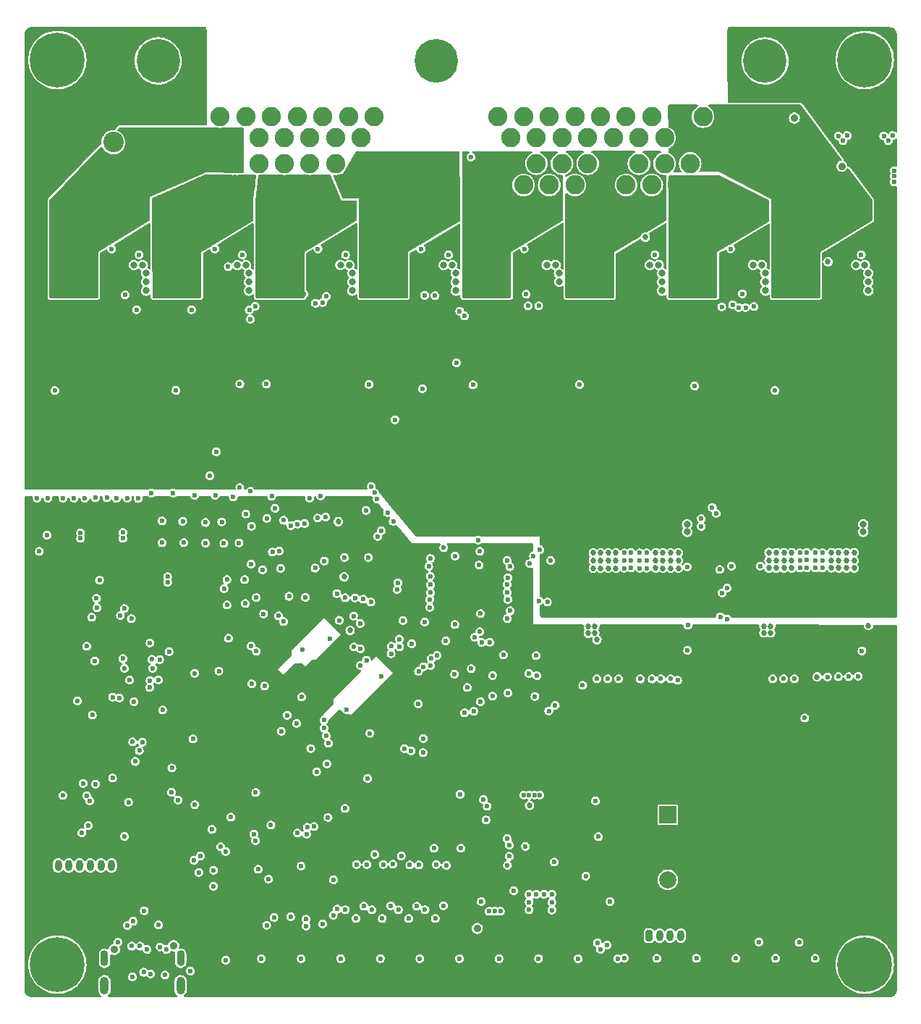
<source format=gbr>
%TF.GenerationSoftware,KiCad,Pcbnew,(6.0.8)*%
%TF.CreationDate,2024-02-14T04:03:19+01:00*%
%TF.ProjectId,pdms,70646d73-2e6b-4696-9361-645f70636258,rev?*%
%TF.SameCoordinates,Original*%
%TF.FileFunction,Copper,L2,Inr*%
%TF.FilePolarity,Positive*%
%FSLAX46Y46*%
G04 Gerber Fmt 4.6, Leading zero omitted, Abs format (unit mm)*
G04 Created by KiCad (PCBNEW (6.0.8)) date 2024-02-14 04:03:19*
%MOMM*%
%LPD*%
G01*
G04 APERTURE LIST*
G04 Aperture macros list*
%AMRoundRect*
0 Rectangle with rounded corners*
0 $1 Rounding radius*
0 $2 $3 $4 $5 $6 $7 $8 $9 X,Y pos of 4 corners*
0 Add a 4 corners polygon primitive as box body*
4,1,4,$2,$3,$4,$5,$6,$7,$8,$9,$2,$3,0*
0 Add four circle primitives for the rounded corners*
1,1,$1+$1,$2,$3*
1,1,$1+$1,$4,$5*
1,1,$1+$1,$6,$7*
1,1,$1+$1,$8,$9*
0 Add four rect primitives between the rounded corners*
20,1,$1+$1,$2,$3,$4,$5,0*
20,1,$1+$1,$4,$5,$6,$7,0*
20,1,$1+$1,$6,$7,$8,$9,0*
20,1,$1+$1,$8,$9,$2,$3,0*%
G04 Aperture macros list end*
%TA.AperFunction,ComponentPad*%
%ADD10R,2.400000X2.400000*%
%TD*%
%TA.AperFunction,ComponentPad*%
%ADD11C,2.400000*%
%TD*%
%TA.AperFunction,ComponentPad*%
%ADD12RoundRect,0.200000X-0.200000X-0.450000X0.200000X-0.450000X0.200000X0.450000X-0.200000X0.450000X0*%
%TD*%
%TA.AperFunction,ComponentPad*%
%ADD13O,0.800000X1.300000*%
%TD*%
%TA.AperFunction,ComponentPad*%
%ADD14C,0.800000*%
%TD*%
%TA.AperFunction,ComponentPad*%
%ADD15C,6.400000*%
%TD*%
%TA.AperFunction,ComponentPad*%
%ADD16O,1.025000X2.050000*%
%TD*%
%TA.AperFunction,ComponentPad*%
%ADD17O,0.925000X1.850000*%
%TD*%
%TA.AperFunction,ComponentPad*%
%ADD18C,2.250000*%
%TD*%
%TA.AperFunction,ComponentPad*%
%ADD19C,5.100000*%
%TD*%
%TA.AperFunction,ComponentPad*%
%ADD20R,2.000000X2.000000*%
%TD*%
%TA.AperFunction,ComponentPad*%
%ADD21C,2.000000*%
%TD*%
%TA.AperFunction,ComponentPad*%
%ADD22C,2.200000*%
%TD*%
%TA.AperFunction,ViaPad*%
%ADD23C,0.889000*%
%TD*%
%TA.AperFunction,ViaPad*%
%ADD24C,0.600000*%
%TD*%
%TA.AperFunction,ViaPad*%
%ADD25C,0.685800*%
%TD*%
%TA.AperFunction,ViaPad*%
%ADD26C,0.800000*%
%TD*%
%TA.AperFunction,ViaPad*%
%ADD27C,1.100000*%
%TD*%
G04 APERTURE END LIST*
D10*
%TO.N,+12V*%
%TO.C,C88*%
X22051000Y-62611000D03*
D11*
%TO.N,GND*%
X27051000Y-62611000D03*
%TD*%
D12*
%TO.N,SAFETY_IN*%
%TO.C,J5*%
X89737400Y-155348400D03*
D13*
%TO.N,GND*%
X90987400Y-155348400D03*
%TO.N,+12V*%
X92237400Y-155348400D03*
%TO.N,+5V*%
X93487400Y-155348400D03*
%TD*%
D12*
%TO.N,+3.3V*%
%TO.C,J1*%
X19364000Y-147160400D03*
D13*
%TO.N,GND*%
X20614000Y-147160400D03*
%TO.N,+5V*%
X21864000Y-147160400D03*
%TO.N,NRST*%
X23114000Y-147160400D03*
%TO.N,SWDIO*%
X24364000Y-147160400D03*
%TO.N,SWCLK*%
X25614000Y-147160400D03*
%TO.N,SWO*%
X26864000Y-147160400D03*
%TD*%
D14*
%TO.N,GND*%
%TO.C,H2*%
X116699056Y-51290744D03*
X115002000Y-50587800D03*
X113304944Y-54684856D03*
D15*
X115002000Y-52987800D03*
D14*
X112602000Y-52987800D03*
X113304944Y-51290744D03*
X115002000Y-55387800D03*
X116699056Y-54684856D03*
X117402000Y-52987800D03*
%TD*%
D16*
%TO.N,unconnected-(J6-PadS1)*%
%TO.C,J6*%
X26030000Y-161213800D03*
%TO.N,unconnected-(J6-PadS2)*%
X34930000Y-161213800D03*
D17*
%TO.N,unconnected-(J6-PadS3)*%
X26030000Y-158013800D03*
%TO.N,unconnected-(J6-PadS4)*%
X34930000Y-158013800D03*
%TD*%
D18*
%TO.N,HP_MOS7*%
%TO.C,J2*%
X96068000Y-67598000D03*
%TO.N,LP_MOS7*%
X94568000Y-65098000D03*
%TO.N,HP_MOS7*%
X93068000Y-67598000D03*
%TO.N,unconnected-(J2-Pad4)*%
X91568000Y-65098000D03*
%TO.N,LP_MOS6*%
X90068000Y-67598000D03*
%TO.N,unconnected-(J2-Pad6)*%
X88568000Y-65098000D03*
%TO.N,LP_MOS5*%
X87068000Y-67598000D03*
%TO.N,HP_MOS6*%
X85568000Y-65098000D03*
X84068000Y-67598000D03*
%TO.N,GND*%
X82568000Y-65098000D03*
%TO.N,LP_MOS4*%
X81068000Y-67598000D03*
%TO.N,GND*%
X79568000Y-65098000D03*
%TO.N,LP_MOS3*%
X78068000Y-67598000D03*
%TO.N,GND*%
X76568000Y-65098000D03*
%TO.N,LP_MOS2*%
X75068000Y-67598000D03*
%TO.N,HP_MOS5*%
X73568000Y-65098000D03*
X72068000Y-67598000D03*
%TO.N,LP_MOS8*%
X96068000Y-59598000D03*
%TO.N,HP_MOS8*%
X94568000Y-62098000D03*
X93068000Y-59598000D03*
%TO.N,+12VA*%
X91568000Y-62098000D03*
X90068000Y-59598000D03*
%TO.N,+3.3VP*%
X88568000Y-62098000D03*
X87068000Y-59598000D03*
%TO.N,+5VL*%
X85568000Y-62098000D03*
X84068000Y-59598000D03*
%TO.N,GND*%
X82568000Y-62098000D03*
X81068000Y-59598000D03*
X79568000Y-62098000D03*
X78068000Y-59598000D03*
X76568000Y-62098000D03*
X75068000Y-59598000D03*
%TO.N,SAFETY_IN*%
X73568000Y-62098000D03*
%TO.N,LP_MOS1*%
X72068000Y-59598000D03*
%TO.N,HP_MOS4*%
X57568000Y-67598000D03*
X56068000Y-65098000D03*
X54568000Y-67598000D03*
%TO.N,CAN1_L*%
X53068000Y-65098000D03*
%TO.N,HP_MOS3*%
X51568000Y-67598000D03*
%TO.N,CAN1_H*%
X50068000Y-65098000D03*
%TO.N,HP_MOS3*%
X48568000Y-67598000D03*
%TO.N,CAN2_L*%
X47068000Y-65098000D03*
%TO.N,HP_MOS3*%
X45568000Y-67598000D03*
%TO.N,CAN2_H*%
X44068000Y-65098000D03*
%TO.N,HP_MOS2*%
X42568000Y-67598000D03*
%TO.N,HP_MOS1*%
X41068000Y-65098000D03*
%TO.N,HP_MOS2*%
X39568000Y-67598000D03*
%TO.N,ADC_IN1*%
X57568000Y-59598000D03*
%TO.N,ADC_IN2*%
X56068000Y-62098000D03*
%TO.N,ADC_IN3*%
X54568000Y-59598000D03*
%TO.N,ADC_IN4*%
X53068000Y-62098000D03*
%TO.N,CONN_AD_IN5*%
X51568000Y-59598000D03*
%TO.N,CONN_AD_IN6*%
X50068000Y-62098000D03*
%TO.N,CONN_AD_IN7*%
X48568000Y-59598000D03*
%TO.N,CONN_AD_IN8*%
X47068000Y-62098000D03*
%TO.N,GND*%
X45568000Y-59598000D03*
X44068000Y-62098000D03*
X42568000Y-59598000D03*
%TO.N,HP_MOS1*%
X41068000Y-62098000D03*
%TO.N,GND*%
X39568000Y-59598000D03*
D19*
%TO.N,unconnected-(J2-PadMH1)*%
X103318000Y-53098000D03*
%TO.N,unconnected-(J2-PadMH2)*%
X64818000Y-53098000D03*
%TO.N,unconnected-(J2-PadMH3)*%
X32318000Y-53098000D03*
%TD*%
D20*
%TO.N,+5V*%
%TO.C,BZ1*%
X91948000Y-141234000D03*
D21*
%TO.N,Net-(BZ1-Pad2)*%
X91948000Y-148834000D03*
%TD*%
D22*
%TO.N,+12V*%
%TO.C,J3*%
X63830000Y-104250000D03*
X66370000Y-104250000D03*
X68910000Y-104250000D03*
X71450000Y-104250000D03*
X63830000Y-101710000D03*
X66370000Y-101710000D03*
X68910000Y-101710000D03*
X71450000Y-101710000D03*
X63830000Y-99170000D03*
X66370000Y-99170000D03*
X68910000Y-99170000D03*
X71450000Y-99170000D03*
X63830000Y-96630000D03*
X66370000Y-96630000D03*
X68910000Y-96630000D03*
X71450000Y-96630000D03*
%TD*%
D14*
%TO.N,GND*%
%TO.C,H1*%
X18812944Y-54684856D03*
D15*
X20510000Y-52987800D03*
D14*
X18812944Y-51290744D03*
X22207056Y-54684856D03*
X20510000Y-55387800D03*
X22207056Y-51290744D03*
X20510000Y-50587800D03*
X22910000Y-52987800D03*
X18110000Y-52987800D03*
%TD*%
%TO.N,GND*%
%TO.C,H3*%
X22207056Y-160434856D03*
X18812944Y-157040744D03*
X22207056Y-157040744D03*
X22910000Y-158737800D03*
X18812944Y-160434856D03*
D15*
X20510000Y-158737800D03*
D14*
X18110000Y-158737800D03*
X20510000Y-161137800D03*
X20510000Y-156337800D03*
%TD*%
%TO.N,GND*%
%TO.C,H4*%
X113304944Y-160434856D03*
X116699056Y-157040744D03*
X115002000Y-161137800D03*
X112602000Y-158737800D03*
D15*
X115002000Y-158737800D03*
D14*
X117402000Y-158737800D03*
X116699056Y-160434856D03*
X113304944Y-157040744D03*
X115002000Y-156337800D03*
%TD*%
D23*
%TO.N,+12V*%
X19971000Y-62611000D03*
X17971000Y-62611000D03*
D24*
%TO.N,Net-(D50-Pad1)*%
X114670000Y-122070000D03*
%TO.N,SAFETY_IN*%
X70016359Y-128016000D03*
%TO.N,GND*%
X76403246Y-127403246D03*
%TO.N,Net-(D50-Pad1)*%
X76620000Y-124970000D03*
%TO.N,GND*%
X73240000Y-126990000D03*
%TO.N,+3.3V*%
X73060000Y-125680000D03*
%TO.N,GND*%
X75660000Y-124710000D03*
X72730000Y-122550000D03*
%TO.N,+3.3V*%
X72850000Y-123970000D03*
%TO.N,GND*%
X71430000Y-124960000D03*
X71430000Y-127350000D03*
%TO.N,SENS_OUT_LP2*%
X68486997Y-126350000D03*
%TO.N,SENS_OUT_LP1*%
X68946500Y-124140000D03*
%TO.N,Net-(D49-Pad1)*%
X76540000Y-122630000D03*
X94260000Y-122000000D03*
%TO.N,GND*%
X94296997Y-119083003D03*
X39116000Y-98806000D03*
X38354000Y-101600000D03*
X78232000Y-111506000D03*
X60000080Y-95052080D03*
X67196102Y-88392000D03*
X63228230Y-91422230D03*
X41863678Y-90852651D03*
D23*
%TO.N,+12V*%
X39750000Y-100110000D03*
D24*
%TO.N,Net-(D44-Pad1)*%
X41100000Y-104070000D03*
D23*
%TO.N,+12V*%
X20030000Y-60690000D03*
X26030000Y-58690000D03*
X24030000Y-58690000D03*
X20030000Y-58690000D03*
X26030000Y-56690000D03*
X22030000Y-60690000D03*
X24030000Y-60690000D03*
X22030000Y-58690000D03*
X24030000Y-56690000D03*
X18030000Y-60690000D03*
X18030000Y-58690000D03*
X18030000Y-56690000D03*
D25*
%TO.N,/POWER_SWITCHES/BTS722204-1/OUT0*%
X84080000Y-110607000D03*
X84980000Y-110607000D03*
X83230000Y-110597000D03*
X84980000Y-111507000D03*
X83230000Y-111497000D03*
X84080000Y-112407000D03*
X83230000Y-112397000D03*
X85880000Y-110607000D03*
X84980000Y-112407000D03*
X85880000Y-112407000D03*
X84080000Y-111507000D03*
X85880000Y-111507000D03*
D26*
%TO.N,GND*%
X90867800Y-76931200D03*
X54650000Y-76950000D03*
D24*
X90452400Y-75748400D03*
X62738000Y-128270000D03*
D26*
X30886400Y-77918000D03*
X115417600Y-78934800D03*
D24*
X21150000Y-138950000D03*
X78376900Y-150535400D03*
X22856600Y-127929600D03*
X83462700Y-139613400D03*
D26*
X30886400Y-79950000D03*
D24*
X40020500Y-114770000D03*
X32337497Y-154098503D03*
D26*
X67132200Y-79950800D03*
D24*
X118450000Y-67250000D03*
X104557000Y-158013400D03*
D26*
X29489400Y-76952800D03*
D24*
X33573968Y-122170104D03*
X99927000Y-158013400D03*
X75287700Y-144913400D03*
X78376900Y-151449800D03*
X76548100Y-150535400D03*
X45500000Y-142450000D03*
X24957000Y-104172000D03*
X36611209Y-140048147D03*
X40197866Y-158241568D03*
D26*
X103352600Y-78934000D03*
D24*
X117772417Y-62410400D03*
D26*
X115417600Y-79950800D03*
D24*
X56632600Y-105650000D03*
D26*
X79205000Y-77910000D03*
D23*
X27178000Y-156972000D03*
D24*
X24300000Y-139600000D03*
D26*
X66725000Y-76950000D03*
D24*
X71046100Y-152516800D03*
X59525800Y-151856700D03*
X24598504Y-129575227D03*
X51004600Y-75077200D03*
X54234600Y-75767200D03*
X69963333Y-110417167D03*
D26*
X91287600Y-77918800D03*
X65709000Y-76950000D03*
D24*
X26860000Y-75080000D03*
X24130000Y-142494000D03*
D25*
X89312065Y-73695317D03*
D24*
X28702000Y-154178000D03*
X50673000Y-112395000D03*
X40350000Y-113730000D03*
D26*
X30505400Y-76952800D03*
D24*
X64600000Y-145150000D03*
X75720900Y-150535400D03*
X70662700Y-141823200D03*
D26*
X115415000Y-77920000D03*
D24*
X83837700Y-143788400D03*
D26*
X89851800Y-76931200D03*
D24*
X67050000Y-110975000D03*
X29981000Y-104252000D03*
X69160000Y-90970000D03*
D26*
X94206000Y-107261000D03*
D24*
X99292400Y-75068400D03*
X65698000Y-151856700D03*
X63079600Y-75077200D03*
X53677200Y-158047600D03*
X49112159Y-127453924D03*
X51310000Y-103960000D03*
D23*
X69647100Y-154524700D03*
D26*
X77781800Y-76941200D03*
D24*
X54341112Y-128928649D03*
D26*
X67132200Y-78934800D03*
D24*
X25443003Y-113796997D03*
X47800000Y-153150000D03*
X62937200Y-158047600D03*
X51544309Y-153989200D03*
D26*
X102937800Y-76941200D03*
D24*
X102615000Y-156102400D03*
D26*
X103352600Y-79950000D03*
D24*
X57650000Y-145875000D03*
X118450000Y-65929200D03*
X43159500Y-111910000D03*
X76336200Y-138927600D03*
X43800000Y-122100000D03*
D25*
X54767675Y-119656431D03*
D24*
X44980000Y-90880000D03*
X23227000Y-108283000D03*
X114592400Y-75768400D03*
X75772833Y-111850000D03*
X32766000Y-109411000D03*
X33405500Y-114046000D03*
X50031500Y-104216200D03*
X43225000Y-107500000D03*
X55983904Y-121835912D03*
D25*
X54082600Y-113390000D03*
D24*
X76971200Y-138927600D03*
D26*
X78797800Y-76941200D03*
D24*
X62573800Y-151907500D03*
D25*
X103210889Y-119203455D03*
D26*
X115007800Y-76951200D03*
D24*
X56990000Y-90910000D03*
X27441000Y-104243000D03*
X56376200Y-151932900D03*
X95102084Y-91097916D03*
X45591100Y-104000000D03*
X28180000Y-108918000D03*
D25*
X103972889Y-119203455D03*
D26*
X42951400Y-77918000D03*
D24*
X75720900Y-152335400D03*
X37846000Y-109474000D03*
D25*
X115430000Y-119110000D03*
D24*
X35306000Y-109421000D03*
X29396300Y-153670000D03*
D26*
X42951400Y-78934000D03*
D24*
X40537687Y-120603438D03*
X33906500Y-135760000D03*
X19417000Y-104219000D03*
X22465000Y-104219000D03*
X71706500Y-152516800D03*
X95297000Y-158013400D03*
X40000000Y-109500000D03*
D26*
X103345000Y-77910000D03*
D24*
X84074000Y-156972000D03*
X20208800Y-91617800D03*
X72197200Y-158047600D03*
X46410000Y-117970000D03*
X56816374Y-136991682D03*
X70358000Y-139446000D03*
X85202000Y-151384000D03*
X32820000Y-128970000D03*
X28180000Y-108230000D03*
X67750000Y-145150000D03*
D26*
X114825000Y-108150000D03*
X55041800Y-77918800D03*
X114825000Y-107261000D03*
D24*
X34400000Y-91610000D03*
X23950000Y-139000000D03*
X39410000Y-124420000D03*
X45225400Y-148733900D03*
X49168485Y-121924050D03*
D25*
X110687600Y-76567927D03*
D24*
X37070738Y-147957395D03*
X31360000Y-121140000D03*
D25*
X82644000Y-119225000D03*
D24*
X58307200Y-158047600D03*
X23368000Y-143342000D03*
X112458011Y-62410400D03*
D26*
X30886400Y-78934000D03*
D25*
X103972889Y-119965455D03*
D24*
X43104168Y-103400000D03*
D26*
X42951400Y-79950000D03*
D24*
X67567200Y-158047600D03*
X72366900Y-152516800D03*
X86087200Y-158047600D03*
X112958011Y-61810400D03*
X60750000Y-146050000D03*
X57080000Y-131700000D03*
X52401377Y-120666813D03*
X75701200Y-138927600D03*
X66309600Y-75767200D03*
X60970500Y-118520000D03*
D25*
X83406000Y-119987000D03*
D24*
X44398200Y-158058800D03*
X23227000Y-108918000D03*
D25*
X53400000Y-106950000D03*
D26*
X91287600Y-79950800D03*
D24*
X73398500Y-146065000D03*
D26*
X79270000Y-78900000D03*
D24*
X82337700Y-148413400D03*
D26*
X55041800Y-78934800D03*
D24*
X44520000Y-112580000D03*
X33405500Y-113411000D03*
X42159600Y-75767200D03*
X107314000Y-156141200D03*
D25*
X83660000Y-120749000D03*
D26*
X42575000Y-76950000D03*
D24*
X109187000Y-158013400D03*
X75066200Y-138927600D03*
X78376900Y-152364200D03*
X102775000Y-112150000D03*
X38802031Y-147714218D03*
X118450000Y-66589600D03*
X88730000Y-125348786D03*
D26*
X41559000Y-76950000D03*
D24*
X70041500Y-117710000D03*
X104490000Y-91620000D03*
D26*
X55041800Y-79950800D03*
D24*
X111908011Y-61860400D03*
X73152000Y-144018000D03*
X49424783Y-107177104D03*
D26*
X91287600Y-78934800D03*
D24*
X81607100Y-90931387D03*
D25*
X109420000Y-125120000D03*
D24*
X18401000Y-110442000D03*
X94211205Y-112239502D03*
D25*
X83406000Y-119225000D03*
D24*
X47000500Y-118650000D03*
X38929600Y-75077200D03*
X117222417Y-61860400D03*
X76827200Y-158047600D03*
X75720900Y-151435400D03*
D26*
X94206000Y-108150000D03*
D24*
X81457200Y-158047600D03*
D26*
X67132200Y-77918800D03*
D24*
X58436592Y-125029441D03*
X67030000Y-118990000D03*
D26*
X101921800Y-76941200D03*
D24*
X30686497Y-152447503D03*
X52193402Y-141547256D03*
X49047200Y-158047600D03*
X30090000Y-75770000D03*
X69875000Y-112025000D03*
X49047603Y-147217603D03*
X75152400Y-75068400D03*
X77448100Y-150535400D03*
D25*
X103210889Y-119965455D03*
D24*
X84836000Y-156464000D03*
X90667000Y-158013400D03*
X38784797Y-149567923D03*
D25*
X82644000Y-119987000D03*
D23*
X34114729Y-156538863D03*
D26*
X113991800Y-76951200D03*
D24*
X118272417Y-61810400D03*
D26*
X53634000Y-76950000D03*
D24*
%TO.N,/POWER_SWITCHES/BTS722204-1/OUT1*%
X87652400Y-112374600D03*
X86852400Y-111507000D03*
X87652400Y-110574600D03*
X86852400Y-110607000D03*
X86852400Y-112407000D03*
X87652400Y-111474600D03*
%TO.N,/POWER_SWITCHES/BTS722204-1/OUT2*%
X89481200Y-111507400D03*
X89481200Y-112407400D03*
X88681200Y-111500000D03*
X88681200Y-112400000D03*
X88681200Y-110600000D03*
X89481200Y-110607400D03*
D25*
%TO.N,/POWER_SWITCHES/BTS722204-1/OUT3*%
X90540000Y-110587000D03*
X93190000Y-111497000D03*
X93190000Y-110597000D03*
X90540000Y-112387000D03*
X91390000Y-112397000D03*
X91390000Y-110597000D03*
X92290000Y-112397000D03*
X91390000Y-111497000D03*
X92290000Y-110597000D03*
X93190000Y-112397000D03*
X92290000Y-111497000D03*
X90540000Y-111487000D03*
D24*
%TO.N,SENS_OUT_LP1*%
X56683479Y-123149700D03*
%TO.N,SENS_OUT_LP2*%
X55981600Y-123774200D03*
D23*
%TO.N,+12V*%
X100010000Y-115140000D03*
D27*
X51075000Y-83750000D03*
D23*
X101600000Y-108400000D03*
D27*
X96590000Y-86300000D03*
D23*
X27960000Y-96090000D03*
X92202000Y-96266000D03*
X67620000Y-92370000D03*
D27*
X74770000Y-86260000D03*
D23*
X17960000Y-100090000D03*
X96520000Y-94266000D03*
X18000000Y-86250000D03*
X53450000Y-94090000D03*
X18000000Y-64500000D03*
X37960000Y-98090000D03*
D27*
X21605800Y-88823800D03*
D23*
X77620000Y-98370000D03*
D27*
X29210000Y-88900000D03*
D23*
X71620000Y-92370000D03*
X69620000Y-106370000D03*
X65620000Y-106370000D03*
X73620000Y-98370000D03*
D27*
X29210000Y-83820000D03*
D23*
X61620000Y-106370000D03*
X48360000Y-94070000D03*
X101600000Y-106400000D03*
D27*
X53381200Y-88824600D03*
X57851600Y-88824600D03*
X81965800Y-86309200D03*
X81965800Y-88849200D03*
D23*
X42360000Y-94070000D03*
X21960000Y-98090000D03*
X27960000Y-100090000D03*
X101600000Y-110400000D03*
D27*
X96560000Y-88840000D03*
X62931600Y-88824600D03*
D23*
X19960000Y-102090000D03*
X19960000Y-96090000D03*
D27*
X77539400Y-83744600D03*
D23*
X39750000Y-96110000D03*
D24*
X50275000Y-77150000D03*
D23*
X18000000Y-66500000D03*
X18000000Y-78250000D03*
X48360000Y-92070000D03*
X116078000Y-105252000D03*
X63620000Y-94370000D03*
X21960000Y-96090000D03*
X37960000Y-94090000D03*
X18000000Y-76250000D03*
D27*
X48301200Y-86284600D03*
D23*
X18000000Y-70500000D03*
X100010000Y-117140000D03*
X35960000Y-96090000D03*
X18000000Y-74500000D03*
X112522000Y-94266000D03*
X59620000Y-102370000D03*
X101560000Y-112730000D03*
X17960000Y-94090000D03*
X71620000Y-94370000D03*
X81620000Y-110370000D03*
X112522000Y-96266000D03*
X84328000Y-94266000D03*
D27*
X106105000Y-88860000D03*
D23*
X39720000Y-92070000D03*
D27*
X113725000Y-86320000D03*
X45761200Y-83744600D03*
D23*
X20000000Y-66500000D03*
D27*
X85699600Y-88798400D03*
X36210800Y-86283800D03*
D23*
X65620000Y-92370000D03*
X101600000Y-104400000D03*
X42360000Y-92070000D03*
X23960000Y-100090000D03*
X104902000Y-94266000D03*
X104010000Y-117140000D03*
D27*
X45761200Y-86284600D03*
X69919400Y-88824600D03*
D23*
X116078000Y-111252000D03*
D24*
X18147000Y-104219000D03*
D27*
X48301200Y-83744600D03*
D23*
X18000000Y-72500000D03*
D27*
X74530000Y-88780000D03*
X72459400Y-86284600D03*
D23*
X27960000Y-92090000D03*
D27*
X26685800Y-88823800D03*
X110140000Y-86340000D03*
D23*
X117602000Y-117094000D03*
D27*
X77539400Y-86284600D03*
X101670000Y-83760000D03*
D23*
X23960000Y-94090000D03*
D27*
X48301200Y-88824600D03*
D23*
X59620000Y-100370000D03*
X27960000Y-98090000D03*
D27*
X65471600Y-88824600D03*
X45761200Y-88824600D03*
D23*
X23960000Y-96090000D03*
X53450000Y-98090000D03*
D27*
X60391600Y-83744600D03*
D23*
X37960000Y-100090000D03*
D27*
X72459400Y-88824600D03*
D23*
X102010000Y-115140000D03*
X73620000Y-92370000D03*
X19960000Y-94090000D03*
X77620000Y-100370000D03*
X81620000Y-106370000D03*
X104010000Y-115140000D03*
X23960000Y-92090000D03*
X77620000Y-102370000D03*
X73620000Y-96370000D03*
X117348000Y-96266000D03*
D27*
X38750800Y-88823800D03*
D23*
X79620000Y-108370000D03*
D27*
X77539400Y-88824600D03*
D23*
X61620000Y-102370000D03*
D27*
X41290800Y-83743800D03*
X50841200Y-86284600D03*
X29210000Y-86360000D03*
D23*
X73620000Y-100370000D03*
X77620000Y-106370000D03*
D27*
X94050000Y-88840000D03*
D23*
X73620000Y-102370000D03*
X77620000Y-94370000D03*
D27*
X110170000Y-83790000D03*
X72459400Y-83744600D03*
D23*
X73620000Y-94370000D03*
D27*
X21605800Y-83743800D03*
D23*
X57320000Y-93650000D03*
X17960000Y-98090000D03*
X100838000Y-92456000D03*
X96520000Y-92456000D03*
X104902000Y-96266000D03*
X53450000Y-92090000D03*
X42360000Y-98070000D03*
D27*
X65471600Y-86284600D03*
D23*
X19960000Y-100090000D03*
D24*
X38160000Y-80430000D03*
D27*
X101670000Y-88840000D03*
D23*
X23960000Y-98090000D03*
D27*
X60391600Y-88824600D03*
D23*
X71620000Y-106370000D03*
D27*
X26685800Y-86283800D03*
D23*
X51220000Y-92090000D03*
D27*
X24145800Y-86283800D03*
D23*
X48360000Y-96070000D03*
X18000000Y-80250000D03*
X42360000Y-96070000D03*
X79620000Y-96370000D03*
D27*
X106105000Y-86320000D03*
D24*
X70104000Y-151384000D03*
D23*
X35960000Y-98090000D03*
X77620000Y-104370000D03*
X88138000Y-94266000D03*
X59620000Y-98370000D03*
X53450000Y-96090000D03*
D27*
X60391600Y-86284600D03*
X94050000Y-83760000D03*
D23*
X35960000Y-92090000D03*
X18000000Y-90250000D03*
D27*
X69919400Y-83744600D03*
D23*
X84328000Y-96266000D03*
X117602000Y-115094000D03*
X92202000Y-94266000D03*
X17960000Y-92090000D03*
X77620000Y-92370000D03*
D27*
X62931600Y-86284600D03*
D23*
X21960000Y-94090000D03*
X88138000Y-96266000D03*
D27*
X113725000Y-88860000D03*
D23*
X21960000Y-100090000D03*
D27*
X41290800Y-88823800D03*
X57851600Y-83744600D03*
D23*
X18000000Y-84250000D03*
D27*
X94050000Y-86300000D03*
D23*
X61620000Y-100370000D03*
D27*
X113725000Y-83780000D03*
D23*
X37960000Y-96090000D03*
X17960000Y-96090000D03*
D27*
X21605800Y-86283800D03*
D23*
X27960000Y-94090000D03*
D27*
X65471600Y-83744600D03*
D23*
X115602000Y-117094000D03*
D27*
X89585800Y-88849200D03*
D23*
X20000000Y-64500000D03*
X61620000Y-96370000D03*
X65620000Y-94370000D03*
X18000000Y-82250000D03*
D27*
X36210800Y-83743800D03*
X36210800Y-88823800D03*
D23*
X108712000Y-94266000D03*
D27*
X24145800Y-88823800D03*
X41290800Y-86283800D03*
D23*
X117348000Y-94266000D03*
D24*
X86930165Y-80683829D03*
D23*
X108712000Y-96266000D03*
X35960000Y-94090000D03*
X69620000Y-94370000D03*
X81620000Y-108370000D03*
X102010000Y-117140000D03*
D27*
X81965800Y-83769200D03*
X96590000Y-83760000D03*
X69919400Y-86284600D03*
D23*
X25960000Y-96090000D03*
D27*
X38750800Y-83743800D03*
X89585800Y-83769200D03*
X24145800Y-83743800D03*
D23*
X96520000Y-96266000D03*
X25960000Y-92090000D03*
D24*
X110580000Y-80710000D03*
D27*
X85699600Y-86258400D03*
D23*
X18000000Y-68500000D03*
X17960000Y-102090000D03*
X35960000Y-100090000D03*
X25960000Y-94090000D03*
X73620000Y-104370000D03*
D27*
X74800000Y-83710000D03*
D23*
X48360000Y-98070000D03*
D27*
X53381200Y-86284600D03*
X38750800Y-86283800D03*
D23*
X116078000Y-107252000D03*
X100838000Y-94266000D03*
D27*
X57851600Y-86284600D03*
X106105000Y-83780000D03*
D23*
X61620000Y-98370000D03*
X63620000Y-106370000D03*
D27*
X53381200Y-83744600D03*
D23*
X25960000Y-98090000D03*
X61620000Y-104370000D03*
X67620000Y-94370000D03*
X18000000Y-88250000D03*
X81640000Y-112460000D03*
X25960000Y-100090000D03*
X100838000Y-96266000D03*
X116078000Y-109252000D03*
D27*
X109900000Y-88860000D03*
D23*
X39750000Y-94110000D03*
D24*
X74270000Y-80500000D03*
D27*
X50841200Y-88824600D03*
X26685800Y-83743800D03*
X89585800Y-86309200D03*
D23*
X61620000Y-94370000D03*
X19960000Y-98090000D03*
D27*
X62931600Y-83744600D03*
D23*
X48360000Y-100070000D03*
X77620000Y-96370000D03*
D27*
X101670000Y-86300000D03*
D23*
X53450000Y-100090000D03*
X37930000Y-92050000D03*
D24*
X26020000Y-80540000D03*
D23*
X67620000Y-106370000D03*
D25*
%TO.N,/POWER_SWITCHES/BTS722204-2/OUT0*%
X104646889Y-111485455D03*
X105546889Y-110585455D03*
X103796889Y-111475455D03*
X106446889Y-110585455D03*
X105546889Y-111485455D03*
X104646889Y-110585455D03*
X105546889Y-112385455D03*
X103796889Y-112375455D03*
X106446889Y-112385455D03*
X106446889Y-111485455D03*
X104646889Y-112385455D03*
X103796889Y-110575455D03*
D24*
%TO.N,/POWER_SWITCHES/BTS722204-2/OUT1*%
X108219289Y-112353055D03*
X107419289Y-111485455D03*
X107419289Y-112385455D03*
X108219289Y-111453055D03*
X107419289Y-110585455D03*
X108219289Y-110553055D03*
%TO.N,/POWER_SWITCHES/BTS722204-2/OUT2*%
X109248089Y-111478455D03*
X110048089Y-111485855D03*
X109248089Y-110578455D03*
X110048089Y-112385855D03*
X110048089Y-110585855D03*
X109248089Y-112378455D03*
D25*
%TO.N,/POWER_SWITCHES/BTS722204-2/OUT3*%
X112856889Y-110575455D03*
X111956889Y-112375455D03*
X113756889Y-111475455D03*
X112856889Y-112375455D03*
X111106889Y-112365455D03*
X112856889Y-111475455D03*
X111956889Y-110575455D03*
X111956889Y-111475455D03*
X111106889Y-111465455D03*
X111106889Y-110565455D03*
X113756889Y-112375455D03*
X113756889Y-110575455D03*
D24*
%TO.N,LP_SIG_IN1*%
X51706560Y-130149931D03*
X90110000Y-125348786D03*
%TO.N,+5V*%
X44650000Y-117750000D03*
X43727411Y-138627411D03*
X36068000Y-159512000D03*
X46625000Y-112425000D03*
X46990000Y-106807000D03*
X40821500Y-141496315D03*
X86884383Y-157986749D03*
%TO.N,Net-(JP1-Pad2)*%
X54198761Y-140492239D03*
%TO.N,/ARGB_LEDS/LED_DATA_IN*%
X28834174Y-139750000D03*
X29319411Y-132697411D03*
%TO.N,/POWER1/PG3V3*%
X73406000Y-144780000D03*
X73914000Y-150114000D03*
%TO.N,/PERIPHERAL/BUZZ_IN*%
X83697022Y-156202983D03*
X52790920Y-152988977D03*
D25*
%TO.N,12V_LOGIC_ONLY*%
X75765376Y-140137158D03*
D24*
X70812700Y-140238400D03*
%TO.N,ADC_IN1*%
X21195000Y-104219000D03*
%TO.N,ADC_IN2*%
X23735000Y-104219000D03*
%TO.N,LP_SIG_IN2*%
X51733661Y-131102839D03*
X91140000Y-125348786D03*
%TO.N,LP_SIG_IN3*%
X51973264Y-131978838D03*
X92270000Y-125348786D03*
%TO.N,LP_SIG_IN4*%
X52220387Y-132862357D03*
X93100000Y-125500000D03*
%TO.N,LP_SIG_IN5*%
X110630000Y-125130000D03*
X50560273Y-142611652D03*
%TO.N,LP_SIG_IN6*%
X49745530Y-142686450D03*
X111900000Y-125090000D03*
%TO.N,LP_SIG_IN7*%
X113110000Y-125070000D03*
X43494850Y-143469991D03*
%TO.N,LP_SIG_IN8*%
X43710000Y-144240000D03*
X114240000Y-125020000D03*
%TO.N,VDDA*%
X43200000Y-121500000D03*
%TO.N,NCS*%
X28956000Y-125476000D03*
X29464000Y-128016000D03*
%TO.N,AUX1*%
X32478537Y-123102298D03*
X29166500Y-118294552D03*
%TO.N,SENS_OUT1*%
X40370000Y-116710000D03*
%TO.N,SENS_OUT2*%
X42520000Y-116530000D03*
%TO.N,SENS_OUT3*%
X42430000Y-113740000D03*
%TO.N,SENS_OUT4*%
X54188342Y-115859542D03*
%TO.N,SENS_OUT5*%
X55346600Y-115874800D03*
%TO.N,SENS_OUT6*%
X56311800Y-116027200D03*
%TO.N,SENS_OUT7*%
X55177960Y-117985927D03*
%TO.N,SENS_OUT8*%
X53492400Y-118492300D03*
%TO.N,BK1_IO0*%
X23950000Y-121525000D03*
X24875000Y-123244500D03*
%TO.N,BK1_IO1*%
X27778945Y-127567306D03*
X28375000Y-124100000D03*
%TO.N,BK1_IO2*%
X26972094Y-127469171D03*
X28175000Y-122975000D03*
%TO.N,LP_CSN1*%
X81993564Y-126096859D03*
X49675390Y-143499487D03*
X61150000Y-133500000D03*
%TO.N,LP_CSN2*%
X107978003Y-129908003D03*
X48624500Y-143353981D03*
%TO.N,NRST*%
X36370000Y-132360000D03*
%TO.N,ADC_IN3*%
X26300000Y-104180000D03*
%TO.N,ADC_IN4*%
X28688000Y-104219000D03*
%TO.N,/PERIPHERAL/TEMP1_ALERT*%
X49636147Y-153425005D03*
X45855725Y-153226841D03*
%TO.N,HP_MOS3*%
X49341785Y-80325500D03*
%TO.N,/IMU/IMU_I2C_SA0*%
X29625675Y-135001783D03*
X23525212Y-137547894D03*
%TO.N,/IMU/IMU_I2C_SDA*%
X30099000Y-133731000D03*
X26968324Y-136915549D03*
X24983411Y-137633411D03*
%TO.N,/IMU/IMU_I2C_SCL*%
X30446512Y-132742851D03*
%TO.N,/CAN_BUS/CAN2_RX*%
X47625000Y-115697000D03*
X46700000Y-131480000D03*
%TO.N,/CAN_BUS/CAN2_TX*%
X50850000Y-136200000D03*
X43790000Y-115830000D03*
%TO.N,/CAN_BUS/CAN1_RX*%
X52052338Y-135272662D03*
X53213000Y-115366800D03*
%TO.N,/CAN_BUS/CAN1_TX*%
X50162971Y-133479029D03*
X49530000Y-115824000D03*
%TO.N,CAN1_H*%
X50952400Y-106527600D03*
%TO.N,CAN1_L*%
X51917600Y-106426000D03*
%TO.N,CAN2_L*%
X45991690Y-105395936D03*
%TO.N,CAN2_H*%
X45008800Y-106578400D03*
%TO.N,SWDIO*%
X39630991Y-144969217D03*
%TO.N,SWCLK*%
X40207216Y-145523446D03*
%TO.N,CONN_AD_IN5*%
X31496000Y-103632000D03*
%TO.N,CONN_AD_IN6*%
X34036000Y-103632000D03*
%TO.N,CONN_AD_IN7*%
X36576000Y-103886000D03*
%TO.N,CONN_AD_IN8*%
X38989000Y-103886000D03*
%TO.N,Net-(R1-Pad2)*%
X32780000Y-106860000D03*
X55520000Y-147040100D03*
X54217200Y-152337300D03*
%TO.N,SIG_IN5*%
X70190027Y-121083643D03*
X75380000Y-80370000D03*
%TO.N,SIG_IN6*%
X71111895Y-121047778D03*
X76838900Y-81718100D03*
%TO.N,SIG_IN7*%
X98313003Y-115298541D03*
X68160000Y-129310000D03*
X98021500Y-112552844D03*
X98086997Y-118086997D03*
X78778623Y-128428623D03*
X99531873Y-81596500D03*
%TO.N,SIG_IN8*%
X78020000Y-129096500D03*
X99419500Y-112170000D03*
X98892500Y-114714344D03*
X101060904Y-81923595D03*
X69233003Y-129123003D03*
X98880000Y-118339500D03*
%TO.N,HP_MOS1*%
X51765200Y-111556800D03*
X45675161Y-110499839D03*
X24910000Y-80530000D03*
X42967348Y-82199500D03*
%TO.N,HP_MOS2*%
X50726500Y-81425500D03*
X36900000Y-80475000D03*
%TO.N,HP_MOS4*%
X56520000Y-80320000D03*
%TO.N,HP_MOS5*%
X73240000Y-80530000D03*
%TO.N,HP_MOS6*%
X75585900Y-81718100D03*
%TO.N,HP_MOS7*%
X69930000Y-119830143D03*
X76890000Y-116210000D03*
X98263500Y-81840000D03*
%TO.N,HP_MOS8*%
X100261401Y-81923595D03*
X77860000Y-116350500D03*
X69349589Y-120454643D03*
%TO.N,+3.3V*%
X22030000Y-114210000D03*
X76708000Y-133950500D03*
X53848000Y-139065000D03*
X39979600Y-147828000D03*
X41855168Y-102980000D03*
X36500000Y-141500000D03*
D25*
X82680000Y-125170000D03*
D24*
X50106709Y-152778649D03*
D25*
X103265200Y-125169200D03*
D24*
X81712700Y-147138400D03*
X32319000Y-112058000D03*
X58300000Y-105900000D03*
X72130000Y-111230000D03*
X32333554Y-129604488D03*
X37450000Y-111958000D03*
X83212700Y-144663400D03*
X51622007Y-139967768D03*
X44971400Y-147480900D03*
X19671000Y-110442000D03*
X83212700Y-147138400D03*
X82462700Y-146338400D03*
X56093091Y-135422909D03*
X35493179Y-125649230D03*
X21450000Y-140900000D03*
X32900000Y-132850000D03*
X80962700Y-144588400D03*
X28488581Y-132725671D03*
X82462700Y-145463400D03*
X32386011Y-137700733D03*
X40416500Y-108100000D03*
X43104168Y-104450000D03*
X21573988Y-141800325D03*
X81712700Y-144588400D03*
X83212700Y-145463400D03*
X83212700Y-146338400D03*
X22007000Y-106980000D03*
X38252400Y-147066000D03*
X39998617Y-121201350D03*
X82462700Y-144663400D03*
X54967175Y-120841526D03*
X39450000Y-126550000D03*
X80962700Y-147138400D03*
X27003000Y-106980000D03*
D25*
X55167400Y-109303255D03*
D24*
X65700000Y-110900000D03*
X68475000Y-110376500D03*
X46250000Y-141850000D03*
X82462700Y-147138400D03*
X21485000Y-127955000D03*
X50190000Y-125100000D03*
%TO.N,SAFETY_IN*%
X52832000Y-148839900D03*
X61634000Y-153357300D03*
X61984118Y-121237558D03*
X55450000Y-153350000D03*
X58535200Y-153357300D03*
X64957886Y-122599500D03*
X53262314Y-152265592D03*
X59817500Y-106920866D03*
X67002800Y-124797152D03*
X64732800Y-153357300D03*
X67640000Y-138819500D03*
X68912916Y-64332916D03*
%TO.N,MAIN_12V_DIV*%
X43256997Y-125906997D03*
X19300000Y-108540000D03*
X44758003Y-126178003D03*
X36571500Y-124680000D03*
%TO.N,AUX2*%
X31568782Y-123054788D03*
X28339502Y-117110000D03*
%TO.N,AUX3*%
X27890000Y-117930000D03*
X31678644Y-124091356D03*
%TO.N,AUX4*%
X25100000Y-115920000D03*
X32330341Y-125450159D03*
%TO.N,AUX5*%
X31358516Y-125543945D03*
X25140000Y-117020000D03*
%TO.N,AUX6*%
X24520000Y-118120000D03*
X31336953Y-126343156D03*
%TO.N,Net-(R117-Pad2)*%
X58636800Y-147030700D03*
X35179000Y-106934000D03*
X57316000Y-152337300D03*
%TO.N,Net-(R118-Pad2)*%
X37846000Y-107061000D03*
X60414800Y-152337300D03*
X61761000Y-147106900D03*
%TO.N,Net-(R119-Pad2)*%
X64850000Y-147050000D03*
X39750500Y-107000000D03*
X63539000Y-152337300D03*
%TO.N,Net-(D4-Pad3)*%
X44018200Y-147599400D03*
%TO.N,SPI2_MISO*%
X104235200Y-125322800D03*
X63350000Y-132298100D03*
X83650000Y-125323600D03*
%TO.N,SPI2_MOSI*%
X105501200Y-125322800D03*
X61911408Y-133743846D03*
X84916000Y-125323600D03*
%TO.N,SPI1_MISO*%
X33850000Y-138600000D03*
%TO.N,SPI1_SCK*%
X45005566Y-154143743D03*
X49632609Y-154224500D03*
%TO.N,SPI1_MOSI*%
X34650000Y-139500000D03*
%TO.N,Net-(J6-PadA5)*%
X29210000Y-156591000D03*
%TO.N,USB_CONN_D+*%
X30606162Y-159639000D03*
X30175200Y-156591000D03*
%TO.N,USB_CONN_D-*%
X31013118Y-156972808D03*
%TO.N,Net-(J6-PadB5)*%
X31433624Y-159839975D03*
%TO.N,/USB-C/USB_D+*%
X36519000Y-146558000D03*
%TO.N,/USB-C/USB_D-*%
X37243285Y-146050500D03*
%TO.N,USBC_SWCLK*%
X29305603Y-160178397D03*
X27600171Y-156127658D03*
X32539691Y-156678756D03*
%TO.N,USBC_SWDIO*%
X33126947Y-159962819D03*
X33280213Y-156980137D03*
%TO.N,SPI2_SCK*%
X63300000Y-133950500D03*
X106771200Y-125322800D03*
X86186000Y-125323600D03*
D23*
%TO.N,12V_EXTERNAL*%
X112309200Y-65420800D03*
X106760000Y-59780000D03*
D24*
%TO.N,/POWER1/PREFUSE_3V3*%
X73187700Y-147138400D03*
X78662700Y-146738400D03*
%TO.N,Net-(C99-Pad2)*%
X40500000Y-77150000D03*
%TO.N,Net-(D41-Pad1)*%
X41778500Y-109450000D03*
%TO.N,Net-(C104-Pad2)*%
X43114700Y-83290000D03*
%TO.N,Net-(D42-Pad1)*%
X42554370Y-106050000D03*
%TO.N,SWO*%
X38610000Y-142925500D03*
X28380174Y-143764000D03*
%TO.N,/CAN_BUS/CAN_TERMINATOR_2*%
X48627416Y-107235500D03*
X48525993Y-130544008D03*
%TO.N,/CAN_BUS/CAN_TERMINATOR_1*%
X47404659Y-129591508D03*
X47845997Y-107404581D03*
%TO.N,Net-(C109-Pad2)*%
X64700000Y-80530000D03*
%TO.N,Net-(D43-Pad1)*%
X57266500Y-102870932D03*
%TO.N,Net-(C113-Pad2)*%
X36223807Y-82170798D03*
X29775500Y-82171298D03*
X28450000Y-80450000D03*
%TO.N,Net-(D45-Pad1)*%
X57631997Y-103581997D03*
%TO.N,Net-(C115-Pad2)*%
X67600000Y-82360000D03*
%TO.N,Net-(D46-Pad1)*%
X57940974Y-104319383D03*
%TO.N,Net-(C120-Pad2)*%
X68182342Y-82907797D03*
%TO.N,Net-(C125-Pad2)*%
X95860000Y-106612210D03*
%TO.N,Net-(D47-Pad1)*%
X69750000Y-109123500D03*
X60374990Y-114095332D03*
X76962000Y-110236000D03*
%TO.N,Net-(C125-Pad2)*%
X97149500Y-105309151D03*
%TO.N,Net-(D47-Pad1)*%
X57200800Y-116357400D03*
%TO.N,Net-(C125-Pad2)*%
X100690000Y-80320000D03*
%TO.N,Net-(D48-Pad1)*%
X65725000Y-110000000D03*
%TO.N,Net-(C130-Pad2)*%
X102040000Y-81810500D03*
%TO.N,Net-(D48-Pad1)*%
X60272300Y-114888212D03*
%TO.N,Net-(C130-Pad2)*%
X97603500Y-105996776D03*
%TO.N,Net-(D48-Pad1)*%
X55956200Y-118872000D03*
X76232295Y-110965705D03*
%TO.N,Net-(C130-Pad2)*%
X95860000Y-107500000D03*
%TO.N,SIG_IN1*%
X54125500Y-111145500D03*
X43650532Y-81782609D03*
X62777713Y-124458292D03*
X56925000Y-111150900D03*
X59566360Y-122392365D03*
X46467656Y-110394222D03*
%TO.N,SIG_UP_5*%
X56740000Y-147030100D03*
%TO.N,SIG_UP_6*%
X59779800Y-147005300D03*
%TO.N,SIG_UP_7*%
X62802400Y-147106900D03*
%TO.N,SIG_UP_8*%
X66050000Y-147150000D03*
%TO.N,SIG_IN4*%
X60526214Y-120693496D03*
X63510000Y-80490000D03*
X59142343Y-105889972D03*
X64254189Y-122978989D03*
%TO.N,SIG_IN3*%
X51981700Y-80641102D03*
X64198847Y-123776574D03*
X60567766Y-121589708D03*
X58437472Y-108010735D03*
%TO.N,SIG_IN2*%
X51567112Y-81324710D03*
X59593557Y-121533557D03*
X58012231Y-108687769D03*
X63362505Y-123913111D03*
%TO.N,/VMUX/VMUX_ADC*%
X55220000Y-121600000D03*
X65990000Y-120900500D03*
%TO.N,/VMUX/HP_MOS_DIV4*%
X64179999Y-115247167D03*
%TO.N,/VMUX/HP_MOS_DIV8*%
X64149999Y-111257167D03*
%TO.N,/VMUX/HP_MOS_DIV1*%
X63494108Y-118696546D03*
%TO.N,/VMUX/HP_MOS_DIV5*%
X64169999Y-114337167D03*
%TO.N,/VMUX/HP_MOS_DIV2*%
X64114250Y-116994250D03*
%TO.N,/VMUX/HP_MOS_DIV7*%
X63975317Y-112180000D03*
%TO.N,/VMUX/HP_MOS_DIV3*%
X64072571Y-116039419D03*
%TO.N,/VMUX/HP_MOS_DIV6*%
X64139999Y-113337167D03*
%TO.N,/VMUX/LP_MOS_DIV1*%
X73123534Y-111496953D03*
%TO.N,/VMUX/LP_MOS_DIV2*%
X73454360Y-112224798D03*
%TO.N,/VMUX/LP_MOS_DIV3*%
X73254095Y-113504915D03*
%TO.N,/VMUX/LP_MOS_DIV4*%
X73146667Y-114297167D03*
%TO.N,/VMUX/LP_MOS_DIV5*%
X73156667Y-115207167D03*
%TO.N,/VMUX/LP_MOS_DIV6*%
X73220000Y-116050000D03*
%TO.N,/VMUX/LP_MOS_DIV7*%
X73500000Y-117360000D03*
%TO.N,/VMUX/LP_MOS_DIV8*%
X73176667Y-118287167D03*
%TD*%
%TA.AperFunction,Conductor*%
%TO.N,HP_MOS2*%
G36*
X40897083Y-66413956D02*
G01*
X40906384Y-66414424D01*
X41062525Y-66428084D01*
X41068000Y-66428563D01*
X41073475Y-66428084D01*
X41183965Y-66418418D01*
X41196626Y-66417950D01*
X41551748Y-66422684D01*
X41562362Y-66422826D01*
X41730656Y-66421078D01*
X43618808Y-66401467D01*
X43687133Y-66420760D01*
X43734181Y-66473930D01*
X43745446Y-66540447D01*
X43465617Y-69240813D01*
X43450157Y-69390000D01*
X43450179Y-69393453D01*
X43464902Y-71725167D01*
X43445331Y-71793413D01*
X43403515Y-71834136D01*
X40052938Y-73835315D01*
X38782011Y-74594394D01*
X38752028Y-74607369D01*
X38723129Y-74615628D01*
X38601880Y-74692130D01*
X38595937Y-74698859D01*
X38589100Y-74704678D01*
X38588950Y-74704502D01*
X38566628Y-74723035D01*
X37354157Y-75447200D01*
X37354157Y-80694000D01*
X37334155Y-80762121D01*
X37280499Y-80808614D01*
X37228157Y-80820000D01*
X31755537Y-80820000D01*
X31687416Y-80799998D01*
X31640923Y-80746342D01*
X31629538Y-80694420D01*
X31609561Y-74704678D01*
X31591338Y-69240812D01*
X31611112Y-69172626D01*
X31665838Y-69125399D01*
X33728871Y-68201519D01*
X37786985Y-66384191D01*
X37840163Y-66373197D01*
X40897083Y-66413956D01*
G37*
%TD.AperFunction*%
%TD*%
%TA.AperFunction,Conductor*%
%TO.N,HP_MOS7*%
G36*
X94431488Y-66454080D02*
G01*
X97930368Y-66459950D01*
X97986503Y-66473252D01*
X103755949Y-69357975D01*
X103807933Y-69406330D01*
X103825600Y-69470673D01*
X103825600Y-71738684D01*
X103805598Y-71806805D01*
X103764458Y-71846709D01*
X99254974Y-74554175D01*
X99223184Y-74565361D01*
X99223776Y-74567431D01*
X99085929Y-74606828D01*
X98964680Y-74683330D01*
X98958738Y-74690058D01*
X98958737Y-74690059D01*
X98892712Y-74764819D01*
X98863128Y-74789437D01*
X97729600Y-75470000D01*
X97729600Y-80696800D01*
X97709598Y-80764921D01*
X97655942Y-80811414D01*
X97603600Y-80822800D01*
X92140600Y-80822800D01*
X92072479Y-80802798D01*
X92025986Y-80749142D01*
X92014600Y-80696800D01*
X92014600Y-69392800D01*
X92014599Y-69392578D01*
X92000629Y-66576838D01*
X92020292Y-66508619D01*
X92073717Y-66461860D01*
X92126838Y-66450213D01*
X94431488Y-66454080D01*
G37*
%TD.AperFunction*%
%TD*%
%TA.AperFunction,Conductor*%
%TO.N,HP_MOS5*%
G36*
X68685114Y-63672802D02*
G01*
X68731607Y-63726458D01*
X68741711Y-63796732D01*
X68712217Y-63861312D01*
X68684229Y-63885361D01*
X68585196Y-63947846D01*
X68490293Y-64055304D01*
X68429363Y-64185079D01*
X68407307Y-64326739D01*
X68408471Y-64335641D01*
X68408471Y-64335644D01*
X68409730Y-64345270D01*
X68425896Y-64468895D01*
X68483636Y-64600119D01*
X68489413Y-64606992D01*
X68489414Y-64606993D01*
X68496708Y-64615670D01*
X68575886Y-64709864D01*
X68695229Y-64789306D01*
X68832073Y-64832058D01*
X68841045Y-64832222D01*
X68841048Y-64832223D01*
X68906379Y-64833420D01*
X68975415Y-64834686D01*
X68984449Y-64832223D01*
X69105074Y-64799337D01*
X69105076Y-64799336D01*
X69113733Y-64796976D01*
X69235907Y-64721961D01*
X69332116Y-64615670D01*
X69394626Y-64486649D01*
X69418412Y-64345270D01*
X69418563Y-64332916D01*
X69398239Y-64190998D01*
X69338900Y-64060488D01*
X69320514Y-64039150D01*
X69251176Y-63958679D01*
X69251173Y-63958676D01*
X69245316Y-63951879D01*
X69141411Y-63884531D01*
X69095129Y-63830696D01*
X69085298Y-63760383D01*
X69115042Y-63695918D01*
X69174917Y-63657767D01*
X69209945Y-63652800D01*
X75962493Y-63652800D01*
X76030614Y-63672802D01*
X76077107Y-63726458D01*
X76087211Y-63796732D01*
X76057717Y-63861312D01*
X76015743Y-63892995D01*
X75907706Y-63943373D01*
X75907701Y-63943376D01*
X75902719Y-63945699D01*
X75898212Y-63948855D01*
X75898210Y-63948856D01*
X75717242Y-64075571D01*
X75717239Y-64075573D01*
X75712731Y-64078730D01*
X75548730Y-64242731D01*
X75545573Y-64247239D01*
X75545571Y-64247242D01*
X75482179Y-64337775D01*
X75415699Y-64432719D01*
X75413376Y-64437701D01*
X75413373Y-64437706D01*
X75363448Y-64544771D01*
X75317680Y-64642921D01*
X75257651Y-64866950D01*
X75237437Y-65098000D01*
X75257651Y-65329050D01*
X75317680Y-65553079D01*
X75320005Y-65558064D01*
X75413373Y-65758294D01*
X75413376Y-65758299D01*
X75415699Y-65763281D01*
X75548730Y-65953269D01*
X75712731Y-66117270D01*
X75902718Y-66250301D01*
X75907700Y-66252624D01*
X75907705Y-66252627D01*
X75985867Y-66289074D01*
X76112921Y-66348320D01*
X76336950Y-66408349D01*
X76568000Y-66428563D01*
X76799050Y-66408349D01*
X77023079Y-66348320D01*
X77150133Y-66289074D01*
X77228295Y-66252627D01*
X77228300Y-66252624D01*
X77233282Y-66250301D01*
X77423269Y-66117270D01*
X77587270Y-65953269D01*
X77720301Y-65763281D01*
X77722624Y-65758299D01*
X77722627Y-65758294D01*
X77815995Y-65558064D01*
X77818320Y-65553079D01*
X77878349Y-65329050D01*
X77898563Y-65098000D01*
X77878349Y-64866950D01*
X77818320Y-64642921D01*
X77772552Y-64544771D01*
X77722627Y-64437706D01*
X77722624Y-64437701D01*
X77720301Y-64432719D01*
X77653821Y-64337775D01*
X77590429Y-64247242D01*
X77590427Y-64247239D01*
X77587270Y-64242731D01*
X77423269Y-64078730D01*
X77408891Y-64068662D01*
X77245958Y-63954575D01*
X77233282Y-63945699D01*
X77228300Y-63943376D01*
X77228295Y-63943373D01*
X77120258Y-63892995D01*
X77066973Y-63846078D01*
X77047512Y-63777800D01*
X77068054Y-63709840D01*
X77122077Y-63663775D01*
X77173508Y-63652800D01*
X78962493Y-63652800D01*
X79030614Y-63672802D01*
X79077107Y-63726458D01*
X79087211Y-63796732D01*
X79057717Y-63861312D01*
X79015743Y-63892995D01*
X78907706Y-63943373D01*
X78907701Y-63943376D01*
X78902719Y-63945699D01*
X78898212Y-63948855D01*
X78898210Y-63948856D01*
X78717242Y-64075571D01*
X78717239Y-64075573D01*
X78712731Y-64078730D01*
X78548730Y-64242731D01*
X78545573Y-64247239D01*
X78545571Y-64247242D01*
X78482179Y-64337775D01*
X78415699Y-64432719D01*
X78413376Y-64437701D01*
X78413373Y-64437706D01*
X78363448Y-64544771D01*
X78317680Y-64642921D01*
X78257651Y-64866950D01*
X78237437Y-65098000D01*
X78257651Y-65329050D01*
X78317680Y-65553079D01*
X78320005Y-65558064D01*
X78413373Y-65758294D01*
X78413376Y-65758299D01*
X78415699Y-65763281D01*
X78548730Y-65953269D01*
X78712731Y-66117270D01*
X78902718Y-66250301D01*
X78907700Y-66252624D01*
X78907705Y-66252627D01*
X78985867Y-66289074D01*
X79112921Y-66348320D01*
X79336950Y-66408349D01*
X79568000Y-66428563D01*
X79567897Y-66429745D01*
X79630362Y-66448086D01*
X79676855Y-66501742D01*
X79688241Y-66554403D01*
X79682666Y-68752627D01*
X79675180Y-71704021D01*
X79655005Y-71772090D01*
X79614202Y-71811628D01*
X75014703Y-74582638D01*
X74984308Y-74595859D01*
X74945929Y-74606828D01*
X74824680Y-74683330D01*
X74818738Y-74690058D01*
X74818737Y-74690059D01*
X74811480Y-74698276D01*
X74782061Y-74722795D01*
X73590517Y-75440651D01*
X73590516Y-75440652D01*
X73575000Y-75450000D01*
X73575067Y-75464614D01*
X73599020Y-80696223D01*
X73579330Y-80764435D01*
X73525887Y-80811173D01*
X73473021Y-80822800D01*
X68010600Y-80822800D01*
X67942479Y-80802798D01*
X67895986Y-80749142D01*
X67884600Y-80696800D01*
X67884600Y-67598000D01*
X73737437Y-67598000D01*
X73757651Y-67829050D01*
X73817680Y-68053079D01*
X73820005Y-68058064D01*
X73913373Y-68258294D01*
X73913376Y-68258299D01*
X73915699Y-68263281D01*
X74048730Y-68453269D01*
X74212731Y-68617270D01*
X74402718Y-68750301D01*
X74407700Y-68752624D01*
X74407705Y-68752627D01*
X74514616Y-68802480D01*
X74612921Y-68848320D01*
X74836950Y-68908349D01*
X75068000Y-68928563D01*
X75299050Y-68908349D01*
X75523079Y-68848320D01*
X75621384Y-68802480D01*
X75728295Y-68752627D01*
X75728300Y-68752624D01*
X75733282Y-68750301D01*
X75923269Y-68617270D01*
X76087270Y-68453269D01*
X76220301Y-68263281D01*
X76222624Y-68258299D01*
X76222627Y-68258294D01*
X76315995Y-68058064D01*
X76318320Y-68053079D01*
X76378349Y-67829050D01*
X76398563Y-67598000D01*
X76737437Y-67598000D01*
X76757651Y-67829050D01*
X76817680Y-68053079D01*
X76820005Y-68058064D01*
X76913373Y-68258294D01*
X76913376Y-68258299D01*
X76915699Y-68263281D01*
X77048730Y-68453269D01*
X77212731Y-68617270D01*
X77402718Y-68750301D01*
X77407700Y-68752624D01*
X77407705Y-68752627D01*
X77514616Y-68802480D01*
X77612921Y-68848320D01*
X77836950Y-68908349D01*
X78068000Y-68928563D01*
X78299050Y-68908349D01*
X78523079Y-68848320D01*
X78621384Y-68802480D01*
X78728295Y-68752627D01*
X78728300Y-68752624D01*
X78733282Y-68750301D01*
X78923269Y-68617270D01*
X79087270Y-68453269D01*
X79220301Y-68263281D01*
X79222624Y-68258299D01*
X79222627Y-68258294D01*
X79315995Y-68058064D01*
X79318320Y-68053079D01*
X79378349Y-67829050D01*
X79398563Y-67598000D01*
X79378349Y-67366950D01*
X79318320Y-67142921D01*
X79272552Y-67044771D01*
X79222627Y-66937706D01*
X79222624Y-66937701D01*
X79220301Y-66932719D01*
X79087270Y-66742731D01*
X78923269Y-66578730D01*
X78733282Y-66445699D01*
X78728300Y-66443376D01*
X78728295Y-66443373D01*
X78621384Y-66393520D01*
X78523079Y-66347680D01*
X78299050Y-66287651D01*
X78068000Y-66267437D01*
X77836950Y-66287651D01*
X77612921Y-66347680D01*
X77514771Y-66393448D01*
X77407706Y-66443373D01*
X77407701Y-66443376D01*
X77402719Y-66445699D01*
X77398212Y-66448855D01*
X77398210Y-66448856D01*
X77217242Y-66575571D01*
X77217239Y-66575573D01*
X77212731Y-66578730D01*
X77048730Y-66742731D01*
X76915699Y-66932719D01*
X76913376Y-66937701D01*
X76913373Y-66937706D01*
X76863448Y-67044771D01*
X76817680Y-67142921D01*
X76757651Y-67366950D01*
X76737437Y-67598000D01*
X76398563Y-67598000D01*
X76378349Y-67366950D01*
X76318320Y-67142921D01*
X76272552Y-67044771D01*
X76222627Y-66937706D01*
X76222624Y-66937701D01*
X76220301Y-66932719D01*
X76087270Y-66742731D01*
X75923269Y-66578730D01*
X75733282Y-66445699D01*
X75728300Y-66443376D01*
X75728295Y-66443373D01*
X75621384Y-66393520D01*
X75523079Y-66347680D01*
X75299050Y-66287651D01*
X75068000Y-66267437D01*
X74836950Y-66287651D01*
X74612921Y-66347680D01*
X74514771Y-66393448D01*
X74407706Y-66443373D01*
X74407701Y-66443376D01*
X74402719Y-66445699D01*
X74398212Y-66448855D01*
X74398210Y-66448856D01*
X74217242Y-66575571D01*
X74217239Y-66575573D01*
X74212731Y-66578730D01*
X74048730Y-66742731D01*
X73915699Y-66932719D01*
X73913376Y-66937701D01*
X73913373Y-66937706D01*
X73863448Y-67044771D01*
X73817680Y-67142921D01*
X73757651Y-67366950D01*
X73737437Y-67598000D01*
X67884600Y-67598000D01*
X67884600Y-63778800D01*
X67904602Y-63710679D01*
X67958258Y-63664186D01*
X68010600Y-63652800D01*
X68616993Y-63652800D01*
X68685114Y-63672802D01*
G37*
%TD.AperFunction*%
%TD*%
%TA.AperFunction,Conductor*%
%TO.N,HP_MOS4*%
G36*
X67542881Y-63670002D02*
G01*
X67589374Y-63723658D01*
X67600758Y-63775237D01*
X67634800Y-69400000D01*
X67649545Y-71735167D01*
X67629974Y-71803413D01*
X67588158Y-71844136D01*
X65216401Y-73260701D01*
X63030550Y-74566231D01*
X63000566Y-74579206D01*
X62939033Y-74596793D01*
X62873129Y-74615628D01*
X62751880Y-74692130D01*
X62689092Y-74763225D01*
X62659265Y-74787987D01*
X61538800Y-75457200D01*
X61538800Y-80704000D01*
X61518798Y-80772121D01*
X61465142Y-80818614D01*
X61412800Y-80830000D01*
X55940600Y-80830000D01*
X55872479Y-80809998D01*
X55825986Y-80756342D01*
X55814600Y-80704000D01*
X55814600Y-69400000D01*
X55800000Y-69160000D01*
X53983200Y-69160000D01*
X53915079Y-69139998D01*
X53867324Y-69083484D01*
X52803129Y-66591494D01*
X52794770Y-66520992D01*
X52825856Y-66457162D01*
X52886515Y-66420271D01*
X52929986Y-66416489D01*
X53062525Y-66428084D01*
X53068000Y-66428563D01*
X53299050Y-66408349D01*
X53523079Y-66348320D01*
X53577052Y-66323152D01*
X53625057Y-66311456D01*
X53710672Y-66307889D01*
X53900000Y-66300000D01*
X55463246Y-63710874D01*
X55515578Y-63662897D01*
X55571110Y-63650000D01*
X67474760Y-63650000D01*
X67542881Y-63670002D01*
G37*
%TD.AperFunction*%
%TD*%
%TA.AperFunction,Conductor*%
%TO.N,HP_MOS3*%
G36*
X46821812Y-66404293D02*
G01*
X46836950Y-66408349D01*
X47068000Y-66428563D01*
X47299050Y-66408349D01*
X47314188Y-66404293D01*
X47346798Y-66400000D01*
X49789202Y-66400000D01*
X49821812Y-66404293D01*
X49836950Y-66408349D01*
X50068000Y-66428563D01*
X50299050Y-66408349D01*
X50314188Y-66404293D01*
X50346798Y-66400000D01*
X52367278Y-66400000D01*
X52435399Y-66420002D01*
X52482890Y-66475901D01*
X53750000Y-69400000D01*
X53768872Y-69399925D01*
X53768874Y-69399925D01*
X55371789Y-69393513D01*
X55423496Y-69393306D01*
X55491696Y-69413035D01*
X55538403Y-69466505D01*
X55550000Y-69519305D01*
X55550000Y-71728493D01*
X55529998Y-71796614D01*
X55488610Y-71836666D01*
X53673965Y-72920488D01*
X50884493Y-74586539D01*
X50854510Y-74599514D01*
X50806756Y-74613162D01*
X50806754Y-74613163D01*
X50798129Y-74615628D01*
X50676880Y-74692130D01*
X50655460Y-74716384D01*
X50625627Y-74741151D01*
X49454355Y-75440709D01*
X49454354Y-75440710D01*
X49438800Y-75450000D01*
X49438800Y-80696800D01*
X49418798Y-80764921D01*
X49365142Y-80811414D01*
X49312800Y-80822800D01*
X43840600Y-80822800D01*
X43772479Y-80802798D01*
X43725986Y-80749142D01*
X43714600Y-80696800D01*
X43714600Y-69399837D01*
X43715384Y-69385804D01*
X44035102Y-66532935D01*
X44062566Y-66467466D01*
X44121066Y-66427238D01*
X44149337Y-66421447D01*
X44299050Y-66408349D01*
X44314188Y-66404293D01*
X44346798Y-66400000D01*
X46789202Y-66400000D01*
X46821812Y-66404293D01*
G37*
%TD.AperFunction*%
%TD*%
%TA.AperFunction,Conductor*%
%TO.N,HP_MOS8*%
G36*
X95363991Y-58198737D02*
G01*
X95432110Y-58218744D01*
X95478599Y-58272403D01*
X95488698Y-58342677D01*
X95459201Y-58407256D01*
X95417229Y-58438933D01*
X95415418Y-58439777D01*
X95407708Y-58443372D01*
X95407703Y-58443375D01*
X95402719Y-58445699D01*
X95398212Y-58448855D01*
X95398210Y-58448856D01*
X95217242Y-58575571D01*
X95217239Y-58575573D01*
X95212731Y-58578730D01*
X95048730Y-58742731D01*
X94915699Y-58932719D01*
X94913376Y-58937701D01*
X94913373Y-58937706D01*
X94863448Y-59044771D01*
X94817680Y-59142921D01*
X94757651Y-59366950D01*
X94737437Y-59598000D01*
X94757651Y-59829050D01*
X94817680Y-60053079D01*
X94836302Y-60093013D01*
X94913373Y-60258294D01*
X94913376Y-60258299D01*
X94915699Y-60263281D01*
X94918855Y-60267788D01*
X94918856Y-60267790D01*
X95029761Y-60426178D01*
X95048730Y-60453269D01*
X95212731Y-60617270D01*
X95402718Y-60750301D01*
X95407700Y-60752624D01*
X95407705Y-60752627D01*
X95514616Y-60802480D01*
X95612921Y-60848320D01*
X95836950Y-60908349D01*
X96068000Y-60928563D01*
X96299050Y-60908349D01*
X96523079Y-60848320D01*
X96621384Y-60802480D01*
X96728295Y-60752627D01*
X96728300Y-60752624D01*
X96733282Y-60750301D01*
X96923269Y-60617270D01*
X97087270Y-60453269D01*
X97106240Y-60426178D01*
X97217144Y-60267790D01*
X97217145Y-60267788D01*
X97220301Y-60263281D01*
X97222624Y-60258299D01*
X97222627Y-60258294D01*
X97299698Y-60093013D01*
X97318320Y-60053079D01*
X97378349Y-59829050D01*
X97383236Y-59773196D01*
X106110299Y-59773196D01*
X106127430Y-59928368D01*
X106181080Y-60074974D01*
X106185318Y-60081280D01*
X106185318Y-60081281D01*
X106263912Y-60198243D01*
X106263915Y-60198246D01*
X106268152Y-60204552D01*
X106273772Y-60209666D01*
X106273774Y-60209668D01*
X106327214Y-60258294D01*
X106383620Y-60309619D01*
X106520816Y-60384110D01*
X106671821Y-60423726D01*
X106754479Y-60425024D01*
X106820319Y-60426059D01*
X106820322Y-60426059D01*
X106827916Y-60426178D01*
X106882088Y-60413771D01*
X106972688Y-60393021D01*
X106972692Y-60393020D01*
X106980091Y-60391325D01*
X107119559Y-60321180D01*
X107125331Y-60316251D01*
X107125333Y-60316249D01*
X107232498Y-60224721D01*
X107232499Y-60224720D01*
X107238270Y-60219791D01*
X107329369Y-60093013D01*
X107339489Y-60067839D01*
X107384765Y-59955212D01*
X107384766Y-59955210D01*
X107387598Y-59948164D01*
X107409595Y-59793607D01*
X107409737Y-59780000D01*
X107408003Y-59765665D01*
X107391894Y-59632556D01*
X107390982Y-59625016D01*
X107335799Y-59478979D01*
X107258804Y-59366950D01*
X107251677Y-59356580D01*
X107251676Y-59356578D01*
X107247375Y-59350321D01*
X107241704Y-59345268D01*
X107136486Y-59251522D01*
X107136483Y-59251520D01*
X107130814Y-59246469D01*
X106992845Y-59173418D01*
X106841434Y-59135386D01*
X106833836Y-59135346D01*
X106833834Y-59135346D01*
X106767227Y-59134998D01*
X106685321Y-59134569D01*
X106677942Y-59136341D01*
X106677938Y-59136341D01*
X106540899Y-59169241D01*
X106540895Y-59169242D01*
X106533520Y-59171013D01*
X106394794Y-59242615D01*
X106389072Y-59247607D01*
X106389070Y-59247608D01*
X106282878Y-59340245D01*
X106277151Y-59345241D01*
X106187385Y-59472966D01*
X106184626Y-59480041D01*
X106184625Y-59480044D01*
X106133436Y-59611337D01*
X106130676Y-59618417D01*
X106129684Y-59625950D01*
X106129684Y-59625951D01*
X106128815Y-59632556D01*
X106110299Y-59773196D01*
X97383236Y-59773196D01*
X97398563Y-59598000D01*
X97378349Y-59366950D01*
X97318320Y-59142921D01*
X97272552Y-59044771D01*
X97222627Y-58937706D01*
X97222624Y-58937701D01*
X97220301Y-58932719D01*
X97087270Y-58742731D01*
X96923269Y-58578730D01*
X96733282Y-58445699D01*
X96718981Y-58439030D01*
X96665696Y-58392116D01*
X96646233Y-58323840D01*
X96666772Y-58255879D01*
X96720794Y-58209811D01*
X96772238Y-58198835D01*
X107437151Y-58199577D01*
X107505270Y-58219584D01*
X107537961Y-58250003D01*
X112284703Y-64582371D01*
X112309557Y-64648875D01*
X112294511Y-64718259D01*
X112244341Y-64768493D01*
X112213298Y-64780464D01*
X112090099Y-64810041D01*
X112090095Y-64810042D01*
X112082720Y-64811813D01*
X111943994Y-64883415D01*
X111826351Y-64986041D01*
X111736585Y-65113766D01*
X111679876Y-65259217D01*
X111659499Y-65413996D01*
X111676630Y-65569168D01*
X111730280Y-65715774D01*
X111734518Y-65722080D01*
X111734518Y-65722081D01*
X111813112Y-65839043D01*
X111813115Y-65839046D01*
X111817352Y-65845352D01*
X111822972Y-65850466D01*
X111822974Y-65850468D01*
X111919523Y-65938320D01*
X111932820Y-65950419D01*
X112070016Y-66024910D01*
X112221021Y-66064526D01*
X112303679Y-66065824D01*
X112369519Y-66066859D01*
X112369522Y-66066859D01*
X112377116Y-66066978D01*
X112431288Y-66054571D01*
X112521888Y-66033821D01*
X112521892Y-66033820D01*
X112529291Y-66032125D01*
X112668759Y-65961980D01*
X112674531Y-65957051D01*
X112674533Y-65957049D01*
X112781698Y-65865521D01*
X112781699Y-65865520D01*
X112787470Y-65860591D01*
X112878569Y-65733813D01*
X112889079Y-65707669D01*
X112933046Y-65651925D01*
X113000171Y-65628800D01*
X113069142Y-65645637D01*
X113106805Y-65679092D01*
X115865232Y-69358958D01*
X115890086Y-69425462D01*
X115890412Y-69435091D01*
X115880315Y-71709129D01*
X115860010Y-71777161D01*
X115819273Y-71816536D01*
X109795522Y-75440661D01*
X109795521Y-75440662D01*
X109780000Y-75450000D01*
X109780040Y-75464575D01*
X109794257Y-80696458D01*
X109774440Y-80764632D01*
X109720911Y-80811271D01*
X109668257Y-80822800D01*
X104205496Y-80822800D01*
X104137375Y-80802798D01*
X104090882Y-80749142D01*
X104079496Y-80696904D01*
X104070015Y-69258118D01*
X104070000Y-69240000D01*
X97910900Y-66067062D01*
X97895633Y-66067163D01*
X95740411Y-66081423D01*
X95672159Y-66061872D01*
X95625312Y-66008525D01*
X95614744Y-65938320D01*
X95636364Y-65883155D01*
X95720301Y-65763281D01*
X95722624Y-65758299D01*
X95722627Y-65758294D01*
X95783011Y-65628800D01*
X95818320Y-65553079D01*
X95878349Y-65329050D01*
X95898563Y-65098000D01*
X95878349Y-64866950D01*
X95818320Y-64642921D01*
X95772552Y-64544771D01*
X95722627Y-64437706D01*
X95722624Y-64437701D01*
X95720301Y-64432719D01*
X95587270Y-64242731D01*
X95423269Y-64078730D01*
X95233282Y-63945699D01*
X95228300Y-63943376D01*
X95228295Y-63943373D01*
X95086492Y-63877250D01*
X95023079Y-63847680D01*
X94799050Y-63787651D01*
X94568000Y-63767437D01*
X94336950Y-63787651D01*
X94112921Y-63847680D01*
X94049508Y-63877250D01*
X93907706Y-63943373D01*
X93907701Y-63943376D01*
X93902719Y-63945699D01*
X93898212Y-63948855D01*
X93898210Y-63948856D01*
X93717242Y-64075571D01*
X93717239Y-64075573D01*
X93712731Y-64078730D01*
X93548730Y-64242731D01*
X93415699Y-64432719D01*
X93413376Y-64437701D01*
X93413373Y-64437706D01*
X93363448Y-64544771D01*
X93317680Y-64642921D01*
X93257651Y-64866950D01*
X93237437Y-65098000D01*
X93257651Y-65329050D01*
X93317680Y-65553079D01*
X93352989Y-65628800D01*
X93413373Y-65758294D01*
X93413376Y-65758299D01*
X93415699Y-65763281D01*
X93510443Y-65898589D01*
X93533130Y-65965861D01*
X93515845Y-66034721D01*
X93464076Y-66083306D01*
X93408063Y-66096855D01*
X92915937Y-66100112D01*
X92726446Y-66101366D01*
X92658195Y-66081815D01*
X92611348Y-66028469D01*
X92600780Y-65958263D01*
X92622400Y-65903098D01*
X92717144Y-65767790D01*
X92717145Y-65767788D01*
X92720301Y-65763281D01*
X92722624Y-65758299D01*
X92722627Y-65758294D01*
X92783011Y-65628800D01*
X92818320Y-65553079D01*
X92878349Y-65329050D01*
X92898563Y-65098000D01*
X92878349Y-64866950D01*
X92818320Y-64642921D01*
X92772552Y-64544771D01*
X92722627Y-64437706D01*
X92722624Y-64437701D01*
X92720301Y-64432719D01*
X92587270Y-64242731D01*
X92423269Y-64078730D01*
X92233282Y-63945699D01*
X92228294Y-63943373D01*
X92228291Y-63943371D01*
X92086492Y-63877250D01*
X92033206Y-63830333D01*
X92013745Y-63763866D01*
X92011633Y-63434738D01*
X92031197Y-63366491D01*
X92084380Y-63319735D01*
X92228295Y-63252627D01*
X92228300Y-63252624D01*
X92233282Y-63250301D01*
X92423269Y-63117270D01*
X92587270Y-62953269D01*
X92647824Y-62866790D01*
X92717144Y-62767790D01*
X92717145Y-62767788D01*
X92720301Y-62763281D01*
X92722624Y-62758299D01*
X92722627Y-62758294D01*
X92815995Y-62558064D01*
X92818320Y-62553079D01*
X92878349Y-62329050D01*
X92898563Y-62098000D01*
X92878349Y-61866950D01*
X92818320Y-61642921D01*
X92766964Y-61532788D01*
X92722627Y-61437706D01*
X92722624Y-61437701D01*
X92720301Y-61432719D01*
X92698361Y-61401385D01*
X92590429Y-61247242D01*
X92590427Y-61247239D01*
X92587270Y-61242731D01*
X92423269Y-61078730D01*
X92233282Y-60945699D01*
X92228300Y-60943376D01*
X92228295Y-60943373D01*
X92067186Y-60868247D01*
X92013901Y-60821330D01*
X91994439Y-60754860D01*
X91978851Y-58325318D01*
X91998415Y-58257071D01*
X92051771Y-58210235D01*
X92104857Y-58198510D01*
X95363991Y-58198737D01*
G37*
%TD.AperFunction*%
%TD*%
%TA.AperFunction,Conductor*%
%TO.N,HP_MOS1*%
G36*
X28053861Y-60840175D02*
G01*
X39094438Y-60847789D01*
X39126961Y-60852082D01*
X39336950Y-60908349D01*
X39568000Y-60928563D01*
X39799050Y-60908349D01*
X39804363Y-60906925D01*
X39804371Y-60906924D01*
X40006607Y-60852734D01*
X40039299Y-60848441D01*
X41437392Y-60849405D01*
X42102179Y-60849864D01*
X42134702Y-60854157D01*
X42184899Y-60867607D01*
X42207429Y-60873644D01*
X42268051Y-60910594D01*
X42299073Y-60974454D01*
X42300816Y-60994634D01*
X42317844Y-64014197D01*
X42329285Y-66043133D01*
X42309667Y-66111366D01*
X42256275Y-66158161D01*
X42203132Y-66169844D01*
X37780247Y-66164410D01*
X37780245Y-66164410D01*
X37766883Y-66164394D01*
X37754689Y-66169861D01*
X37754687Y-66169861D01*
X31346531Y-69042589D01*
X31346530Y-69042590D01*
X31330000Y-69050000D01*
X31330000Y-69068341D01*
X31330002Y-71729228D01*
X31310000Y-71797349D01*
X31269156Y-71837075D01*
X26690195Y-74603372D01*
X26670251Y-74612062D01*
X26670355Y-74612296D01*
X26662163Y-74615960D01*
X26653529Y-74618428D01*
X26532280Y-74694930D01*
X26527896Y-74699894D01*
X26514755Y-74709361D01*
X25288800Y-75450000D01*
X25288800Y-80696800D01*
X25268798Y-80764921D01*
X25215142Y-80811414D01*
X25162800Y-80822800D01*
X19690600Y-80822800D01*
X19622479Y-80802798D01*
X19575986Y-80749142D01*
X19564600Y-80696800D01*
X19564600Y-69443601D01*
X19584602Y-69375480D01*
X19599836Y-69356206D01*
X24743150Y-64014664D01*
X25569561Y-63156403D01*
X25631218Y-63121206D01*
X25702117Y-63124931D01*
X25759747Y-63166396D01*
X25777066Y-63196393D01*
X25794702Y-63239825D01*
X25794706Y-63239833D01*
X25796649Y-63244618D01*
X25916979Y-63440978D01*
X26067763Y-63615048D01*
X26244953Y-63762154D01*
X26443790Y-63878345D01*
X26658934Y-63960501D01*
X26664000Y-63961532D01*
X26664001Y-63961532D01*
X26688268Y-63966469D01*
X26884607Y-64006414D01*
X27014352Y-64011172D01*
X27109585Y-64014664D01*
X27109589Y-64014664D01*
X27114749Y-64014853D01*
X27119869Y-64014197D01*
X27119871Y-64014197D01*
X27189272Y-64005307D01*
X27343178Y-63985591D01*
X27348126Y-63984106D01*
X27348133Y-63984105D01*
X27558811Y-63920898D01*
X27558810Y-63920898D01*
X27563761Y-63919413D01*
X27770574Y-63818096D01*
X27958062Y-63684363D01*
X28121190Y-63521803D01*
X28179269Y-63440978D01*
X28252559Y-63338983D01*
X28255577Y-63334783D01*
X28357615Y-63128325D01*
X28387111Y-63031242D01*
X28423059Y-62912927D01*
X28423060Y-62912921D01*
X28424563Y-62907975D01*
X28454622Y-62679649D01*
X28454704Y-62676296D01*
X28456218Y-62614364D01*
X28456218Y-62614360D01*
X28456300Y-62611000D01*
X28437430Y-62381478D01*
X28381326Y-62158120D01*
X28313449Y-62002013D01*
X28291556Y-61951661D01*
X28291554Y-61951658D01*
X28289496Y-61946924D01*
X28164405Y-61753563D01*
X28009412Y-61583229D01*
X28005361Y-61580030D01*
X28005357Y-61580026D01*
X27832735Y-61443697D01*
X27832730Y-61443693D01*
X27828681Y-61440496D01*
X27824165Y-61438003D01*
X27824162Y-61438001D01*
X27631589Y-61331695D01*
X27631585Y-61331693D01*
X27627065Y-61329198D01*
X27622192Y-61327472D01*
X27622189Y-61327471D01*
X27589118Y-61315760D01*
X27531581Y-61274166D01*
X27505665Y-61208068D01*
X27519599Y-61138453D01*
X27540413Y-61109592D01*
X27762792Y-60878642D01*
X27824450Y-60843445D01*
X27853643Y-60840037D01*
X28053861Y-60840175D01*
G37*
%TD.AperFunction*%
%TD*%
%TA.AperFunction,Conductor*%
%TO.N,HP_MOS6*%
G36*
X82094949Y-63642802D02*
G01*
X82141442Y-63696458D01*
X82151546Y-63766732D01*
X82122052Y-63831312D01*
X82080078Y-63862995D01*
X81907706Y-63943373D01*
X81907701Y-63943376D01*
X81902719Y-63945699D01*
X81898212Y-63948855D01*
X81898210Y-63948856D01*
X81717242Y-64075571D01*
X81717239Y-64075573D01*
X81712731Y-64078730D01*
X81548730Y-64242731D01*
X81415699Y-64432719D01*
X81413376Y-64437701D01*
X81413373Y-64437706D01*
X81363448Y-64544771D01*
X81317680Y-64642921D01*
X81257651Y-64866950D01*
X81237437Y-65098000D01*
X81257651Y-65329050D01*
X81317680Y-65553079D01*
X81320005Y-65558064D01*
X81413373Y-65758294D01*
X81413376Y-65758299D01*
X81415699Y-65763281D01*
X81548730Y-65953269D01*
X81712731Y-66117270D01*
X81902718Y-66250301D01*
X81907700Y-66252624D01*
X81907705Y-66252627D01*
X81985867Y-66289074D01*
X82112921Y-66348320D01*
X82336950Y-66408349D01*
X82568000Y-66428563D01*
X82799050Y-66408349D01*
X83023079Y-66348320D01*
X83150133Y-66289074D01*
X83228295Y-66252627D01*
X83228300Y-66252624D01*
X83233282Y-66250301D01*
X83423269Y-66117270D01*
X83587270Y-65953269D01*
X83720301Y-65763281D01*
X83722624Y-65758299D01*
X83722627Y-65758294D01*
X83815995Y-65558064D01*
X83818320Y-65553079D01*
X83878349Y-65329050D01*
X83898563Y-65098000D01*
X83878349Y-64866950D01*
X83818320Y-64642921D01*
X83772552Y-64544771D01*
X83722627Y-64437706D01*
X83722624Y-64437701D01*
X83720301Y-64432719D01*
X83587270Y-64242731D01*
X83423269Y-64078730D01*
X83233282Y-63945699D01*
X83228300Y-63943376D01*
X83228295Y-63943373D01*
X83055922Y-63862995D01*
X83002637Y-63816078D01*
X82983176Y-63747801D01*
X83003718Y-63679841D01*
X83057740Y-63633775D01*
X83109172Y-63622800D01*
X88026828Y-63622800D01*
X88094949Y-63642802D01*
X88141442Y-63696458D01*
X88151546Y-63766732D01*
X88122052Y-63831312D01*
X88080078Y-63862995D01*
X87907706Y-63943373D01*
X87907701Y-63943376D01*
X87902719Y-63945699D01*
X87898212Y-63948855D01*
X87898210Y-63948856D01*
X87717242Y-64075571D01*
X87717239Y-64075573D01*
X87712731Y-64078730D01*
X87548730Y-64242731D01*
X87415699Y-64432719D01*
X87413376Y-64437701D01*
X87413373Y-64437706D01*
X87363448Y-64544771D01*
X87317680Y-64642921D01*
X87257651Y-64866950D01*
X87237437Y-65098000D01*
X87257651Y-65329050D01*
X87317680Y-65553079D01*
X87320005Y-65558064D01*
X87413373Y-65758294D01*
X87413376Y-65758299D01*
X87415699Y-65763281D01*
X87548730Y-65953269D01*
X87712731Y-66117270D01*
X87902718Y-66250301D01*
X87907700Y-66252624D01*
X87907705Y-66252627D01*
X87985867Y-66289074D01*
X88112921Y-66348320D01*
X88336950Y-66408349D01*
X88568000Y-66428563D01*
X88799050Y-66408349D01*
X89023079Y-66348320D01*
X89150133Y-66289074D01*
X89228295Y-66252627D01*
X89228300Y-66252624D01*
X89233282Y-66250301D01*
X89423269Y-66117270D01*
X89587270Y-65953269D01*
X89720301Y-65763281D01*
X89722624Y-65758299D01*
X89722627Y-65758294D01*
X89815995Y-65558064D01*
X89818320Y-65553079D01*
X89878349Y-65329050D01*
X89898563Y-65098000D01*
X89878349Y-64866950D01*
X89818320Y-64642921D01*
X89772552Y-64544771D01*
X89722627Y-64437706D01*
X89722624Y-64437701D01*
X89720301Y-64432719D01*
X89587270Y-64242731D01*
X89423269Y-64078730D01*
X89233282Y-63945699D01*
X89228300Y-63943376D01*
X89228295Y-63943373D01*
X89055922Y-63862995D01*
X89002637Y-63816078D01*
X88983176Y-63747801D01*
X89003718Y-63679841D01*
X89057740Y-63633775D01*
X89109172Y-63622800D01*
X91026828Y-63622800D01*
X91094949Y-63642802D01*
X91141442Y-63696458D01*
X91151546Y-63766732D01*
X91122052Y-63831312D01*
X91080078Y-63862995D01*
X90907706Y-63943373D01*
X90907701Y-63943376D01*
X90902719Y-63945699D01*
X90898212Y-63948855D01*
X90898210Y-63948856D01*
X90717242Y-64075571D01*
X90717239Y-64075573D01*
X90712731Y-64078730D01*
X90548730Y-64242731D01*
X90415699Y-64432719D01*
X90413376Y-64437701D01*
X90413373Y-64437706D01*
X90363448Y-64544771D01*
X90317680Y-64642921D01*
X90257651Y-64866950D01*
X90237437Y-65098000D01*
X90257651Y-65329050D01*
X90317680Y-65553079D01*
X90320005Y-65558064D01*
X90413373Y-65758294D01*
X90413376Y-65758299D01*
X90415699Y-65763281D01*
X90548730Y-65953269D01*
X90712731Y-66117270D01*
X90902718Y-66250301D01*
X90907700Y-66252624D01*
X90907705Y-66252627D01*
X90985867Y-66289074D01*
X91112921Y-66348320D01*
X91336950Y-66408349D01*
X91568000Y-66428563D01*
X91619824Y-66424029D01*
X91689429Y-66438018D01*
X91740422Y-66487418D01*
X91756806Y-66549713D01*
X91755725Y-67383622D01*
X91755246Y-67394438D01*
X91737437Y-67598000D01*
X91737916Y-67603474D01*
X91754698Y-67795293D01*
X91755177Y-67806434D01*
X91753750Y-68906926D01*
X91750092Y-71729005D01*
X91730002Y-71797100D01*
X91689228Y-71836700D01*
X89519875Y-73146782D01*
X89451222Y-73164875D01*
X89438293Y-73163846D01*
X89320254Y-73148306D01*
X89320253Y-73148306D01*
X89312065Y-73147228D01*
X89170209Y-73165904D01*
X89038021Y-73220658D01*
X88924508Y-73307760D01*
X88837406Y-73421273D01*
X88782652Y-73553461D01*
X88782494Y-73553396D01*
X88747850Y-73610236D01*
X88728232Y-73624859D01*
X87385559Y-74435705D01*
X85680108Y-75465634D01*
X85680107Y-75465635D01*
X85664600Y-75475000D01*
X85664600Y-80696800D01*
X85644598Y-80764921D01*
X85590942Y-80811414D01*
X85538600Y-80822800D01*
X80075600Y-80822800D01*
X80007479Y-80802798D01*
X79960986Y-80749142D01*
X79949600Y-80696800D01*
X79949600Y-68658329D01*
X79969602Y-68590208D01*
X80023258Y-68543715D01*
X80093532Y-68533611D01*
X80158112Y-68563105D01*
X80164695Y-68569234D01*
X80212731Y-68617270D01*
X80402718Y-68750301D01*
X80407700Y-68752624D01*
X80407705Y-68752627D01*
X80514616Y-68802480D01*
X80612921Y-68848320D01*
X80836950Y-68908349D01*
X81068000Y-68928563D01*
X81299050Y-68908349D01*
X81523079Y-68848320D01*
X81621384Y-68802480D01*
X81728295Y-68752627D01*
X81728300Y-68752624D01*
X81733282Y-68750301D01*
X81923269Y-68617270D01*
X82087270Y-68453269D01*
X82220301Y-68263281D01*
X82222624Y-68258299D01*
X82222627Y-68258294D01*
X82315995Y-68058064D01*
X82318320Y-68053079D01*
X82378349Y-67829050D01*
X82398563Y-67598000D01*
X85737437Y-67598000D01*
X85757651Y-67829050D01*
X85817680Y-68053079D01*
X85820005Y-68058064D01*
X85913373Y-68258294D01*
X85913376Y-68258299D01*
X85915699Y-68263281D01*
X86048730Y-68453269D01*
X86212731Y-68617270D01*
X86402718Y-68750301D01*
X86407700Y-68752624D01*
X86407705Y-68752627D01*
X86514616Y-68802480D01*
X86612921Y-68848320D01*
X86836950Y-68908349D01*
X87068000Y-68928563D01*
X87299050Y-68908349D01*
X87523079Y-68848320D01*
X87621384Y-68802480D01*
X87728295Y-68752627D01*
X87728300Y-68752624D01*
X87733282Y-68750301D01*
X87923269Y-68617270D01*
X88087270Y-68453269D01*
X88220301Y-68263281D01*
X88222624Y-68258299D01*
X88222627Y-68258294D01*
X88315995Y-68058064D01*
X88318320Y-68053079D01*
X88378349Y-67829050D01*
X88398563Y-67598000D01*
X88737437Y-67598000D01*
X88757651Y-67829050D01*
X88817680Y-68053079D01*
X88820005Y-68058064D01*
X88913373Y-68258294D01*
X88913376Y-68258299D01*
X88915699Y-68263281D01*
X89048730Y-68453269D01*
X89212731Y-68617270D01*
X89402718Y-68750301D01*
X89407700Y-68752624D01*
X89407705Y-68752627D01*
X89514616Y-68802480D01*
X89612921Y-68848320D01*
X89836950Y-68908349D01*
X90068000Y-68928563D01*
X90299050Y-68908349D01*
X90523079Y-68848320D01*
X90621384Y-68802480D01*
X90728295Y-68752627D01*
X90728300Y-68752624D01*
X90733282Y-68750301D01*
X90923269Y-68617270D01*
X91087270Y-68453269D01*
X91220301Y-68263281D01*
X91222624Y-68258299D01*
X91222627Y-68258294D01*
X91315995Y-68058064D01*
X91318320Y-68053079D01*
X91378349Y-67829050D01*
X91398563Y-67598000D01*
X91378349Y-67366950D01*
X91318320Y-67142921D01*
X91272552Y-67044771D01*
X91222627Y-66937706D01*
X91222624Y-66937701D01*
X91220301Y-66932719D01*
X91087270Y-66742731D01*
X90923269Y-66578730D01*
X90733282Y-66445699D01*
X90728300Y-66443376D01*
X90728295Y-66443373D01*
X90621384Y-66393520D01*
X90523079Y-66347680D01*
X90299050Y-66287651D01*
X90068000Y-66267437D01*
X89836950Y-66287651D01*
X89612921Y-66347680D01*
X89514771Y-66393448D01*
X89407706Y-66443373D01*
X89407701Y-66443376D01*
X89402719Y-66445699D01*
X89398212Y-66448855D01*
X89398210Y-66448856D01*
X89217242Y-66575571D01*
X89217239Y-66575573D01*
X89212731Y-66578730D01*
X89048730Y-66742731D01*
X88915699Y-66932719D01*
X88913376Y-66937701D01*
X88913373Y-66937706D01*
X88863448Y-67044771D01*
X88817680Y-67142921D01*
X88757651Y-67366950D01*
X88737437Y-67598000D01*
X88398563Y-67598000D01*
X88378349Y-67366950D01*
X88318320Y-67142921D01*
X88272552Y-67044771D01*
X88222627Y-66937706D01*
X88222624Y-66937701D01*
X88220301Y-66932719D01*
X88087270Y-66742731D01*
X87923269Y-66578730D01*
X87733282Y-66445699D01*
X87728300Y-66443376D01*
X87728295Y-66443373D01*
X87621384Y-66393520D01*
X87523079Y-66347680D01*
X87299050Y-66287651D01*
X87068000Y-66267437D01*
X86836950Y-66287651D01*
X86612921Y-66347680D01*
X86514771Y-66393448D01*
X86407706Y-66443373D01*
X86407701Y-66443376D01*
X86402719Y-66445699D01*
X86398212Y-66448855D01*
X86398210Y-66448856D01*
X86217242Y-66575571D01*
X86217239Y-66575573D01*
X86212731Y-66578730D01*
X86048730Y-66742731D01*
X85915699Y-66932719D01*
X85913376Y-66937701D01*
X85913373Y-66937706D01*
X85863448Y-67044771D01*
X85817680Y-67142921D01*
X85757651Y-67366950D01*
X85737437Y-67598000D01*
X82398563Y-67598000D01*
X82378349Y-67366950D01*
X82318320Y-67142921D01*
X82272552Y-67044771D01*
X82222627Y-66937706D01*
X82222624Y-66937701D01*
X82220301Y-66932719D01*
X82087270Y-66742731D01*
X81923269Y-66578730D01*
X81733282Y-66445699D01*
X81728300Y-66443376D01*
X81728295Y-66443373D01*
X81621384Y-66393520D01*
X81523079Y-66347680D01*
X81299050Y-66287651D01*
X81068000Y-66267437D01*
X80836950Y-66287651D01*
X80612921Y-66347680D01*
X80514771Y-66393448D01*
X80407706Y-66443373D01*
X80407701Y-66443376D01*
X80402719Y-66445699D01*
X80398212Y-66448855D01*
X80398210Y-66448856D01*
X80217242Y-66575571D01*
X80217239Y-66575573D01*
X80212731Y-66578730D01*
X80164695Y-66626766D01*
X80102383Y-66660792D01*
X80031568Y-66655727D01*
X79974732Y-66613180D01*
X79949921Y-66546660D01*
X79949600Y-66537671D01*
X79949600Y-66462780D01*
X79969602Y-66394659D01*
X80023079Y-66348321D01*
X80023079Y-66348320D01*
X80023082Y-66348319D01*
X80023083Y-66348318D01*
X80024497Y-66347659D01*
X80228295Y-66252627D01*
X80228300Y-66252624D01*
X80233282Y-66250301D01*
X80423269Y-66117270D01*
X80587270Y-65953269D01*
X80720301Y-65763281D01*
X80722624Y-65758299D01*
X80722627Y-65758294D01*
X80815995Y-65558064D01*
X80818320Y-65553079D01*
X80878349Y-65329050D01*
X80898563Y-65098000D01*
X80878349Y-64866950D01*
X80818320Y-64642921D01*
X80772552Y-64544771D01*
X80722627Y-64437706D01*
X80722624Y-64437701D01*
X80720301Y-64432719D01*
X80587270Y-64242731D01*
X80423269Y-64078730D01*
X80233282Y-63945699D01*
X80228300Y-63943376D01*
X80228295Y-63943373D01*
X80055922Y-63862995D01*
X80002637Y-63816078D01*
X79983176Y-63747801D01*
X80003718Y-63679841D01*
X80057740Y-63633775D01*
X80109172Y-63622800D01*
X82026828Y-63622800D01*
X82094949Y-63642802D01*
G37*
%TD.AperFunction*%
%TD*%
%TA.AperFunction,Conductor*%
%TO.N,+3.3V*%
G36*
X17245698Y-103968132D02*
G01*
X17524291Y-103968248D01*
X17592403Y-103988278D01*
X17638873Y-104041953D01*
X17648738Y-104113633D01*
X17634690Y-104203851D01*
X17634690Y-104203852D01*
X17633309Y-104212724D01*
X17634473Y-104221626D01*
X17634473Y-104221629D01*
X17638909Y-104255552D01*
X17652195Y-104357152D01*
X17655809Y-104365365D01*
X17655810Y-104365369D01*
X17686563Y-104435258D01*
X17710859Y-104490474D01*
X17716634Y-104497344D01*
X17716635Y-104497346D01*
X17798803Y-104595097D01*
X17804583Y-104601973D01*
X17812060Y-104606950D01*
X17918361Y-104677710D01*
X17918363Y-104677711D01*
X17925834Y-104682684D01*
X17934401Y-104685361D01*
X17934402Y-104685361D01*
X17941018Y-104687428D01*
X18064864Y-104726121D01*
X18210498Y-104728790D01*
X18289200Y-104707333D01*
X18342363Y-104692839D01*
X18342364Y-104692839D01*
X18351026Y-104690477D01*
X18359359Y-104685361D01*
X18467502Y-104618961D01*
X18475154Y-104614263D01*
X18481774Y-104606950D01*
X18566873Y-104512934D01*
X18566874Y-104512933D01*
X18572901Y-104506274D01*
X18578175Y-104495390D01*
X18632495Y-104383272D01*
X18632495Y-104383271D01*
X18636410Y-104375191D01*
X18637899Y-104366342D01*
X18637900Y-104366338D01*
X18658664Y-104242916D01*
X18689691Y-104179057D01*
X18750316Y-104142111D01*
X18821293Y-104143806D01*
X18880085Y-104183605D01*
X18907854Y-104247483D01*
X18908909Y-104255552D01*
X18922195Y-104357152D01*
X18925809Y-104365365D01*
X18925810Y-104365369D01*
X18956563Y-104435258D01*
X18980859Y-104490474D01*
X18986634Y-104497344D01*
X18986635Y-104497346D01*
X19068803Y-104595097D01*
X19074583Y-104601973D01*
X19082060Y-104606950D01*
X19188361Y-104677710D01*
X19188363Y-104677711D01*
X19195834Y-104682684D01*
X19204401Y-104685361D01*
X19204402Y-104685361D01*
X19211018Y-104687428D01*
X19334864Y-104726121D01*
X19480498Y-104728790D01*
X19559200Y-104707333D01*
X19612363Y-104692839D01*
X19612364Y-104692839D01*
X19621026Y-104690477D01*
X19629359Y-104685361D01*
X19737502Y-104618961D01*
X19745154Y-104614263D01*
X19751774Y-104606950D01*
X19836873Y-104512934D01*
X19836874Y-104512933D01*
X19842901Y-104506274D01*
X19848175Y-104495390D01*
X19902495Y-104383272D01*
X19902495Y-104383271D01*
X19906410Y-104375191D01*
X19923443Y-104273950D01*
X19929770Y-104236344D01*
X19929770Y-104236341D01*
X19930576Y-104231552D01*
X19930652Y-104225313D01*
X19930670Y-104223860D01*
X19930670Y-104223857D01*
X19930729Y-104219000D01*
X19915571Y-104113158D01*
X19925715Y-104042892D01*
X19972238Y-103989262D01*
X20040352Y-103969298D01*
X20116350Y-103969330D01*
X20572093Y-103969520D01*
X20640205Y-103989551D01*
X20686675Y-104043226D01*
X20696540Y-104114906D01*
X20682691Y-104203851D01*
X20681309Y-104212724D01*
X20682473Y-104221626D01*
X20682473Y-104221629D01*
X20686909Y-104255552D01*
X20700195Y-104357152D01*
X20703809Y-104365365D01*
X20703810Y-104365369D01*
X20734563Y-104435258D01*
X20758859Y-104490474D01*
X20764634Y-104497344D01*
X20764635Y-104497346D01*
X20846803Y-104595097D01*
X20852583Y-104601973D01*
X20860060Y-104606950D01*
X20966361Y-104677710D01*
X20966363Y-104677711D01*
X20973834Y-104682684D01*
X20982401Y-104685361D01*
X20982402Y-104685361D01*
X20989018Y-104687428D01*
X21112864Y-104726121D01*
X21258498Y-104728790D01*
X21337200Y-104707333D01*
X21390363Y-104692839D01*
X21390364Y-104692839D01*
X21399026Y-104690477D01*
X21407359Y-104685361D01*
X21515502Y-104618961D01*
X21523154Y-104614263D01*
X21529774Y-104606950D01*
X21614873Y-104512934D01*
X21614874Y-104512933D01*
X21620901Y-104506274D01*
X21626175Y-104495390D01*
X21680495Y-104383272D01*
X21680495Y-104383271D01*
X21684410Y-104375191D01*
X21685899Y-104366342D01*
X21685900Y-104366338D01*
X21706664Y-104242916D01*
X21737691Y-104179057D01*
X21798316Y-104142111D01*
X21869293Y-104143806D01*
X21928085Y-104183605D01*
X21955854Y-104247483D01*
X21956909Y-104255552D01*
X21970195Y-104357152D01*
X21973809Y-104365365D01*
X21973810Y-104365369D01*
X22004563Y-104435258D01*
X22028859Y-104490474D01*
X22034634Y-104497344D01*
X22034635Y-104497346D01*
X22116803Y-104595097D01*
X22122583Y-104601973D01*
X22130060Y-104606950D01*
X22236361Y-104677710D01*
X22236363Y-104677711D01*
X22243834Y-104682684D01*
X22252401Y-104685361D01*
X22252402Y-104685361D01*
X22259018Y-104687428D01*
X22382864Y-104726121D01*
X22528498Y-104728790D01*
X22607200Y-104707333D01*
X22660363Y-104692839D01*
X22660364Y-104692839D01*
X22669026Y-104690477D01*
X22677359Y-104685361D01*
X22785502Y-104618961D01*
X22793154Y-104614263D01*
X22799774Y-104606950D01*
X22884873Y-104512934D01*
X22884874Y-104512933D01*
X22890901Y-104506274D01*
X22896175Y-104495390D01*
X22950495Y-104383272D01*
X22950495Y-104383271D01*
X22954410Y-104375191D01*
X22955899Y-104366342D01*
X22955900Y-104366338D01*
X22976664Y-104242916D01*
X23007691Y-104179057D01*
X23068316Y-104142111D01*
X23139293Y-104143806D01*
X23198085Y-104183605D01*
X23225854Y-104247483D01*
X23226909Y-104255552D01*
X23240195Y-104357152D01*
X23243809Y-104365365D01*
X23243810Y-104365369D01*
X23274563Y-104435258D01*
X23298859Y-104490474D01*
X23304634Y-104497344D01*
X23304635Y-104497346D01*
X23386803Y-104595097D01*
X23392583Y-104601973D01*
X23400060Y-104606950D01*
X23506361Y-104677710D01*
X23506363Y-104677711D01*
X23513834Y-104682684D01*
X23522401Y-104685361D01*
X23522402Y-104685361D01*
X23529018Y-104687428D01*
X23652864Y-104726121D01*
X23798498Y-104728790D01*
X23877200Y-104707333D01*
X23930363Y-104692839D01*
X23930364Y-104692839D01*
X23939026Y-104690477D01*
X23947359Y-104685361D01*
X24055502Y-104618961D01*
X24063154Y-104614263D01*
X24069774Y-104606950D01*
X24154873Y-104512934D01*
X24154874Y-104512933D01*
X24160901Y-104506274D01*
X24166175Y-104495390D01*
X24220495Y-104383272D01*
X24220495Y-104383271D01*
X24224410Y-104375191D01*
X24226063Y-104365369D01*
X24228196Y-104352688D01*
X24259221Y-104288829D01*
X24319846Y-104251881D01*
X24390823Y-104253575D01*
X24449616Y-104293373D01*
X24467779Y-104322843D01*
X24494369Y-104383272D01*
X24520859Y-104443474D01*
X24526634Y-104450344D01*
X24526635Y-104450346D01*
X24605224Y-104543839D01*
X24614583Y-104554973D01*
X24622060Y-104559950D01*
X24728361Y-104630710D01*
X24728363Y-104630711D01*
X24735834Y-104635684D01*
X24874864Y-104679121D01*
X25020498Y-104681790D01*
X25090762Y-104662634D01*
X25152363Y-104645839D01*
X25152364Y-104645839D01*
X25161026Y-104643477D01*
X25169359Y-104638361D01*
X25264473Y-104579961D01*
X25285154Y-104567263D01*
X25291774Y-104559950D01*
X25376873Y-104465934D01*
X25376874Y-104465933D01*
X25382901Y-104459274D01*
X25389286Y-104446097D01*
X25442495Y-104336272D01*
X25442495Y-104336271D01*
X25446410Y-104328191D01*
X25464434Y-104221060D01*
X25469770Y-104189344D01*
X25469770Y-104189341D01*
X25470576Y-104184552D01*
X25470729Y-104172000D01*
X25462857Y-104117032D01*
X25462634Y-104115474D01*
X25472777Y-104045206D01*
X25519299Y-103991576D01*
X25587413Y-103971612D01*
X25670689Y-103971647D01*
X25738801Y-103991678D01*
X25785272Y-104045353D01*
X25795136Y-104117032D01*
X25787690Y-104164851D01*
X25787690Y-104164855D01*
X25786309Y-104173724D01*
X25787473Y-104182626D01*
X25787473Y-104182629D01*
X25796888Y-104254629D01*
X25805195Y-104318152D01*
X25808809Y-104326365D01*
X25808810Y-104326369D01*
X25844409Y-104407272D01*
X25863859Y-104451474D01*
X25869634Y-104458344D01*
X25869635Y-104458346D01*
X25946853Y-104550208D01*
X25957583Y-104562973D01*
X25965060Y-104567950D01*
X26071361Y-104638710D01*
X26071363Y-104638711D01*
X26078834Y-104643684D01*
X26217864Y-104687121D01*
X26363498Y-104689790D01*
X26441100Y-104668633D01*
X26495363Y-104653839D01*
X26495364Y-104653839D01*
X26504026Y-104651477D01*
X26512359Y-104646361D01*
X26602756Y-104590857D01*
X26628154Y-104575263D01*
X26634774Y-104567950D01*
X26719873Y-104473934D01*
X26719874Y-104473933D01*
X26725901Y-104467274D01*
X26742311Y-104433404D01*
X26790011Y-104380822D01*
X26858569Y-104362376D01*
X26926217Y-104383923D01*
X26971031Y-104437596D01*
X26986979Y-104473839D01*
X27004859Y-104514474D01*
X27010634Y-104521344D01*
X27010635Y-104521346D01*
X27083144Y-104607606D01*
X27098583Y-104625973D01*
X27106060Y-104630950D01*
X27212361Y-104701710D01*
X27212363Y-104701711D01*
X27219834Y-104706684D01*
X27228401Y-104709361D01*
X27228402Y-104709361D01*
X27252337Y-104716839D01*
X27358864Y-104750121D01*
X27504498Y-104752790D01*
X27574762Y-104733634D01*
X27636363Y-104716839D01*
X27636364Y-104716839D01*
X27645026Y-104714477D01*
X27653359Y-104709361D01*
X27719691Y-104668633D01*
X27769154Y-104638263D01*
X27775774Y-104630950D01*
X27860873Y-104536934D01*
X27860874Y-104536933D01*
X27866901Y-104530274D01*
X27874177Y-104515258D01*
X27926495Y-104407272D01*
X27926495Y-104407271D01*
X27930410Y-104399191D01*
X27938822Y-104349190D01*
X27941489Y-104333341D01*
X27972516Y-104269483D01*
X28033142Y-104232537D01*
X28104119Y-104234232D01*
X28162911Y-104274031D01*
X28190679Y-104337908D01*
X28193195Y-104357152D01*
X28196809Y-104365365D01*
X28196810Y-104365369D01*
X28227563Y-104435258D01*
X28251859Y-104490474D01*
X28257634Y-104497344D01*
X28257635Y-104497346D01*
X28339803Y-104595097D01*
X28345583Y-104601973D01*
X28353060Y-104606950D01*
X28459361Y-104677710D01*
X28459363Y-104677711D01*
X28466834Y-104682684D01*
X28475401Y-104685361D01*
X28475402Y-104685361D01*
X28482018Y-104687428D01*
X28605864Y-104726121D01*
X28751498Y-104728790D01*
X28830200Y-104707333D01*
X28883363Y-104692839D01*
X28883364Y-104692839D01*
X28892026Y-104690477D01*
X28900359Y-104685361D01*
X29008502Y-104618961D01*
X29016154Y-104614263D01*
X29022774Y-104606950D01*
X29107873Y-104512934D01*
X29107874Y-104512933D01*
X29113901Y-104506274D01*
X29119175Y-104495390D01*
X29173495Y-104383272D01*
X29173495Y-104383271D01*
X29177410Y-104375191D01*
X29194443Y-104273950D01*
X29200770Y-104236344D01*
X29200770Y-104236341D01*
X29201576Y-104231552D01*
X29201652Y-104225313D01*
X29201670Y-104223860D01*
X29201670Y-104223857D01*
X29201729Y-104219000D01*
X29187125Y-104117026D01*
X29197269Y-104046759D01*
X29243792Y-103993130D01*
X29311904Y-103973166D01*
X29362661Y-103973188D01*
X29430772Y-103993217D01*
X29477242Y-104046892D01*
X29487107Y-104118572D01*
X29468690Y-104236851D01*
X29468690Y-104236855D01*
X29467309Y-104245724D01*
X29468473Y-104254626D01*
X29468473Y-104254629D01*
X29473540Y-104293373D01*
X29486195Y-104390152D01*
X29489809Y-104398365D01*
X29489810Y-104398369D01*
X29523782Y-104475574D01*
X29544859Y-104523474D01*
X29550634Y-104530344D01*
X29550635Y-104530346D01*
X29625238Y-104619097D01*
X29638583Y-104634973D01*
X29651669Y-104643684D01*
X29752361Y-104710710D01*
X29752363Y-104710711D01*
X29759834Y-104715684D01*
X29768401Y-104718361D01*
X29768402Y-104718361D01*
X29792293Y-104725825D01*
X29898864Y-104759121D01*
X30044498Y-104761790D01*
X30114762Y-104742633D01*
X30176363Y-104725839D01*
X30176364Y-104725839D01*
X30185026Y-104723477D01*
X30193359Y-104718361D01*
X30256768Y-104679428D01*
X30309154Y-104647263D01*
X30315774Y-104639950D01*
X30400873Y-104545934D01*
X30400874Y-104545933D01*
X30406901Y-104539274D01*
X30411262Y-104530274D01*
X30466495Y-104416272D01*
X30466495Y-104416271D01*
X30470410Y-104408191D01*
X30492995Y-104273950D01*
X30493770Y-104269344D01*
X30493770Y-104269341D01*
X30494576Y-104264552D01*
X30494729Y-104252000D01*
X30475476Y-104117563D01*
X30485620Y-104047298D01*
X30532143Y-103993668D01*
X30600256Y-103973704D01*
X30725427Y-103973756D01*
X31061488Y-103973896D01*
X31129600Y-103993926D01*
X31145417Y-104005965D01*
X31147808Y-104008103D01*
X31153583Y-104014973D01*
X31161054Y-104019946D01*
X31161055Y-104019947D01*
X31267361Y-104090710D01*
X31267363Y-104090711D01*
X31274834Y-104095684D01*
X31283401Y-104098361D01*
X31283402Y-104098361D01*
X31299777Y-104103477D01*
X31413864Y-104139121D01*
X31559498Y-104141790D01*
X31650308Y-104117032D01*
X31691363Y-104105839D01*
X31691364Y-104105839D01*
X31700026Y-104103477D01*
X31708359Y-104098361D01*
X31816506Y-104031959D01*
X31816507Y-104031958D01*
X31824154Y-104027263D01*
X31834616Y-104015705D01*
X31895158Y-103978622D01*
X31928086Y-103974258D01*
X32209034Y-103974375D01*
X33602676Y-103974957D01*
X33670786Y-103994986D01*
X33686604Y-104007026D01*
X33687807Y-104008102D01*
X33693583Y-104014973D01*
X33701054Y-104019946D01*
X33701055Y-104019947D01*
X33807361Y-104090710D01*
X33807363Y-104090711D01*
X33814834Y-104095684D01*
X33823401Y-104098361D01*
X33823402Y-104098361D01*
X33839777Y-104103477D01*
X33953864Y-104139121D01*
X34099498Y-104141790D01*
X34190308Y-104117032D01*
X34231363Y-104105839D01*
X34231364Y-104105839D01*
X34240026Y-104103477D01*
X34248359Y-104098361D01*
X34321580Y-104053403D01*
X34364154Y-104027263D01*
X34373659Y-104016762D01*
X34434202Y-103979681D01*
X34467125Y-103975317D01*
X34981448Y-103975532D01*
X35977821Y-103975948D01*
X36045933Y-103995979D01*
X36093097Y-104051201D01*
X36139859Y-104157474D01*
X36145634Y-104164344D01*
X36145635Y-104164346D01*
X36223401Y-104256860D01*
X36233583Y-104268973D01*
X36241060Y-104273950D01*
X36347361Y-104344710D01*
X36347363Y-104344711D01*
X36354834Y-104349684D01*
X36363401Y-104352361D01*
X36363402Y-104352361D01*
X36379777Y-104357477D01*
X36493864Y-104393121D01*
X36639498Y-104395790D01*
X36751079Y-104365369D01*
X36771363Y-104359839D01*
X36771364Y-104359839D01*
X36780026Y-104357477D01*
X36788359Y-104352361D01*
X36883517Y-104293934D01*
X36904154Y-104281263D01*
X36910774Y-104273950D01*
X36995873Y-104179934D01*
X36995874Y-104179933D01*
X37001901Y-104173274D01*
X37006263Y-104164272D01*
X37062833Y-104047510D01*
X37110535Y-103994927D01*
X37176278Y-103976448D01*
X38391264Y-103976955D01*
X38459376Y-103996985D01*
X38506540Y-104052208D01*
X38509598Y-104059158D01*
X38552859Y-104157474D01*
X38558634Y-104164344D01*
X38558635Y-104164346D01*
X38636401Y-104256860D01*
X38646583Y-104268973D01*
X38654060Y-104273950D01*
X38760361Y-104344710D01*
X38760363Y-104344711D01*
X38767834Y-104349684D01*
X38776401Y-104352361D01*
X38776402Y-104352361D01*
X38792777Y-104357477D01*
X38906864Y-104393121D01*
X39052498Y-104395790D01*
X39164079Y-104365369D01*
X39184363Y-104359839D01*
X39184364Y-104359839D01*
X39193026Y-104357477D01*
X39201359Y-104352361D01*
X39296517Y-104293934D01*
X39317154Y-104281263D01*
X39323774Y-104273950D01*
X39408873Y-104179934D01*
X39408874Y-104179933D01*
X39414901Y-104173274D01*
X39475347Y-104048512D01*
X39523047Y-103995933D01*
X39588790Y-103977454D01*
X39768102Y-103977529D01*
X40464533Y-103977820D01*
X40532645Y-103997851D01*
X40579115Y-104051526D01*
X40589416Y-104087482D01*
X40605195Y-104208152D01*
X40608809Y-104216365D01*
X40608810Y-104216369D01*
X40647473Y-104304235D01*
X40663859Y-104341474D01*
X40669634Y-104348344D01*
X40669635Y-104348346D01*
X40726733Y-104416272D01*
X40757583Y-104452973D01*
X40765060Y-104457950D01*
X40871361Y-104528710D01*
X40871363Y-104528711D01*
X40878834Y-104533684D01*
X41017864Y-104577121D01*
X41163498Y-104579790D01*
X41236269Y-104559950D01*
X41295363Y-104543839D01*
X41295364Y-104543839D01*
X41304026Y-104541477D01*
X41312359Y-104536361D01*
X41366090Y-104503370D01*
X41428154Y-104465263D01*
X41434774Y-104457950D01*
X41519873Y-104363934D01*
X41519874Y-104363933D01*
X41525901Y-104357274D01*
X41530419Y-104347950D01*
X41585495Y-104234272D01*
X41585495Y-104234271D01*
X41589410Y-104226191D01*
X41603610Y-104141790D01*
X41613426Y-104083446D01*
X41644453Y-104019588D01*
X41705079Y-103982642D01*
X41737733Y-103978351D01*
X43503883Y-103979088D01*
X44965033Y-103979697D01*
X45033144Y-103999727D01*
X45079614Y-104053403D01*
X45089915Y-104089358D01*
X45096295Y-104138152D01*
X45099909Y-104146365D01*
X45099910Y-104146369D01*
X45135034Y-104226191D01*
X45154959Y-104271474D01*
X45160734Y-104278344D01*
X45160735Y-104278346D01*
X45242903Y-104376097D01*
X45248683Y-104382973D01*
X45256160Y-104387950D01*
X45362461Y-104458710D01*
X45362463Y-104458711D01*
X45369934Y-104463684D01*
X45378501Y-104466361D01*
X45378502Y-104466361D01*
X45390025Y-104469961D01*
X45508964Y-104507121D01*
X45654598Y-104509790D01*
X45735717Y-104487674D01*
X45786463Y-104473839D01*
X45786464Y-104473839D01*
X45795126Y-104471477D01*
X45803459Y-104466361D01*
X45899695Y-104407272D01*
X45919254Y-104395263D01*
X45925874Y-104387950D01*
X46010973Y-104293934D01*
X46010974Y-104293933D01*
X46017001Y-104287274D01*
X46023418Y-104274031D01*
X46076595Y-104164272D01*
X46076595Y-104164271D01*
X46080510Y-104156191D01*
X46081999Y-104147342D01*
X46082000Y-104147338D01*
X46091788Y-104089158D01*
X46092434Y-104085316D01*
X46123461Y-104021458D01*
X46184086Y-103984511D01*
X46216741Y-103980220D01*
X49406284Y-103981551D01*
X49474396Y-104001581D01*
X49520866Y-104055257D01*
X49530731Y-104126936D01*
X49528834Y-104139121D01*
X49521760Y-104184552D01*
X49517809Y-104209924D01*
X49518973Y-104218826D01*
X49518973Y-104218829D01*
X49528127Y-104288829D01*
X49536695Y-104354352D01*
X49540309Y-104362565D01*
X49540310Y-104362569D01*
X49567202Y-104423684D01*
X49595359Y-104487674D01*
X49601134Y-104494544D01*
X49601135Y-104494546D01*
X49682093Y-104590857D01*
X49689083Y-104599173D01*
X49713918Y-104615705D01*
X49802861Y-104674910D01*
X49802863Y-104674911D01*
X49810334Y-104679884D01*
X49818901Y-104682561D01*
X49818902Y-104682561D01*
X49834480Y-104687428D01*
X49949364Y-104723321D01*
X50094998Y-104725990D01*
X50181685Y-104702356D01*
X50226863Y-104690039D01*
X50226864Y-104690039D01*
X50235526Y-104687677D01*
X50243859Y-104682561D01*
X50307176Y-104643684D01*
X50359654Y-104611463D01*
X50366274Y-104604150D01*
X50451373Y-104510134D01*
X50451374Y-104510133D01*
X50457401Y-104503474D01*
X50463700Y-104490474D01*
X50516995Y-104380472D01*
X50516995Y-104380471D01*
X50520910Y-104372391D01*
X50535451Y-104285961D01*
X50544270Y-104233544D01*
X50544270Y-104233541D01*
X50545076Y-104228752D01*
X50545229Y-104216200D01*
X50532302Y-104125934D01*
X50542445Y-104055666D01*
X50588967Y-104002036D01*
X50657083Y-103982072D01*
X50663767Y-103982075D01*
X50689476Y-103982086D01*
X50757589Y-104002118D01*
X50804058Y-104055793D01*
X50811199Y-104080724D01*
X50811618Y-104080607D01*
X50814031Y-104089250D01*
X50815195Y-104098152D01*
X50818809Y-104106365D01*
X50818810Y-104106369D01*
X50855321Y-104189344D01*
X50873859Y-104231474D01*
X50879634Y-104238344D01*
X50879635Y-104238346D01*
X50961803Y-104336097D01*
X50967583Y-104342973D01*
X50982178Y-104352688D01*
X51081361Y-104418710D01*
X51081363Y-104418711D01*
X51088834Y-104423684D01*
X51227864Y-104467121D01*
X51373498Y-104469790D01*
X51451103Y-104448632D01*
X51505363Y-104433839D01*
X51505364Y-104433839D01*
X51514026Y-104431477D01*
X51522359Y-104426361D01*
X51576510Y-104393112D01*
X51638154Y-104355263D01*
X51644498Y-104348255D01*
X51729873Y-104253934D01*
X51729874Y-104253933D01*
X51735901Y-104247274D01*
X51741013Y-104236724D01*
X51795495Y-104124272D01*
X51795495Y-104124271D01*
X51799410Y-104116191D01*
X51804204Y-104087697D01*
X51835231Y-104023839D01*
X51895857Y-103986893D01*
X51928507Y-103982603D01*
X56651372Y-103984573D01*
X57281376Y-103984836D01*
X57351141Y-104005949D01*
X57380997Y-104025822D01*
X57397492Y-104036802D01*
X57443114Y-104091200D01*
X57452084Y-104161628D01*
X57450956Y-104166492D01*
X57449693Y-104169183D01*
X57448384Y-104177587D01*
X57448384Y-104177589D01*
X57430356Y-104293373D01*
X57427283Y-104313107D01*
X57428447Y-104322009D01*
X57428447Y-104322012D01*
X57437358Y-104390152D01*
X57446169Y-104457535D01*
X57449783Y-104465748D01*
X57449784Y-104465752D01*
X57482565Y-104540250D01*
X57504833Y-104590857D01*
X57510608Y-104597727D01*
X57510609Y-104597729D01*
X57588572Y-104690477D01*
X57598557Y-104702356D01*
X57620315Y-104716839D01*
X57712335Y-104778093D01*
X57712337Y-104778094D01*
X57719808Y-104783067D01*
X57858838Y-104826504D01*
X58004472Y-104829173D01*
X58013136Y-104826811D01*
X58022039Y-104825702D01*
X58022316Y-104827923D01*
X58080917Y-104829058D01*
X58139897Y-104868601D01*
X58366860Y-105141079D01*
X58677059Y-105513486D01*
X58705288Y-105578629D01*
X58694300Y-105647676D01*
X58654877Y-105731645D01*
X58654876Y-105731649D01*
X58651062Y-105739772D01*
X58649682Y-105748637D01*
X58649681Y-105748639D01*
X58630820Y-105869775D01*
X58628652Y-105883696D01*
X58629816Y-105892598D01*
X58629816Y-105892601D01*
X58638584Y-105959648D01*
X58647538Y-106028124D01*
X58651152Y-106036337D01*
X58651153Y-106036341D01*
X58665735Y-106069479D01*
X58706202Y-106161446D01*
X58711977Y-106168316D01*
X58711978Y-106168318D01*
X58774834Y-106243094D01*
X58799926Y-106272945D01*
X58807403Y-106277922D01*
X58913704Y-106348682D01*
X58913706Y-106348683D01*
X58921177Y-106353656D01*
X59060207Y-106397093D01*
X59205841Y-106399762D01*
X59298400Y-106374527D01*
X59369383Y-106375906D01*
X59428360Y-106415454D01*
X59435411Y-106423920D01*
X59463637Y-106489064D01*
X59452162Y-106559128D01*
X59433035Y-106587963D01*
X59388122Y-106638817D01*
X59384308Y-106646940D01*
X59384307Y-106646942D01*
X59330033Y-106762542D01*
X59326219Y-106770666D01*
X59324839Y-106779531D01*
X59324838Y-106779533D01*
X59306031Y-106900322D01*
X59303809Y-106914590D01*
X59304973Y-106923492D01*
X59304973Y-106923495D01*
X59315166Y-107001439D01*
X59322695Y-107059018D01*
X59326309Y-107067231D01*
X59326310Y-107067235D01*
X59353598Y-107129249D01*
X59381359Y-107192340D01*
X59387134Y-107199210D01*
X59387135Y-107199212D01*
X59461159Y-107287274D01*
X59475083Y-107303839D01*
X59499918Y-107320371D01*
X59588861Y-107379576D01*
X59588863Y-107379577D01*
X59596334Y-107384550D01*
X59735364Y-107427987D01*
X59880998Y-107430656D01*
X59973352Y-107405477D01*
X60012863Y-107394705D01*
X60012864Y-107394705D01*
X60021526Y-107392343D01*
X60029859Y-107387227D01*
X60055177Y-107371681D01*
X60074501Y-107359817D01*
X60143017Y-107341219D01*
X60210712Y-107362616D01*
X60237242Y-107386550D01*
X60805349Y-108068585D01*
X61976000Y-109474000D01*
X65087596Y-109472536D01*
X65232982Y-109472468D01*
X65301112Y-109492438D01*
X65347630Y-109546072D01*
X65357767Y-109616341D01*
X65327483Y-109681875D01*
X65313908Y-109697246D01*
X65295622Y-109717951D01*
X65291808Y-109726074D01*
X65291807Y-109726076D01*
X65237533Y-109841676D01*
X65233719Y-109849800D01*
X65232339Y-109858665D01*
X65232338Y-109858667D01*
X65212856Y-109983790D01*
X65211309Y-109993724D01*
X65212473Y-110002626D01*
X65212473Y-110002629D01*
X65222516Y-110079429D01*
X65230195Y-110138152D01*
X65233809Y-110146365D01*
X65233810Y-110146369D01*
X65263171Y-110213094D01*
X65288859Y-110271474D01*
X65294634Y-110278344D01*
X65294635Y-110278346D01*
X65337148Y-110328921D01*
X65382583Y-110382973D01*
X65390060Y-110387950D01*
X65496361Y-110458710D01*
X65496363Y-110458711D01*
X65503834Y-110463684D01*
X65642864Y-110507121D01*
X65788498Y-110509790D01*
X65858762Y-110490634D01*
X65920363Y-110473839D01*
X65920364Y-110473839D01*
X65929026Y-110471477D01*
X65937359Y-110466361D01*
X66010404Y-110421511D01*
X66027701Y-110410891D01*
X69449642Y-110410891D01*
X69450806Y-110419793D01*
X69450806Y-110419796D01*
X69462089Y-110506077D01*
X69468528Y-110555319D01*
X69472142Y-110563532D01*
X69472143Y-110563536D01*
X69504284Y-110636579D01*
X69527192Y-110688641D01*
X69532967Y-110695511D01*
X69532968Y-110695513D01*
X69614919Y-110793006D01*
X69620916Y-110800140D01*
X69628393Y-110805117D01*
X69734694Y-110875877D01*
X69734696Y-110875878D01*
X69742167Y-110880851D01*
X69750734Y-110883528D01*
X69750735Y-110883528D01*
X69766480Y-110888447D01*
X69881197Y-110924288D01*
X70026831Y-110926957D01*
X70101480Y-110906605D01*
X70158696Y-110891006D01*
X70158697Y-110891006D01*
X70167359Y-110888644D01*
X70175692Y-110883528D01*
X70240829Y-110843534D01*
X70291487Y-110812430D01*
X70298107Y-110805117D01*
X70383206Y-110711101D01*
X70383207Y-110711100D01*
X70389234Y-110704441D01*
X70396508Y-110689429D01*
X70448828Y-110581439D01*
X70448828Y-110581438D01*
X70452743Y-110573358D01*
X70476909Y-110429719D01*
X70477062Y-110417167D01*
X70466228Y-110341515D01*
X70457687Y-110281873D01*
X70457686Y-110281870D01*
X70456413Y-110272980D01*
X70450024Y-110258928D01*
X70399841Y-110148557D01*
X70399840Y-110148555D01*
X70396125Y-110140385D01*
X70301046Y-110030040D01*
X70178818Y-109950815D01*
X70039267Y-109909081D01*
X70030291Y-109909026D01*
X70030290Y-109909026D01*
X69968977Y-109908652D01*
X69893612Y-109908191D01*
X69753562Y-109948218D01*
X69745975Y-109953005D01*
X69745973Y-109953006D01*
X69702352Y-109980529D01*
X69630375Y-110025943D01*
X69624433Y-110032671D01*
X69614358Y-110044079D01*
X69533955Y-110135118D01*
X69530141Y-110143241D01*
X69530140Y-110143243D01*
X69475866Y-110258843D01*
X69472052Y-110266967D01*
X69470672Y-110275832D01*
X69470671Y-110275834D01*
X69451040Y-110401915D01*
X69449642Y-110410891D01*
X66027701Y-110410891D01*
X66053154Y-110395263D01*
X66059774Y-110387950D01*
X66144873Y-110293934D01*
X66144874Y-110293933D01*
X66150901Y-110287274D01*
X66155551Y-110277678D01*
X66210495Y-110164272D01*
X66210495Y-110164271D01*
X66214410Y-110156191D01*
X66229931Y-110063936D01*
X66237770Y-110017344D01*
X66237770Y-110017341D01*
X66238576Y-110012552D01*
X66238729Y-110000000D01*
X66229145Y-109933079D01*
X66219354Y-109864706D01*
X66219353Y-109864703D01*
X66218080Y-109855813D01*
X66214362Y-109847635D01*
X66161508Y-109731390D01*
X66161507Y-109731388D01*
X66157792Y-109723218D01*
X66120772Y-109680254D01*
X66091458Y-109615591D01*
X66101757Y-109545345D01*
X66148399Y-109491819D01*
X66216166Y-109472006D01*
X69321136Y-109470545D01*
X69389266Y-109490515D01*
X69402856Y-109500850D01*
X69407583Y-109506473D01*
X69433104Y-109523461D01*
X69521361Y-109582210D01*
X69521363Y-109582211D01*
X69528834Y-109587184D01*
X69667864Y-109630621D01*
X69813498Y-109633290D01*
X69903413Y-109608776D01*
X69945363Y-109597339D01*
X69945364Y-109597339D01*
X69954026Y-109594977D01*
X69962359Y-109589861D01*
X70033676Y-109546072D01*
X70078154Y-109518763D01*
X70084654Y-109511582D01*
X70085251Y-109511216D01*
X70091085Y-109506373D01*
X70091784Y-109507215D01*
X70145199Y-109474504D01*
X70178006Y-109470142D01*
X71085272Y-109469715D01*
X76042562Y-109467383D01*
X76110691Y-109487353D01*
X76157209Y-109540987D01*
X76168620Y-109593520D01*
X76168577Y-109633125D01*
X76167788Y-110360345D01*
X76147713Y-110428441D01*
X76094007Y-110474875D01*
X76076414Y-110481354D01*
X76022524Y-110496756D01*
X76014937Y-110501543D01*
X76014935Y-110501544D01*
X75980495Y-110523274D01*
X75899337Y-110574481D01*
X75893395Y-110581209D01*
X75877337Y-110599391D01*
X75802917Y-110683656D01*
X75799103Y-110691779D01*
X75799102Y-110691781D01*
X75748228Y-110800140D01*
X75741014Y-110815505D01*
X75739634Y-110824370D01*
X75739633Y-110824372D01*
X75720626Y-110946444D01*
X75718604Y-110959429D01*
X75719768Y-110968331D01*
X75719768Y-110968334D01*
X75728754Y-111037051D01*
X75737490Y-111103857D01*
X75741105Y-111112073D01*
X75741106Y-111112076D01*
X75768177Y-111173599D01*
X75777305Y-111244006D01*
X75746918Y-111308171D01*
X75687474Y-111345493D01*
X75563062Y-111381051D01*
X75555475Y-111385838D01*
X75555473Y-111385839D01*
X75497765Y-111422250D01*
X75439875Y-111458776D01*
X75343455Y-111567951D01*
X75339641Y-111576074D01*
X75339640Y-111576076D01*
X75289995Y-111681817D01*
X75281552Y-111699800D01*
X75280172Y-111708665D01*
X75280171Y-111708667D01*
X75260912Y-111832358D01*
X75259142Y-111843724D01*
X75260306Y-111852626D01*
X75260306Y-111852629D01*
X75270803Y-111932897D01*
X75278028Y-111988152D01*
X75281642Y-111996365D01*
X75281643Y-111996369D01*
X75314885Y-112071914D01*
X75336692Y-112121474D01*
X75342467Y-112128344D01*
X75342468Y-112128346D01*
X75398920Y-112195504D01*
X75430416Y-112232973D01*
X75444931Y-112242635D01*
X75544194Y-112308710D01*
X75544196Y-112308711D01*
X75551667Y-112313684D01*
X75690697Y-112357121D01*
X75836331Y-112359790D01*
X75976859Y-112321477D01*
X75984509Y-112316780D01*
X75989500Y-112314620D01*
X76059962Y-112305922D01*
X76123940Y-112336699D01*
X76161123Y-112397180D01*
X76165542Y-112430393D01*
X76161446Y-116206625D01*
X76158416Y-118999628D01*
X77981447Y-118999638D01*
X81973834Y-118999659D01*
X82041954Y-119019661D01*
X82088447Y-119073317D01*
X82098755Y-119142105D01*
X82089520Y-119212253D01*
X82087842Y-119225000D01*
X82106793Y-119368944D01*
X82162353Y-119503079D01*
X82167380Y-119509630D01*
X82182470Y-119529296D01*
X82208070Y-119595516D01*
X82193805Y-119665065D01*
X82182470Y-119682704D01*
X82162353Y-119708921D01*
X82106793Y-119843056D01*
X82087842Y-119987000D01*
X82106793Y-120130944D01*
X82162353Y-120265079D01*
X82250737Y-120380263D01*
X82365921Y-120468647D01*
X82500056Y-120524207D01*
X82644000Y-120543158D01*
X82787944Y-120524207D01*
X82922079Y-120468647D01*
X82928631Y-120463620D01*
X82935784Y-120459490D01*
X82936599Y-120460902D01*
X82993904Y-120438751D01*
X83063452Y-120453020D01*
X83114246Y-120502624D01*
X83130158Y-120571815D01*
X83126087Y-120596928D01*
X83125954Y-120597425D01*
X83122793Y-120605056D01*
X83121715Y-120613242D01*
X83121715Y-120613243D01*
X83120336Y-120623718D01*
X83103842Y-120749000D01*
X83122793Y-120892944D01*
X83178353Y-121027079D01*
X83266737Y-121142263D01*
X83381921Y-121230647D01*
X83516056Y-121286207D01*
X83660000Y-121305158D01*
X83803944Y-121286207D01*
X83938079Y-121230647D01*
X84053263Y-121142263D01*
X84141647Y-121027079D01*
X84197207Y-120892944D01*
X84216158Y-120749000D01*
X84197207Y-120605056D01*
X84141647Y-120470921D01*
X84053263Y-120355737D01*
X83975797Y-120296295D01*
X83933932Y-120238960D01*
X83929710Y-120168089D01*
X83936093Y-120148119D01*
X83940046Y-120138575D01*
X83943207Y-120130944D01*
X83962158Y-119987000D01*
X83943207Y-119843056D01*
X83887647Y-119708921D01*
X83867530Y-119682704D01*
X83841930Y-119616484D01*
X83856195Y-119546935D01*
X83867530Y-119529296D01*
X83882620Y-119509630D01*
X83887647Y-119503079D01*
X83943207Y-119368944D01*
X83962158Y-119225000D01*
X83951246Y-119142117D01*
X83962185Y-119071968D01*
X84009313Y-119018869D01*
X84076169Y-118999670D01*
X93662641Y-118999721D01*
X93730761Y-119019723D01*
X93777254Y-119073379D01*
X93787576Y-119109383D01*
X93793575Y-119155256D01*
X93802192Y-119221155D01*
X93805806Y-119229368D01*
X93805807Y-119229372D01*
X93826885Y-119277274D01*
X93860856Y-119354477D01*
X93866631Y-119361347D01*
X93866632Y-119361349D01*
X93946498Y-119456361D01*
X93954580Y-119465976D01*
X93962057Y-119470953D01*
X94068358Y-119541713D01*
X94068360Y-119541714D01*
X94075831Y-119546687D01*
X94084398Y-119549364D01*
X94084399Y-119549364D01*
X94100774Y-119554480D01*
X94214861Y-119590124D01*
X94360495Y-119592793D01*
X94430759Y-119573636D01*
X94492360Y-119556842D01*
X94492361Y-119556842D01*
X94501023Y-119554480D01*
X94509356Y-119549364D01*
X94584439Y-119503263D01*
X94625151Y-119478266D01*
X94631771Y-119470953D01*
X94716870Y-119376937D01*
X94716871Y-119376936D01*
X94722898Y-119370277D01*
X94727512Y-119360755D01*
X94782492Y-119247275D01*
X94782492Y-119247274D01*
X94786407Y-119239194D01*
X94800163Y-119157428D01*
X94809014Y-119104823D01*
X94840041Y-119040965D01*
X94900667Y-119004019D01*
X94933269Y-118999728D01*
X102537873Y-118999768D01*
X102605993Y-119019770D01*
X102652486Y-119073426D01*
X102662794Y-119142214D01*
X102654731Y-119203455D01*
X102673682Y-119347399D01*
X102729242Y-119481534D01*
X102740889Y-119496713D01*
X102749359Y-119507751D01*
X102774959Y-119573971D01*
X102760694Y-119643520D01*
X102749359Y-119661159D01*
X102729242Y-119687376D01*
X102673682Y-119821511D01*
X102654731Y-119965455D01*
X102673682Y-120109399D01*
X102729242Y-120243534D01*
X102817626Y-120358718D01*
X102932810Y-120447102D01*
X103066945Y-120502662D01*
X103210889Y-120521613D01*
X103354833Y-120502662D01*
X103488968Y-120447102D01*
X103515185Y-120426985D01*
X103581405Y-120401385D01*
X103650954Y-120415650D01*
X103668593Y-120426985D01*
X103694810Y-120447102D01*
X103828945Y-120502662D01*
X103972889Y-120521613D01*
X104116833Y-120502662D01*
X104250968Y-120447102D01*
X104366152Y-120358718D01*
X104454536Y-120243534D01*
X104510096Y-120109399D01*
X104529047Y-119965455D01*
X104510096Y-119821511D01*
X104454536Y-119687376D01*
X104434419Y-119661159D01*
X104408819Y-119594939D01*
X104423084Y-119525390D01*
X104434419Y-119507751D01*
X104442889Y-119496713D01*
X104454536Y-119481534D01*
X104510096Y-119347399D01*
X104529047Y-119203455D01*
X104527969Y-119195266D01*
X104520986Y-119142225D01*
X104531925Y-119072077D01*
X104579053Y-119018978D01*
X104645909Y-118999779D01*
X114748923Y-118999833D01*
X114817041Y-119019834D01*
X114863534Y-119073490D01*
X114871542Y-119110303D01*
X114873842Y-119110000D01*
X114892793Y-119253944D01*
X114948353Y-119388079D01*
X115036737Y-119503263D01*
X115151921Y-119591647D01*
X115286056Y-119647207D01*
X115430000Y-119666158D01*
X115573944Y-119647207D01*
X115708079Y-119591647D01*
X115823263Y-119503263D01*
X115911647Y-119388079D01*
X115967207Y-119253944D01*
X115986158Y-119110000D01*
X115989598Y-119110453D01*
X116005082Y-119057719D01*
X116058738Y-119011226D01*
X116111081Y-118999840D01*
X116972754Y-118999844D01*
X118627192Y-118999853D01*
X118695311Y-119019855D01*
X118741804Y-119073511D01*
X118753190Y-119125853D01*
X118753190Y-161713295D01*
X118751016Y-161732457D01*
X118751008Y-161737086D01*
X118747828Y-161750916D01*
X118750961Y-161764758D01*
X118750955Y-161768019D01*
X118750348Y-161780154D01*
X118739199Y-161893352D01*
X118734381Y-161917576D01*
X118715649Y-161979331D01*
X118699707Y-162031890D01*
X118696546Y-162042310D01*
X118687094Y-162065129D01*
X118652920Y-162129066D01*
X118625654Y-162180077D01*
X118611933Y-162200613D01*
X118565498Y-162257196D01*
X118529242Y-162301374D01*
X118511777Y-162318839D01*
X118501377Y-162327374D01*
X118411020Y-162401528D01*
X118390483Y-162415250D01*
X118275533Y-162476692D01*
X118252713Y-162486144D01*
X118127981Y-162523981D01*
X118103757Y-162528799D01*
X118034416Y-162535628D01*
X117990027Y-162539999D01*
X117977461Y-162540606D01*
X117975892Y-162540603D01*
X117962065Y-162537424D01*
X117948224Y-162540556D01*
X117944301Y-162540549D01*
X117924297Y-162542783D01*
X35430144Y-162535894D01*
X35362025Y-162515886D01*
X35315537Y-162462227D01*
X35305439Y-162391952D01*
X35334937Y-162327374D01*
X35355473Y-162308412D01*
X35419169Y-162261537D01*
X35425068Y-162257196D01*
X35533922Y-162129066D01*
X35610380Y-161979331D01*
X35619780Y-161940920D01*
X35649008Y-161821473D01*
X35650342Y-161816023D01*
X35651000Y-161805416D01*
X35651000Y-160659204D01*
X35649365Y-160645176D01*
X35637286Y-160541578D01*
X35636438Y-160534305D01*
X35579074Y-160376268D01*
X35560056Y-160347260D01*
X35524452Y-160292956D01*
X35486891Y-160235667D01*
X35364836Y-160120043D01*
X35358509Y-160116368D01*
X35358505Y-160116365D01*
X35225785Y-160039276D01*
X35219455Y-160035599D01*
X35058547Y-159986865D01*
X34890744Y-159976454D01*
X34883528Y-159977694D01*
X34883526Y-159977694D01*
X34732261Y-160003686D01*
X34732259Y-160003687D01*
X34725046Y-160004926D01*
X34570343Y-160070753D01*
X34434932Y-160170404D01*
X34326078Y-160298534D01*
X34249620Y-160448269D01*
X34247881Y-160455375D01*
X34247880Y-160455378D01*
X34230251Y-160527423D01*
X34209658Y-160611577D01*
X34209000Y-160622184D01*
X34209000Y-161768396D01*
X34223562Y-161893295D01*
X34280926Y-162051332D01*
X34373109Y-162191933D01*
X34378421Y-162196965D01*
X34480049Y-162293238D01*
X34495164Y-162307557D01*
X34499084Y-162309834D01*
X34540963Y-162365740D01*
X34546050Y-162436554D01*
X34512045Y-162498877D01*
X34449744Y-162532922D01*
X34422912Y-162535810D01*
X26531153Y-162535151D01*
X26463035Y-162515143D01*
X26416547Y-162461484D01*
X26406449Y-162391209D01*
X26435947Y-162326631D01*
X26456483Y-162307669D01*
X26519169Y-162261538D01*
X26519173Y-162261534D01*
X26525068Y-162257196D01*
X26633922Y-162129066D01*
X26710380Y-161979331D01*
X26719780Y-161940920D01*
X26749008Y-161821473D01*
X26750342Y-161816023D01*
X26751000Y-161805416D01*
X26751000Y-160659204D01*
X26749365Y-160645176D01*
X26737286Y-160541578D01*
X26736438Y-160534305D01*
X26679074Y-160376268D01*
X26660056Y-160347260D01*
X26624452Y-160292956D01*
X26586891Y-160235667D01*
X26519811Y-160172121D01*
X28791912Y-160172121D01*
X28793076Y-160181023D01*
X28793076Y-160181026D01*
X28800780Y-160239936D01*
X28810798Y-160316549D01*
X28814412Y-160324762D01*
X28814413Y-160324766D01*
X28825855Y-160350769D01*
X28869462Y-160449871D01*
X28875237Y-160456741D01*
X28875238Y-160456743D01*
X28946549Y-160541578D01*
X28963186Y-160561370D01*
X28970663Y-160566347D01*
X29076964Y-160637107D01*
X29076966Y-160637108D01*
X29084437Y-160642081D01*
X29223467Y-160685518D01*
X29369101Y-160688187D01*
X29488755Y-160655565D01*
X29500966Y-160652236D01*
X29500967Y-160652236D01*
X29509629Y-160649874D01*
X29517962Y-160644758D01*
X29626105Y-160578358D01*
X29633757Y-160573660D01*
X29640377Y-160566347D01*
X29725476Y-160472331D01*
X29725477Y-160472330D01*
X29731504Y-160465671D01*
X29739936Y-160448269D01*
X29791098Y-160342669D01*
X29791098Y-160342668D01*
X29795013Y-160334588D01*
X29813269Y-160226077D01*
X29818373Y-160195741D01*
X29818373Y-160195738D01*
X29819179Y-160190949D01*
X29819332Y-160178397D01*
X29812007Y-160127249D01*
X29799957Y-160043103D01*
X29799956Y-160043100D01*
X29798683Y-160034210D01*
X29792961Y-160021625D01*
X29742111Y-159909787D01*
X29742110Y-159909785D01*
X29738395Y-159901615D01*
X29643316Y-159791270D01*
X29521088Y-159712045D01*
X29381537Y-159670311D01*
X29372561Y-159670256D01*
X29372560Y-159670256D01*
X29311247Y-159669882D01*
X29235882Y-159669421D01*
X29095832Y-159709448D01*
X28972645Y-159787173D01*
X28876225Y-159896348D01*
X28872411Y-159904471D01*
X28872410Y-159904473D01*
X28823902Y-160007792D01*
X28814322Y-160028197D01*
X28812942Y-160037062D01*
X28812941Y-160037064D01*
X28793990Y-160158777D01*
X28791912Y-160172121D01*
X26519811Y-160172121D01*
X26464836Y-160120043D01*
X26458509Y-160116368D01*
X26458505Y-160116365D01*
X26325785Y-160039276D01*
X26319455Y-160035599D01*
X26158547Y-159986865D01*
X25990744Y-159976454D01*
X25983528Y-159977694D01*
X25983526Y-159977694D01*
X25832261Y-160003686D01*
X25832259Y-160003687D01*
X25825046Y-160004926D01*
X25670343Y-160070753D01*
X25534932Y-160170404D01*
X25426078Y-160298534D01*
X25349620Y-160448269D01*
X25347881Y-160455375D01*
X25347880Y-160455378D01*
X25330251Y-160527423D01*
X25309658Y-160611577D01*
X25309000Y-160622184D01*
X25309000Y-161768396D01*
X25323562Y-161893295D01*
X25380926Y-162051332D01*
X25473109Y-162191933D01*
X25595164Y-162307557D01*
X25598310Y-162309385D01*
X25639968Y-162364994D01*
X25645057Y-162435808D01*
X25611053Y-162498131D01*
X25548752Y-162532177D01*
X25521916Y-162535066D01*
X17495099Y-162534396D01*
X17475926Y-162532219D01*
X17471309Y-162532211D01*
X17457479Y-162529031D01*
X17443637Y-162532164D01*
X17440377Y-162532158D01*
X17428246Y-162531551D01*
X17315041Y-162520401D01*
X17290823Y-162515585D01*
X17166084Y-162477746D01*
X17143265Y-162468294D01*
X17028316Y-162406853D01*
X17007778Y-162393130D01*
X16907023Y-162310442D01*
X16889558Y-162292977D01*
X16806870Y-162192222D01*
X16793147Y-162171684D01*
X16731706Y-162056735D01*
X16722253Y-162033915D01*
X16707673Y-161985850D01*
X16684415Y-161909177D01*
X16679598Y-161884955D01*
X16672810Y-161816023D01*
X16669277Y-161780154D01*
X16668394Y-161771187D01*
X16667787Y-161758620D01*
X16667790Y-161757094D01*
X16670969Y-161743267D01*
X16667837Y-161729426D01*
X16667844Y-161725518D01*
X16665607Y-161705495D01*
X16665607Y-158725885D01*
X17096515Y-158725885D01*
X17096687Y-158729280D01*
X17096687Y-158729281D01*
X17099693Y-158788628D01*
X17115194Y-159094609D01*
X17115731Y-159097964D01*
X17115732Y-159097970D01*
X17153612Y-159334462D01*
X17173585Y-159459158D01*
X17271006Y-159815270D01*
X17354027Y-160026032D01*
X17393836Y-160127091D01*
X17406317Y-160158777D01*
X17416618Y-160178397D01*
X17576351Y-160482645D01*
X17576356Y-160482653D01*
X17577935Y-160485661D01*
X17783853Y-160792099D01*
X18021661Y-161074506D01*
X18288578Y-161329577D01*
X18581482Y-161554330D01*
X18896945Y-161746135D01*
X19231278Y-161902748D01*
X19580570Y-162022337D01*
X19940734Y-162103503D01*
X19944120Y-162103889D01*
X19944127Y-162103890D01*
X20304174Y-162144913D01*
X20304182Y-162144913D01*
X20307557Y-162145298D01*
X20310961Y-162145316D01*
X20310964Y-162145316D01*
X20511634Y-162146366D01*
X20676749Y-162147231D01*
X20680135Y-162146881D01*
X20680137Y-162146881D01*
X21040598Y-162109631D01*
X21040606Y-162109630D01*
X21043990Y-162109280D01*
X21047323Y-162108565D01*
X21047326Y-162108565D01*
X21300991Y-162054184D01*
X21404984Y-162031890D01*
X21755509Y-161915965D01*
X22091464Y-161762861D01*
X22094401Y-161761117D01*
X22094407Y-161761114D01*
X22405984Y-161576112D01*
X22408918Y-161574370D01*
X22704159Y-161352697D01*
X22973733Y-161100435D01*
X22975945Y-161097863D01*
X22975952Y-161097856D01*
X23212259Y-160823122D01*
X23214485Y-160820534D01*
X23389184Y-160566347D01*
X23421671Y-160519079D01*
X23421676Y-160519071D01*
X23423601Y-160516270D01*
X23425213Y-160513276D01*
X23425218Y-160513268D01*
X23597011Y-160194212D01*
X23598633Y-160191200D01*
X23712020Y-159911961D01*
X23736253Y-159852282D01*
X23736255Y-159852277D01*
X23737533Y-159849129D01*
X23745408Y-159821486D01*
X23799178Y-159632724D01*
X30092471Y-159632724D01*
X30093635Y-159641626D01*
X30093635Y-159641629D01*
X30101880Y-159704681D01*
X30111357Y-159777152D01*
X30114971Y-159785365D01*
X30114972Y-159785369D01*
X30144523Y-159852527D01*
X30170021Y-159910474D01*
X30175796Y-159917344D01*
X30175797Y-159917346D01*
X30251825Y-160007792D01*
X30263745Y-160021973D01*
X30282208Y-160034263D01*
X30377523Y-160097710D01*
X30377525Y-160097711D01*
X30384996Y-160102684D01*
X30393563Y-160105361D01*
X30393564Y-160105361D01*
X30408918Y-160110158D01*
X30524026Y-160146121D01*
X30669660Y-160148790D01*
X30775101Y-160120043D01*
X30801525Y-160112839D01*
X30801526Y-160112839D01*
X30810188Y-160110477D01*
X30840667Y-160091763D01*
X30909182Y-160073166D01*
X30976877Y-160094563D01*
X31003042Y-160118062D01*
X31091207Y-160222948D01*
X31098684Y-160227925D01*
X31204985Y-160298685D01*
X31204987Y-160298686D01*
X31212458Y-160303659D01*
X31351488Y-160347096D01*
X31497122Y-160349765D01*
X31618955Y-160316549D01*
X31628987Y-160313814D01*
X31628988Y-160313814D01*
X31637650Y-160311452D01*
X31645983Y-160306336D01*
X31750750Y-160242009D01*
X31761778Y-160235238D01*
X31768398Y-160227925D01*
X31853497Y-160133909D01*
X31853498Y-160133908D01*
X31859525Y-160127249D01*
X31864799Y-160116365D01*
X31919119Y-160004247D01*
X31919119Y-160004246D01*
X31923034Y-159996166D01*
X31929700Y-159956543D01*
X32613256Y-159956543D01*
X32614420Y-159965445D01*
X32614420Y-159965448D01*
X32624575Y-160043103D01*
X32632142Y-160100971D01*
X32635756Y-160109184D01*
X32635757Y-160109188D01*
X32668349Y-160183257D01*
X32690806Y-160234293D01*
X32696581Y-160241163D01*
X32696582Y-160241165D01*
X32751364Y-160306336D01*
X32784530Y-160345792D01*
X32792007Y-160350769D01*
X32898308Y-160421529D01*
X32898310Y-160421530D01*
X32905781Y-160426503D01*
X33044811Y-160469940D01*
X33190445Y-160472609D01*
X33303981Y-160441655D01*
X33322310Y-160436658D01*
X33322311Y-160436658D01*
X33330973Y-160434296D01*
X33339306Y-160429180D01*
X33447449Y-160362780D01*
X33455101Y-160358082D01*
X33461721Y-160350769D01*
X33546820Y-160256753D01*
X33546821Y-160256752D01*
X33552848Y-160250093D01*
X33556873Y-160241787D01*
X33612442Y-160127091D01*
X33612442Y-160127090D01*
X33616357Y-160119010D01*
X33630747Y-160033477D01*
X33639717Y-159980163D01*
X33639717Y-159980160D01*
X33640523Y-159975371D01*
X33640676Y-159962819D01*
X33631911Y-159901615D01*
X33621301Y-159827525D01*
X33621300Y-159827522D01*
X33620027Y-159818632D01*
X33614254Y-159805934D01*
X33563455Y-159694209D01*
X33563454Y-159694207D01*
X33559739Y-159686037D01*
X33464660Y-159575692D01*
X33356714Y-159505724D01*
X35554309Y-159505724D01*
X35555473Y-159514626D01*
X35555473Y-159514629D01*
X35563458Y-159575692D01*
X35573195Y-159650152D01*
X35576809Y-159658365D01*
X35576810Y-159658369D01*
X35600429Y-159712045D01*
X35631859Y-159783474D01*
X35637634Y-159790344D01*
X35637635Y-159790346D01*
X35719803Y-159888097D01*
X35725583Y-159894973D01*
X35733060Y-159899950D01*
X35839361Y-159970710D01*
X35839363Y-159970711D01*
X35846834Y-159975684D01*
X35985864Y-160019121D01*
X36131498Y-160021790D01*
X36251816Y-159988987D01*
X36263363Y-159985839D01*
X36263364Y-159985839D01*
X36272026Y-159983477D01*
X36280359Y-159978361D01*
X36388502Y-159911961D01*
X36396154Y-159907263D01*
X36402774Y-159899950D01*
X36487873Y-159805934D01*
X36487874Y-159805933D01*
X36493901Y-159799274D01*
X36500146Y-159786386D01*
X36553495Y-159676272D01*
X36553495Y-159676271D01*
X36557410Y-159668191D01*
X36581576Y-159524552D01*
X36581729Y-159512000D01*
X36573754Y-159456310D01*
X36562354Y-159376706D01*
X36562353Y-159376703D01*
X36561080Y-159367813D01*
X36557362Y-159359635D01*
X36504508Y-159243390D01*
X36504507Y-159243388D01*
X36500792Y-159235218D01*
X36405713Y-159124873D01*
X36283485Y-159045648D01*
X36143934Y-159003914D01*
X36134958Y-159003859D01*
X36134957Y-159003859D01*
X36073644Y-159003485D01*
X35998279Y-159003024D01*
X35858229Y-159043051D01*
X35735042Y-159120776D01*
X35638622Y-159229951D01*
X35634808Y-159238074D01*
X35634807Y-159238076D01*
X35627094Y-159254504D01*
X35576719Y-159361800D01*
X35575339Y-159370665D01*
X35575338Y-159370667D01*
X35556126Y-159494057D01*
X35554309Y-159505724D01*
X33356714Y-159505724D01*
X33342432Y-159496467D01*
X33202881Y-159454733D01*
X33193905Y-159454678D01*
X33193904Y-159454678D01*
X33132591Y-159454304D01*
X33057226Y-159453843D01*
X32917176Y-159493870D01*
X32909589Y-159498657D01*
X32909587Y-159498658D01*
X32884275Y-159514629D01*
X32793989Y-159571595D01*
X32697569Y-159680770D01*
X32693755Y-159688893D01*
X32693754Y-159688895D01*
X32648460Y-159785369D01*
X32635666Y-159812619D01*
X32634286Y-159821484D01*
X32634285Y-159821486D01*
X32620198Y-159911961D01*
X32613256Y-159956543D01*
X31929700Y-159956543D01*
X31939111Y-159900606D01*
X31946394Y-159857319D01*
X31946394Y-159857316D01*
X31947200Y-159852527D01*
X31947353Y-159839975D01*
X31939533Y-159785369D01*
X31927978Y-159704681D01*
X31927977Y-159704678D01*
X31926704Y-159695788D01*
X31922986Y-159687610D01*
X31870132Y-159571365D01*
X31870131Y-159571363D01*
X31866416Y-159563193D01*
X31771337Y-159452848D01*
X31649109Y-159373623D01*
X31509558Y-159331889D01*
X31500582Y-159331834D01*
X31500581Y-159331834D01*
X31439268Y-159331460D01*
X31363903Y-159330999D01*
X31223853Y-159371026D01*
X31216265Y-159375814D01*
X31216262Y-159375815D01*
X31200810Y-159385565D01*
X31132526Y-159405000D01*
X31064574Y-159384432D01*
X31038123Y-159361254D01*
X30943875Y-159251873D01*
X30821647Y-159172648D01*
X30682096Y-159130914D01*
X30673120Y-159130859D01*
X30673119Y-159130859D01*
X30611806Y-159130485D01*
X30536441Y-159130024D01*
X30396391Y-159170051D01*
X30273204Y-159247776D01*
X30176784Y-159356951D01*
X30172970Y-159365074D01*
X30172969Y-159365076D01*
X30125834Y-159465470D01*
X30114881Y-159488800D01*
X30113501Y-159497665D01*
X30113500Y-159497667D01*
X30100942Y-159578323D01*
X30092471Y-159632724D01*
X23799178Y-159632724D01*
X23834939Y-159507183D01*
X23838678Y-159494057D01*
X23840965Y-159480676D01*
X23900312Y-159133486D01*
X23900312Y-159133484D01*
X23900884Y-159130139D01*
X23901207Y-159124873D01*
X23923313Y-158763427D01*
X23923423Y-158761631D01*
X23923468Y-158748689D01*
X23923500Y-158739620D01*
X23923500Y-158739608D01*
X23923506Y-158737800D01*
X23911549Y-158517023D01*
X25359000Y-158517023D01*
X25373583Y-158637531D01*
X25430990Y-158789455D01*
X25522979Y-158923299D01*
X25528649Y-158928351D01*
X25528650Y-158928352D01*
X25583609Y-158977319D01*
X25644239Y-159031338D01*
X25650948Y-159034890D01*
X25650949Y-159034891D01*
X25781058Y-159103780D01*
X25781060Y-159103781D01*
X25787769Y-159107333D01*
X25838155Y-159119989D01*
X25937914Y-159145047D01*
X25937916Y-159145047D01*
X25945284Y-159146898D01*
X25952882Y-159146938D01*
X25952884Y-159146938D01*
X26022408Y-159147302D01*
X26107689Y-159147748D01*
X26115068Y-159145976D01*
X26115072Y-159145976D01*
X26258231Y-159111607D01*
X26258235Y-159111606D01*
X26265610Y-159109835D01*
X26409928Y-159035347D01*
X26532312Y-158928584D01*
X26625698Y-158795710D01*
X26684692Y-158644396D01*
X26701000Y-158520528D01*
X26701000Y-157667878D01*
X26721002Y-157599757D01*
X26774658Y-157553264D01*
X26844932Y-157543160D01*
X26887121Y-157557146D01*
X26935849Y-157583603D01*
X27088727Y-157623710D01*
X27172077Y-157625020D01*
X27239161Y-157626074D01*
X27239164Y-157626074D01*
X27246758Y-157626193D01*
X27400820Y-157590908D01*
X27542019Y-157519892D01*
X27662202Y-157417246D01*
X27691749Y-157376127D01*
X27749994Y-157295071D01*
X27749995Y-157295070D01*
X27754431Y-157288896D01*
X27813382Y-157142250D01*
X27835652Y-156985776D01*
X27835796Y-156972000D01*
X27835155Y-156966698D01*
X27827455Y-156903071D01*
X27816808Y-156815094D01*
X27795209Y-156757934D01*
X27785009Y-156730940D01*
X27779641Y-156660146D01*
X27813399Y-156597689D01*
X27829758Y-156584724D01*
X28696309Y-156584724D01*
X28697473Y-156593626D01*
X28697473Y-156593629D01*
X28704974Y-156650990D01*
X28715195Y-156729152D01*
X28718809Y-156737365D01*
X28718810Y-156737369D01*
X28749892Y-156808005D01*
X28773859Y-156862474D01*
X28779634Y-156869344D01*
X28779635Y-156869346D01*
X28860649Y-156965724D01*
X28867583Y-156973973D01*
X28886046Y-156986263D01*
X28981361Y-157049710D01*
X28981363Y-157049711D01*
X28988834Y-157054684D01*
X28997401Y-157057361D01*
X28997402Y-157057361D01*
X29011383Y-157061729D01*
X29127864Y-157098121D01*
X29273498Y-157100790D01*
X29343762Y-157081634D01*
X29405363Y-157064839D01*
X29405364Y-157064839D01*
X29414026Y-157062477D01*
X29422359Y-157057361D01*
X29514136Y-157001010D01*
X29538154Y-156986263D01*
X29544774Y-156978950D01*
X29596196Y-156922139D01*
X29599347Y-156918659D01*
X29659889Y-156881578D01*
X29730869Y-156883115D01*
X29789212Y-156922139D01*
X29825849Y-156965724D01*
X29832783Y-156973973D01*
X29851246Y-156986263D01*
X29946561Y-157049710D01*
X29946563Y-157049711D01*
X29954034Y-157054684D01*
X29962601Y-157057361D01*
X29962602Y-157057361D01*
X29976583Y-157061729D01*
X30093064Y-157098121D01*
X30238698Y-157100790D01*
X30379226Y-157062477D01*
X30380209Y-157066081D01*
X30433155Y-157059544D01*
X30497135Y-157090319D01*
X30528069Y-157133132D01*
X30576977Y-157244282D01*
X30582752Y-157251152D01*
X30582753Y-157251154D01*
X30656320Y-157338673D01*
X30670701Y-157355781D01*
X30678178Y-157360758D01*
X30784479Y-157431518D01*
X30784481Y-157431519D01*
X30791952Y-157436492D01*
X30930982Y-157479929D01*
X31076616Y-157482598D01*
X31146880Y-157463442D01*
X31208481Y-157446647D01*
X31208482Y-157446647D01*
X31217144Y-157444285D01*
X31225477Y-157439169D01*
X31333620Y-157372769D01*
X31341272Y-157368071D01*
X31347892Y-157360758D01*
X31432991Y-157266742D01*
X31432992Y-157266741D01*
X31439019Y-157260082D01*
X31447066Y-157243474D01*
X31498613Y-157137080D01*
X31498613Y-157137079D01*
X31502528Y-157128999D01*
X31525458Y-156992709D01*
X31525888Y-156990152D01*
X31525888Y-156990149D01*
X31526694Y-156985360D01*
X31526847Y-156972808D01*
X31513309Y-156878274D01*
X31507472Y-156837514D01*
X31507471Y-156837511D01*
X31506198Y-156828621D01*
X31502480Y-156820443D01*
X31449626Y-156704198D01*
X31449625Y-156704196D01*
X31445910Y-156696026D01*
X31425622Y-156672480D01*
X32026000Y-156672480D01*
X32027164Y-156681382D01*
X32027164Y-156681385D01*
X32033644Y-156730940D01*
X32044886Y-156816908D01*
X32048500Y-156825121D01*
X32048501Y-156825125D01*
X32071888Y-156878274D01*
X32103550Y-156950230D01*
X32109325Y-156957100D01*
X32109326Y-156957102D01*
X32146491Y-157001315D01*
X32197274Y-157061729D01*
X32204751Y-157066706D01*
X32311052Y-157137466D01*
X32311054Y-157137467D01*
X32318525Y-157142440D01*
X32457555Y-157185877D01*
X32603189Y-157188546D01*
X32630859Y-157181002D01*
X32688748Y-157165220D01*
X32759731Y-157166600D01*
X32818700Y-157206137D01*
X32837219Y-157236036D01*
X32844072Y-157251611D01*
X32849847Y-157258481D01*
X32849848Y-157258483D01*
X32930956Y-157354973D01*
X32937796Y-157363110D01*
X32945273Y-157368087D01*
X33051574Y-157438847D01*
X33051576Y-157438848D01*
X33059047Y-157443821D01*
X33198077Y-157487258D01*
X33343711Y-157489927D01*
X33413975Y-157470771D01*
X33475576Y-157453976D01*
X33475577Y-157453976D01*
X33484239Y-157451614D01*
X33492572Y-157446498D01*
X33552375Y-157409779D01*
X33608367Y-157375400D01*
X33614987Y-157368087D01*
X33700086Y-157274071D01*
X33700087Y-157274070D01*
X33706114Y-157267411D01*
X33710057Y-157259274D01*
X33729989Y-157218133D01*
X33777691Y-157165550D01*
X33846250Y-157147104D01*
X33875354Y-157151195D01*
X34018105Y-157188645D01*
X34018109Y-157188646D01*
X34025456Y-157190573D01*
X34099341Y-157191734D01*
X34167167Y-157192800D01*
X34234965Y-157213870D01*
X34280609Y-157268249D01*
X34289607Y-157338673D01*
X34282583Y-157364545D01*
X34275308Y-157383204D01*
X34259000Y-157507072D01*
X34259000Y-158517023D01*
X34273583Y-158637531D01*
X34330990Y-158789455D01*
X34422979Y-158923299D01*
X34428649Y-158928351D01*
X34428650Y-158928352D01*
X34483609Y-158977319D01*
X34544239Y-159031338D01*
X34550948Y-159034890D01*
X34550949Y-159034891D01*
X34681058Y-159103780D01*
X34681060Y-159103781D01*
X34687769Y-159107333D01*
X34738155Y-159119989D01*
X34837914Y-159145047D01*
X34837916Y-159145047D01*
X34845284Y-159146898D01*
X34852882Y-159146938D01*
X34852884Y-159146938D01*
X34922408Y-159147302D01*
X35007689Y-159147748D01*
X35015068Y-159145976D01*
X35015072Y-159145976D01*
X35158231Y-159111607D01*
X35158235Y-159111606D01*
X35165610Y-159109835D01*
X35309928Y-159035347D01*
X35432312Y-158928584D01*
X35525698Y-158795710D01*
X35584692Y-158644396D01*
X35601000Y-158520528D01*
X35601000Y-158235292D01*
X39684175Y-158235292D01*
X39685339Y-158244194D01*
X39685339Y-158244197D01*
X39694056Y-158310858D01*
X39703061Y-158379720D01*
X39706675Y-158387933D01*
X39706676Y-158387937D01*
X39723038Y-158425121D01*
X39761725Y-158513042D01*
X39767500Y-158519912D01*
X39767501Y-158519914D01*
X39849669Y-158617665D01*
X39855449Y-158624541D01*
X39863911Y-158630174D01*
X39969227Y-158700278D01*
X39969229Y-158700279D01*
X39976700Y-158705252D01*
X40115730Y-158748689D01*
X40261364Y-158751358D01*
X40354796Y-158725885D01*
X111588515Y-158725885D01*
X111588687Y-158729280D01*
X111588687Y-158729281D01*
X111591693Y-158788628D01*
X111607194Y-159094609D01*
X111607731Y-159097964D01*
X111607732Y-159097970D01*
X111645612Y-159334462D01*
X111665585Y-159459158D01*
X111763006Y-159815270D01*
X111846027Y-160026032D01*
X111885836Y-160127091D01*
X111898317Y-160158777D01*
X111908618Y-160178397D01*
X112068351Y-160482645D01*
X112068356Y-160482653D01*
X112069935Y-160485661D01*
X112275853Y-160792099D01*
X112513661Y-161074506D01*
X112780578Y-161329577D01*
X113073482Y-161554330D01*
X113388945Y-161746135D01*
X113723278Y-161902748D01*
X114072570Y-162022337D01*
X114432734Y-162103503D01*
X114436120Y-162103889D01*
X114436127Y-162103890D01*
X114796174Y-162144913D01*
X114796182Y-162144913D01*
X114799557Y-162145298D01*
X114802961Y-162145316D01*
X114802964Y-162145316D01*
X115003634Y-162146366D01*
X115168749Y-162147231D01*
X115172135Y-162146881D01*
X115172137Y-162146881D01*
X115532598Y-162109631D01*
X115532606Y-162109630D01*
X115535990Y-162109280D01*
X115539323Y-162108565D01*
X115539326Y-162108565D01*
X115792991Y-162054184D01*
X115896984Y-162031890D01*
X116247509Y-161915965D01*
X116583464Y-161762861D01*
X116586401Y-161761117D01*
X116586407Y-161761114D01*
X116897984Y-161576112D01*
X116900918Y-161574370D01*
X117196159Y-161352697D01*
X117465733Y-161100435D01*
X117467945Y-161097863D01*
X117467952Y-161097856D01*
X117704259Y-160823122D01*
X117706485Y-160820534D01*
X117881184Y-160566347D01*
X117913671Y-160519079D01*
X117913676Y-160519071D01*
X117915601Y-160516270D01*
X117917213Y-160513276D01*
X117917218Y-160513268D01*
X118089011Y-160194212D01*
X118090633Y-160191200D01*
X118204020Y-159911961D01*
X118228253Y-159852282D01*
X118228255Y-159852277D01*
X118229533Y-159849129D01*
X118237408Y-159821486D01*
X118326939Y-159507183D01*
X118330678Y-159494057D01*
X118332965Y-159480676D01*
X118392312Y-159133486D01*
X118392312Y-159133484D01*
X118392884Y-159130139D01*
X118393207Y-159124873D01*
X118415313Y-158763427D01*
X118415423Y-158761631D01*
X118415468Y-158748689D01*
X118415500Y-158739620D01*
X118415500Y-158739608D01*
X118415506Y-158737800D01*
X118395540Y-158369144D01*
X118335877Y-158004800D01*
X118237213Y-157649030D01*
X118235777Y-157645420D01*
X118101964Y-157309163D01*
X118101960Y-157309155D01*
X118100704Y-157305998D01*
X118094982Y-157295190D01*
X118038569Y-157188645D01*
X117927946Y-156979714D01*
X117926046Y-156976908D01*
X117926042Y-156976901D01*
X117722866Y-156676811D01*
X117722859Y-156676802D01*
X117720960Y-156673997D01*
X117718764Y-156671407D01*
X117718759Y-156671401D01*
X117484367Y-156395017D01*
X117484366Y-156395016D01*
X117482167Y-156392423D01*
X117302373Y-156221804D01*
X117216828Y-156140625D01*
X117216827Y-156140624D01*
X117214361Y-156138284D01*
X117018168Y-155988825D01*
X116923382Y-155916617D01*
X116923380Y-155916615D01*
X116920675Y-155914555D01*
X116917763Y-155912798D01*
X116917758Y-155912795D01*
X116607466Y-155725615D01*
X116607457Y-155725610D01*
X116604544Y-155723853D01*
X116601454Y-155722419D01*
X116601449Y-155722416D01*
X116404477Y-155630985D01*
X116269666Y-155568408D01*
X116266441Y-155567316D01*
X116266435Y-155567314D01*
X115923195Y-155451134D01*
X115923190Y-155451132D01*
X115919959Y-155450039D01*
X115559514Y-155370130D01*
X115429190Y-155355742D01*
X115195928Y-155329989D01*
X115195923Y-155329989D01*
X115192547Y-155329616D01*
X115189148Y-155329610D01*
X115189147Y-155329610D01*
X115014542Y-155329306D01*
X114823351Y-155328972D01*
X114706842Y-155341423D01*
X114459628Y-155367842D01*
X114459620Y-155367843D01*
X114456245Y-155368204D01*
X114095523Y-155446855D01*
X113745405Y-155564002D01*
X113742312Y-155565424D01*
X113742311Y-155565425D01*
X113591717Y-155634691D01*
X113409986Y-155718278D01*
X113407052Y-155720034D01*
X113407050Y-155720035D01*
X113358337Y-155749189D01*
X113093192Y-155907875D01*
X112798726Y-156130578D01*
X112796244Y-156132917D01*
X112796238Y-156132922D01*
X112532520Y-156381438D01*
X112530035Y-156383780D01*
X112527823Y-156386370D01*
X112527821Y-156386372D01*
X112495285Y-156424467D01*
X112290261Y-156664519D01*
X112288342Y-156667331D01*
X112288339Y-156667336D01*
X112241945Y-156735347D01*
X112082209Y-156969512D01*
X111908313Y-157295190D01*
X111770607Y-157637744D01*
X111769687Y-157641018D01*
X111769685Y-157641023D01*
X111678680Y-157964786D01*
X111670702Y-157993167D01*
X111670140Y-157996524D01*
X111670140Y-157996525D01*
X111611646Y-158346074D01*
X111609767Y-158357300D01*
X111588515Y-158725885D01*
X40354796Y-158725885D01*
X40393229Y-158715407D01*
X40393230Y-158715407D01*
X40401892Y-158713045D01*
X40410225Y-158707929D01*
X40518368Y-158641529D01*
X40526020Y-158636831D01*
X40532212Y-158629991D01*
X40617739Y-158535502D01*
X40617740Y-158535501D01*
X40623767Y-158528842D01*
X40627799Y-158520521D01*
X40683361Y-158405840D01*
X40683361Y-158405839D01*
X40687276Y-158397759D01*
X40707650Y-158276658D01*
X40710636Y-158258912D01*
X40710636Y-158258909D01*
X40711442Y-158254120D01*
X40711595Y-158241568D01*
X40703602Y-158185752D01*
X40692220Y-158106274D01*
X40692219Y-158106271D01*
X40690946Y-158097381D01*
X40687228Y-158089203D01*
X40670551Y-158052524D01*
X43884509Y-158052524D01*
X43885673Y-158061426D01*
X43885673Y-158061429D01*
X43895175Y-158134088D01*
X43903395Y-158196952D01*
X43907009Y-158205165D01*
X43907010Y-158205169D01*
X43938467Y-158276658D01*
X43962059Y-158330274D01*
X43967834Y-158337144D01*
X43967835Y-158337146D01*
X44046368Y-158430573D01*
X44055783Y-158441773D01*
X44063260Y-158446750D01*
X44169561Y-158517510D01*
X44169563Y-158517511D01*
X44177034Y-158522484D01*
X44316064Y-158565921D01*
X44461698Y-158568590D01*
X44531962Y-158549433D01*
X44593563Y-158532639D01*
X44593564Y-158532639D01*
X44602226Y-158530277D01*
X44610559Y-158525161D01*
X44696961Y-158472110D01*
X44726354Y-158454063D01*
X44732974Y-158446750D01*
X44818073Y-158352734D01*
X44818074Y-158352733D01*
X44824101Y-158346074D01*
X44829528Y-158334874D01*
X44883695Y-158223072D01*
X44883695Y-158223071D01*
X44887610Y-158214991D01*
X44907397Y-158097381D01*
X44910970Y-158076144D01*
X44910970Y-158076141D01*
X44911776Y-158071352D01*
X44911929Y-158058800D01*
X44909426Y-158041324D01*
X48533509Y-158041324D01*
X48534673Y-158050226D01*
X48534673Y-158050229D01*
X48539770Y-158089203D01*
X48552395Y-158185752D01*
X48556009Y-158193965D01*
X48556010Y-158193969D01*
X48587679Y-158265939D01*
X48611059Y-158319074D01*
X48616834Y-158325944D01*
X48616835Y-158325946D01*
X48680770Y-158402006D01*
X48704783Y-158430573D01*
X48712260Y-158435550D01*
X48818561Y-158506310D01*
X48818563Y-158506311D01*
X48826034Y-158511284D01*
X48834601Y-158513961D01*
X48834602Y-158513961D01*
X48856124Y-158520685D01*
X48965064Y-158554721D01*
X49110698Y-158557390D01*
X49215409Y-158528842D01*
X49242563Y-158521439D01*
X49242564Y-158521439D01*
X49251226Y-158519077D01*
X49259559Y-158513961D01*
X49327720Y-158472110D01*
X49375354Y-158442863D01*
X49381974Y-158435550D01*
X49467073Y-158341534D01*
X49467074Y-158341533D01*
X49473101Y-158334874D01*
X49479311Y-158322058D01*
X49532695Y-158211872D01*
X49532695Y-158211871D01*
X49536610Y-158203791D01*
X49555524Y-158091368D01*
X49559970Y-158064944D01*
X49559970Y-158064941D01*
X49560776Y-158060152D01*
X49560929Y-158047600D01*
X49560030Y-158041324D01*
X53163509Y-158041324D01*
X53164673Y-158050226D01*
X53164673Y-158050229D01*
X53169770Y-158089203D01*
X53182395Y-158185752D01*
X53186009Y-158193965D01*
X53186010Y-158193969D01*
X53217679Y-158265939D01*
X53241059Y-158319074D01*
X53246834Y-158325944D01*
X53246835Y-158325946D01*
X53310770Y-158402006D01*
X53334783Y-158430573D01*
X53342260Y-158435550D01*
X53448561Y-158506310D01*
X53448563Y-158506311D01*
X53456034Y-158511284D01*
X53464601Y-158513961D01*
X53464602Y-158513961D01*
X53486124Y-158520685D01*
X53595064Y-158554721D01*
X53740698Y-158557390D01*
X53845409Y-158528842D01*
X53872563Y-158521439D01*
X53872564Y-158521439D01*
X53881226Y-158519077D01*
X53889559Y-158513961D01*
X53957720Y-158472110D01*
X54005354Y-158442863D01*
X54011974Y-158435550D01*
X54097073Y-158341534D01*
X54097074Y-158341533D01*
X54103101Y-158334874D01*
X54109311Y-158322058D01*
X54162695Y-158211872D01*
X54162695Y-158211871D01*
X54166610Y-158203791D01*
X54185524Y-158091368D01*
X54189970Y-158064944D01*
X54189970Y-158064941D01*
X54190776Y-158060152D01*
X54190929Y-158047600D01*
X54190030Y-158041324D01*
X57793509Y-158041324D01*
X57794673Y-158050226D01*
X57794673Y-158050229D01*
X57799770Y-158089203D01*
X57812395Y-158185752D01*
X57816009Y-158193965D01*
X57816010Y-158193969D01*
X57847679Y-158265939D01*
X57871059Y-158319074D01*
X57876834Y-158325944D01*
X57876835Y-158325946D01*
X57940770Y-158402006D01*
X57964783Y-158430573D01*
X57972260Y-158435550D01*
X58078561Y-158506310D01*
X58078563Y-158506311D01*
X58086034Y-158511284D01*
X58094601Y-158513961D01*
X58094602Y-158513961D01*
X58116124Y-158520685D01*
X58225064Y-158554721D01*
X58370698Y-158557390D01*
X58475409Y-158528842D01*
X58502563Y-158521439D01*
X58502564Y-158521439D01*
X58511226Y-158519077D01*
X58519559Y-158513961D01*
X58587720Y-158472110D01*
X58635354Y-158442863D01*
X58641974Y-158435550D01*
X58727073Y-158341534D01*
X58727074Y-158341533D01*
X58733101Y-158334874D01*
X58739311Y-158322058D01*
X58792695Y-158211872D01*
X58792695Y-158211871D01*
X58796610Y-158203791D01*
X58815524Y-158091368D01*
X58819970Y-158064944D01*
X58819970Y-158064941D01*
X58820776Y-158060152D01*
X58820929Y-158047600D01*
X58820030Y-158041324D01*
X62423509Y-158041324D01*
X62424673Y-158050226D01*
X62424673Y-158050229D01*
X62429770Y-158089203D01*
X62442395Y-158185752D01*
X62446009Y-158193965D01*
X62446010Y-158193969D01*
X62477679Y-158265939D01*
X62501059Y-158319074D01*
X62506834Y-158325944D01*
X62506835Y-158325946D01*
X62570770Y-158402006D01*
X62594783Y-158430573D01*
X62602260Y-158435550D01*
X62708561Y-158506310D01*
X62708563Y-158506311D01*
X62716034Y-158511284D01*
X62724601Y-158513961D01*
X62724602Y-158513961D01*
X62746124Y-158520685D01*
X62855064Y-158554721D01*
X63000698Y-158557390D01*
X63105409Y-158528842D01*
X63132563Y-158521439D01*
X63132564Y-158521439D01*
X63141226Y-158519077D01*
X63149559Y-158513961D01*
X63217720Y-158472110D01*
X63265354Y-158442863D01*
X63271974Y-158435550D01*
X63357073Y-158341534D01*
X63357074Y-158341533D01*
X63363101Y-158334874D01*
X63369311Y-158322058D01*
X63422695Y-158211872D01*
X63422695Y-158211871D01*
X63426610Y-158203791D01*
X63445524Y-158091368D01*
X63449970Y-158064944D01*
X63449970Y-158064941D01*
X63450776Y-158060152D01*
X63450929Y-158047600D01*
X63450030Y-158041324D01*
X67053509Y-158041324D01*
X67054673Y-158050226D01*
X67054673Y-158050229D01*
X67059770Y-158089203D01*
X67072395Y-158185752D01*
X67076009Y-158193965D01*
X67076010Y-158193969D01*
X67107679Y-158265939D01*
X67131059Y-158319074D01*
X67136834Y-158325944D01*
X67136835Y-158325946D01*
X67200770Y-158402006D01*
X67224783Y-158430573D01*
X67232260Y-158435550D01*
X67338561Y-158506310D01*
X67338563Y-158506311D01*
X67346034Y-158511284D01*
X67354601Y-158513961D01*
X67354602Y-158513961D01*
X67376124Y-158520685D01*
X67485064Y-158554721D01*
X67630698Y-158557390D01*
X67735409Y-158528842D01*
X67762563Y-158521439D01*
X67762564Y-158521439D01*
X67771226Y-158519077D01*
X67779559Y-158513961D01*
X67847720Y-158472110D01*
X67895354Y-158442863D01*
X67901974Y-158435550D01*
X67987073Y-158341534D01*
X67987074Y-158341533D01*
X67993101Y-158334874D01*
X67999311Y-158322058D01*
X68052695Y-158211872D01*
X68052695Y-158211871D01*
X68056610Y-158203791D01*
X68075524Y-158091368D01*
X68079970Y-158064944D01*
X68079970Y-158064941D01*
X68080776Y-158060152D01*
X68080929Y-158047600D01*
X68080030Y-158041324D01*
X71683509Y-158041324D01*
X71684673Y-158050226D01*
X71684673Y-158050229D01*
X71689770Y-158089203D01*
X71702395Y-158185752D01*
X71706009Y-158193965D01*
X71706010Y-158193969D01*
X71737679Y-158265939D01*
X71761059Y-158319074D01*
X71766834Y-158325944D01*
X71766835Y-158325946D01*
X71830770Y-158402006D01*
X71854783Y-158430573D01*
X71862260Y-158435550D01*
X71968561Y-158506310D01*
X71968563Y-158506311D01*
X71976034Y-158511284D01*
X71984601Y-158513961D01*
X71984602Y-158513961D01*
X72006124Y-158520685D01*
X72115064Y-158554721D01*
X72260698Y-158557390D01*
X72365409Y-158528842D01*
X72392563Y-158521439D01*
X72392564Y-158521439D01*
X72401226Y-158519077D01*
X72409559Y-158513961D01*
X72477720Y-158472110D01*
X72525354Y-158442863D01*
X72531974Y-158435550D01*
X72617073Y-158341534D01*
X72617074Y-158341533D01*
X72623101Y-158334874D01*
X72629311Y-158322058D01*
X72682695Y-158211872D01*
X72682695Y-158211871D01*
X72686610Y-158203791D01*
X72705524Y-158091368D01*
X72709970Y-158064944D01*
X72709970Y-158064941D01*
X72710776Y-158060152D01*
X72710929Y-158047600D01*
X72710030Y-158041324D01*
X76313509Y-158041324D01*
X76314673Y-158050226D01*
X76314673Y-158050229D01*
X76319770Y-158089203D01*
X76332395Y-158185752D01*
X76336009Y-158193965D01*
X76336010Y-158193969D01*
X76367679Y-158265939D01*
X76391059Y-158319074D01*
X76396834Y-158325944D01*
X76396835Y-158325946D01*
X76460770Y-158402006D01*
X76484783Y-158430573D01*
X76492260Y-158435550D01*
X76598561Y-158506310D01*
X76598563Y-158506311D01*
X76606034Y-158511284D01*
X76614601Y-158513961D01*
X76614602Y-158513961D01*
X76636124Y-158520685D01*
X76745064Y-158554721D01*
X76890698Y-158557390D01*
X76995409Y-158528842D01*
X77022563Y-158521439D01*
X77022564Y-158521439D01*
X77031226Y-158519077D01*
X77039559Y-158513961D01*
X77107720Y-158472110D01*
X77155354Y-158442863D01*
X77161974Y-158435550D01*
X77247073Y-158341534D01*
X77247074Y-158341533D01*
X77253101Y-158334874D01*
X77259311Y-158322058D01*
X77312695Y-158211872D01*
X77312695Y-158211871D01*
X77316610Y-158203791D01*
X77335524Y-158091368D01*
X77339970Y-158064944D01*
X77339970Y-158064941D01*
X77340776Y-158060152D01*
X77340929Y-158047600D01*
X77340030Y-158041324D01*
X80943509Y-158041324D01*
X80944673Y-158050226D01*
X80944673Y-158050229D01*
X80949770Y-158089203D01*
X80962395Y-158185752D01*
X80966009Y-158193965D01*
X80966010Y-158193969D01*
X80997679Y-158265939D01*
X81021059Y-158319074D01*
X81026834Y-158325944D01*
X81026835Y-158325946D01*
X81090770Y-158402006D01*
X81114783Y-158430573D01*
X81122260Y-158435550D01*
X81228561Y-158506310D01*
X81228563Y-158506311D01*
X81236034Y-158511284D01*
X81244601Y-158513961D01*
X81244602Y-158513961D01*
X81266124Y-158520685D01*
X81375064Y-158554721D01*
X81520698Y-158557390D01*
X81625409Y-158528842D01*
X81652563Y-158521439D01*
X81652564Y-158521439D01*
X81661226Y-158519077D01*
X81669559Y-158513961D01*
X81737720Y-158472110D01*
X81785354Y-158442863D01*
X81791974Y-158435550D01*
X81877073Y-158341534D01*
X81877074Y-158341533D01*
X81883101Y-158334874D01*
X81889311Y-158322058D01*
X81942695Y-158211872D01*
X81942695Y-158211871D01*
X81946610Y-158203791D01*
X81965524Y-158091368D01*
X81969970Y-158064944D01*
X81969970Y-158064941D01*
X81970776Y-158060152D01*
X81970929Y-158047600D01*
X81970030Y-158041324D01*
X85573509Y-158041324D01*
X85574673Y-158050226D01*
X85574673Y-158050229D01*
X85579770Y-158089203D01*
X85592395Y-158185752D01*
X85596009Y-158193965D01*
X85596010Y-158193969D01*
X85627679Y-158265939D01*
X85651059Y-158319074D01*
X85656834Y-158325944D01*
X85656835Y-158325946D01*
X85720770Y-158402006D01*
X85744783Y-158430573D01*
X85752260Y-158435550D01*
X85858561Y-158506310D01*
X85858563Y-158506311D01*
X85866034Y-158511284D01*
X85874601Y-158513961D01*
X85874602Y-158513961D01*
X85896124Y-158520685D01*
X86005064Y-158554721D01*
X86150698Y-158557390D01*
X86255409Y-158528842D01*
X86282563Y-158521439D01*
X86282564Y-158521439D01*
X86291226Y-158519077D01*
X86299559Y-158513961D01*
X86367720Y-158472110D01*
X86415354Y-158442863D01*
X86431415Y-158425119D01*
X86491955Y-158388040D01*
X86562935Y-158389577D01*
X86594647Y-158404789D01*
X86655744Y-158445459D01*
X86655746Y-158445460D01*
X86663217Y-158450433D01*
X86671784Y-158453110D01*
X86671785Y-158453110D01*
X86688160Y-158458226D01*
X86802247Y-158493870D01*
X86947881Y-158496539D01*
X87037484Y-158472110D01*
X87079746Y-158460588D01*
X87079747Y-158460588D01*
X87088409Y-158458226D01*
X87096742Y-158453110D01*
X87173729Y-158405840D01*
X87212537Y-158382012D01*
X87221106Y-158372546D01*
X87304256Y-158280683D01*
X87304257Y-158280682D01*
X87310284Y-158274023D01*
X87317606Y-158258912D01*
X87369878Y-158151021D01*
X87369878Y-158151020D01*
X87373793Y-158142940D01*
X87395587Y-158013400D01*
X87396643Y-158007124D01*
X90153309Y-158007124D01*
X90154473Y-158016026D01*
X90154473Y-158016029D01*
X90159436Y-158053983D01*
X90172195Y-158151552D01*
X90175809Y-158159765D01*
X90175810Y-158159769D01*
X90195181Y-158203791D01*
X90230859Y-158284874D01*
X90236634Y-158291744D01*
X90236635Y-158291746D01*
X90310585Y-158379720D01*
X90324583Y-158396373D01*
X90332060Y-158401350D01*
X90438361Y-158472110D01*
X90438363Y-158472111D01*
X90445834Y-158477084D01*
X90584864Y-158520521D01*
X90730498Y-158523190D01*
X90847860Y-158491193D01*
X90862363Y-158487239D01*
X90862364Y-158487239D01*
X90871026Y-158484877D01*
X90879359Y-158479761D01*
X90952427Y-158434897D01*
X90995154Y-158408663D01*
X91001774Y-158401350D01*
X91086873Y-158307334D01*
X91086874Y-158307333D01*
X91092901Y-158300674D01*
X91105814Y-158274023D01*
X91152495Y-158177672D01*
X91152495Y-158177671D01*
X91156410Y-158169591D01*
X91175860Y-158053983D01*
X91179770Y-158030744D01*
X91179770Y-158030741D01*
X91180576Y-158025952D01*
X91180729Y-158013400D01*
X91179830Y-158007124D01*
X94783309Y-158007124D01*
X94784473Y-158016026D01*
X94784473Y-158016029D01*
X94789436Y-158053983D01*
X94802195Y-158151552D01*
X94805809Y-158159765D01*
X94805810Y-158159769D01*
X94825181Y-158203791D01*
X94860859Y-158284874D01*
X94866634Y-158291744D01*
X94866635Y-158291746D01*
X94940585Y-158379720D01*
X94954583Y-158396373D01*
X94962060Y-158401350D01*
X95068361Y-158472110D01*
X95068363Y-158472111D01*
X95075834Y-158477084D01*
X95214864Y-158520521D01*
X95360498Y-158523190D01*
X95477860Y-158491193D01*
X95492363Y-158487239D01*
X95492364Y-158487239D01*
X95501026Y-158484877D01*
X95509359Y-158479761D01*
X95582427Y-158434897D01*
X95625154Y-158408663D01*
X95631774Y-158401350D01*
X95716873Y-158307334D01*
X95716874Y-158307333D01*
X95722901Y-158300674D01*
X95735814Y-158274023D01*
X95782495Y-158177672D01*
X95782495Y-158177671D01*
X95786410Y-158169591D01*
X95805860Y-158053983D01*
X95809770Y-158030744D01*
X95809770Y-158030741D01*
X95810576Y-158025952D01*
X95810729Y-158013400D01*
X95809830Y-158007124D01*
X99413309Y-158007124D01*
X99414473Y-158016026D01*
X99414473Y-158016029D01*
X99419436Y-158053983D01*
X99432195Y-158151552D01*
X99435809Y-158159765D01*
X99435810Y-158159769D01*
X99455181Y-158203791D01*
X99490859Y-158284874D01*
X99496634Y-158291744D01*
X99496635Y-158291746D01*
X99570585Y-158379720D01*
X99584583Y-158396373D01*
X99592060Y-158401350D01*
X99698361Y-158472110D01*
X99698363Y-158472111D01*
X99705834Y-158477084D01*
X99844864Y-158520521D01*
X99990498Y-158523190D01*
X100107860Y-158491193D01*
X100122363Y-158487239D01*
X100122364Y-158487239D01*
X100131026Y-158484877D01*
X100139359Y-158479761D01*
X100212427Y-158434897D01*
X100255154Y-158408663D01*
X100261774Y-158401350D01*
X100346873Y-158307334D01*
X100346874Y-158307333D01*
X100352901Y-158300674D01*
X100365814Y-158274023D01*
X100412495Y-158177672D01*
X100412495Y-158177671D01*
X100416410Y-158169591D01*
X100435860Y-158053983D01*
X100439770Y-158030744D01*
X100439770Y-158030741D01*
X100440576Y-158025952D01*
X100440729Y-158013400D01*
X100439830Y-158007124D01*
X104043309Y-158007124D01*
X104044473Y-158016026D01*
X104044473Y-158016029D01*
X104049436Y-158053983D01*
X104062195Y-158151552D01*
X104065809Y-158159765D01*
X104065810Y-158159769D01*
X104085181Y-158203791D01*
X104120859Y-158284874D01*
X104126634Y-158291744D01*
X104126635Y-158291746D01*
X104200585Y-158379720D01*
X104214583Y-158396373D01*
X104222060Y-158401350D01*
X104328361Y-158472110D01*
X104328363Y-158472111D01*
X104335834Y-158477084D01*
X104474864Y-158520521D01*
X104620498Y-158523190D01*
X104737860Y-158491193D01*
X104752363Y-158487239D01*
X104752364Y-158487239D01*
X104761026Y-158484877D01*
X104769359Y-158479761D01*
X104842427Y-158434897D01*
X104885154Y-158408663D01*
X104891774Y-158401350D01*
X104976873Y-158307334D01*
X104976874Y-158307333D01*
X104982901Y-158300674D01*
X104995814Y-158274023D01*
X105042495Y-158177672D01*
X105042495Y-158177671D01*
X105046410Y-158169591D01*
X105065860Y-158053983D01*
X105069770Y-158030744D01*
X105069770Y-158030741D01*
X105070576Y-158025952D01*
X105070729Y-158013400D01*
X105069830Y-158007124D01*
X108673309Y-158007124D01*
X108674473Y-158016026D01*
X108674473Y-158016029D01*
X108679436Y-158053983D01*
X108692195Y-158151552D01*
X108695809Y-158159765D01*
X108695810Y-158159769D01*
X108715181Y-158203791D01*
X108750859Y-158284874D01*
X108756634Y-158291744D01*
X108756635Y-158291746D01*
X108830585Y-158379720D01*
X108844583Y-158396373D01*
X108852060Y-158401350D01*
X108958361Y-158472110D01*
X108958363Y-158472111D01*
X108965834Y-158477084D01*
X109104864Y-158520521D01*
X109250498Y-158523190D01*
X109367860Y-158491193D01*
X109382363Y-158487239D01*
X109382364Y-158487239D01*
X109391026Y-158484877D01*
X109399359Y-158479761D01*
X109472427Y-158434897D01*
X109515154Y-158408663D01*
X109521774Y-158401350D01*
X109606873Y-158307334D01*
X109606874Y-158307333D01*
X109612901Y-158300674D01*
X109625814Y-158274023D01*
X109672495Y-158177672D01*
X109672495Y-158177671D01*
X109676410Y-158169591D01*
X109695860Y-158053983D01*
X109699770Y-158030744D01*
X109699770Y-158030741D01*
X109700576Y-158025952D01*
X109700729Y-158013400D01*
X109692049Y-157952791D01*
X109681354Y-157878106D01*
X109681353Y-157878103D01*
X109680080Y-157869213D01*
X109674560Y-157857072D01*
X109623508Y-157744790D01*
X109623507Y-157744788D01*
X109619792Y-157736618D01*
X109524713Y-157626273D01*
X109402485Y-157547048D01*
X109262934Y-157505314D01*
X109253958Y-157505259D01*
X109253957Y-157505259D01*
X109192644Y-157504885D01*
X109117279Y-157504424D01*
X108977229Y-157544451D01*
X108969642Y-157549238D01*
X108969640Y-157549239D01*
X108923025Y-157578651D01*
X108854042Y-157622176D01*
X108848100Y-157628904D01*
X108840293Y-157637744D01*
X108757622Y-157731351D01*
X108753808Y-157739474D01*
X108753807Y-157739476D01*
X108704004Y-157845554D01*
X108695719Y-157863200D01*
X108694339Y-157872065D01*
X108694338Y-157872067D01*
X108675284Y-157994442D01*
X108673309Y-158007124D01*
X105069830Y-158007124D01*
X105062049Y-157952791D01*
X105051354Y-157878106D01*
X105051353Y-157878103D01*
X105050080Y-157869213D01*
X105044560Y-157857072D01*
X104993508Y-157744790D01*
X104993507Y-157744788D01*
X104989792Y-157736618D01*
X104894713Y-157626273D01*
X104772485Y-157547048D01*
X104632934Y-157505314D01*
X104623958Y-157505259D01*
X104623957Y-157505259D01*
X104562644Y-157504885D01*
X104487279Y-157504424D01*
X104347229Y-157544451D01*
X104339642Y-157549238D01*
X104339640Y-157549239D01*
X104293025Y-157578651D01*
X104224042Y-157622176D01*
X104218100Y-157628904D01*
X104210293Y-157637744D01*
X104127622Y-157731351D01*
X104123808Y-157739474D01*
X104123807Y-157739476D01*
X104074004Y-157845554D01*
X104065719Y-157863200D01*
X104064339Y-157872065D01*
X104064338Y-157872067D01*
X104045284Y-157994442D01*
X104043309Y-158007124D01*
X100439830Y-158007124D01*
X100432049Y-157952791D01*
X100421354Y-157878106D01*
X100421353Y-157878103D01*
X100420080Y-157869213D01*
X100414560Y-157857072D01*
X100363508Y-157744790D01*
X100363507Y-157744788D01*
X100359792Y-157736618D01*
X100264713Y-157626273D01*
X100142485Y-157547048D01*
X100002934Y-157505314D01*
X99993958Y-157505259D01*
X99993957Y-157505259D01*
X99932644Y-157504885D01*
X99857279Y-157504424D01*
X99717229Y-157544451D01*
X99709642Y-157549238D01*
X99709640Y-157549239D01*
X99663025Y-157578651D01*
X99594042Y-157622176D01*
X99588100Y-157628904D01*
X99580293Y-157637744D01*
X99497622Y-157731351D01*
X99493808Y-157739474D01*
X99493807Y-157739476D01*
X99444004Y-157845554D01*
X99435719Y-157863200D01*
X99434339Y-157872065D01*
X99434338Y-157872067D01*
X99415284Y-157994442D01*
X99413309Y-158007124D01*
X95809830Y-158007124D01*
X95802049Y-157952791D01*
X95791354Y-157878106D01*
X95791353Y-157878103D01*
X95790080Y-157869213D01*
X95784560Y-157857072D01*
X95733508Y-157744790D01*
X95733507Y-157744788D01*
X95729792Y-157736618D01*
X95634713Y-157626273D01*
X95512485Y-157547048D01*
X95372934Y-157505314D01*
X95363958Y-157505259D01*
X95363957Y-157505259D01*
X95302644Y-157504885D01*
X95227279Y-157504424D01*
X95087229Y-157544451D01*
X95079642Y-157549238D01*
X95079640Y-157549239D01*
X95033025Y-157578651D01*
X94964042Y-157622176D01*
X94958100Y-157628904D01*
X94950293Y-157637744D01*
X94867622Y-157731351D01*
X94863808Y-157739474D01*
X94863807Y-157739476D01*
X94814004Y-157845554D01*
X94805719Y-157863200D01*
X94804339Y-157872065D01*
X94804338Y-157872067D01*
X94785284Y-157994442D01*
X94783309Y-158007124D01*
X91179830Y-158007124D01*
X91172049Y-157952791D01*
X91161354Y-157878106D01*
X91161353Y-157878103D01*
X91160080Y-157869213D01*
X91154560Y-157857072D01*
X91103508Y-157744790D01*
X91103507Y-157744788D01*
X91099792Y-157736618D01*
X91004713Y-157626273D01*
X90882485Y-157547048D01*
X90742934Y-157505314D01*
X90733958Y-157505259D01*
X90733957Y-157505259D01*
X90672644Y-157504885D01*
X90597279Y-157504424D01*
X90457229Y-157544451D01*
X90449642Y-157549238D01*
X90449640Y-157549239D01*
X90403025Y-157578651D01*
X90334042Y-157622176D01*
X90328100Y-157628904D01*
X90320293Y-157637744D01*
X90237622Y-157731351D01*
X90233808Y-157739474D01*
X90233807Y-157739476D01*
X90184004Y-157845554D01*
X90175719Y-157863200D01*
X90174339Y-157872065D01*
X90174338Y-157872067D01*
X90155284Y-157994442D01*
X90153309Y-158007124D01*
X87396643Y-158007124D01*
X87397153Y-158004093D01*
X87397153Y-158004090D01*
X87397959Y-157999301D01*
X87398112Y-157986749D01*
X87388190Y-157917467D01*
X87378737Y-157851455D01*
X87378736Y-157851452D01*
X87377463Y-157842562D01*
X87353651Y-157790190D01*
X87320891Y-157718139D01*
X87320890Y-157718137D01*
X87317175Y-157709967D01*
X87222096Y-157599622D01*
X87099868Y-157520397D01*
X86960317Y-157478663D01*
X86951341Y-157478608D01*
X86951340Y-157478608D01*
X86890027Y-157478234D01*
X86814662Y-157477773D01*
X86674612Y-157517800D01*
X86667025Y-157522587D01*
X86667023Y-157522588D01*
X86624784Y-157549239D01*
X86551425Y-157595525D01*
X86540760Y-157607601D01*
X86480674Y-157645420D01*
X86409681Y-157644750D01*
X86377785Y-157629926D01*
X86368195Y-157623710D01*
X86302685Y-157581248D01*
X86163134Y-157539514D01*
X86154158Y-157539459D01*
X86154157Y-157539459D01*
X86092844Y-157539085D01*
X86017479Y-157538624D01*
X85877429Y-157578651D01*
X85869842Y-157583438D01*
X85869840Y-157583439D01*
X85809693Y-157621389D01*
X85754242Y-157656376D01*
X85748300Y-157663104D01*
X85744084Y-157667878D01*
X85657822Y-157765551D01*
X85654008Y-157773674D01*
X85654007Y-157773676D01*
X85599733Y-157889276D01*
X85595919Y-157897400D01*
X85594539Y-157906265D01*
X85594538Y-157906267D01*
X85575903Y-158025952D01*
X85573509Y-158041324D01*
X81970030Y-158041324D01*
X81958315Y-157959519D01*
X81951554Y-157912306D01*
X81951553Y-157912303D01*
X81950280Y-157903413D01*
X81946562Y-157895235D01*
X81893708Y-157778990D01*
X81893707Y-157778988D01*
X81889992Y-157770818D01*
X81794913Y-157660473D01*
X81672685Y-157581248D01*
X81533134Y-157539514D01*
X81524158Y-157539459D01*
X81524157Y-157539459D01*
X81462844Y-157539085D01*
X81387479Y-157538624D01*
X81247429Y-157578651D01*
X81239842Y-157583438D01*
X81239840Y-157583439D01*
X81179693Y-157621389D01*
X81124242Y-157656376D01*
X81118300Y-157663104D01*
X81114084Y-157667878D01*
X81027822Y-157765551D01*
X81024008Y-157773674D01*
X81024007Y-157773676D01*
X80969733Y-157889276D01*
X80965919Y-157897400D01*
X80964539Y-157906265D01*
X80964538Y-157906267D01*
X80945903Y-158025952D01*
X80943509Y-158041324D01*
X77340030Y-158041324D01*
X77328315Y-157959519D01*
X77321554Y-157912306D01*
X77321553Y-157912303D01*
X77320280Y-157903413D01*
X77316562Y-157895235D01*
X77263708Y-157778990D01*
X77263707Y-157778988D01*
X77259992Y-157770818D01*
X77164913Y-157660473D01*
X77042685Y-157581248D01*
X76903134Y-157539514D01*
X76894158Y-157539459D01*
X76894157Y-157539459D01*
X76832844Y-157539085D01*
X76757479Y-157538624D01*
X76617429Y-157578651D01*
X76609842Y-157583438D01*
X76609840Y-157583439D01*
X76549693Y-157621389D01*
X76494242Y-157656376D01*
X76488300Y-157663104D01*
X76484084Y-157667878D01*
X76397822Y-157765551D01*
X76394008Y-157773674D01*
X76394007Y-157773676D01*
X76339733Y-157889276D01*
X76335919Y-157897400D01*
X76334539Y-157906265D01*
X76334538Y-157906267D01*
X76315903Y-158025952D01*
X76313509Y-158041324D01*
X72710030Y-158041324D01*
X72698315Y-157959519D01*
X72691554Y-157912306D01*
X72691553Y-157912303D01*
X72690280Y-157903413D01*
X72686562Y-157895235D01*
X72633708Y-157778990D01*
X72633707Y-157778988D01*
X72629992Y-157770818D01*
X72534913Y-157660473D01*
X72412685Y-157581248D01*
X72273134Y-157539514D01*
X72264158Y-157539459D01*
X72264157Y-157539459D01*
X72202844Y-157539085D01*
X72127479Y-157538624D01*
X71987429Y-157578651D01*
X71979842Y-157583438D01*
X71979840Y-157583439D01*
X71919693Y-157621389D01*
X71864242Y-157656376D01*
X71858300Y-157663104D01*
X71854084Y-157667878D01*
X71767822Y-157765551D01*
X71764008Y-157773674D01*
X71764007Y-157773676D01*
X71709733Y-157889276D01*
X71705919Y-157897400D01*
X71704539Y-157906265D01*
X71704538Y-157906267D01*
X71685903Y-158025952D01*
X71683509Y-158041324D01*
X68080030Y-158041324D01*
X68068315Y-157959519D01*
X68061554Y-157912306D01*
X68061553Y-157912303D01*
X68060280Y-157903413D01*
X68056562Y-157895235D01*
X68003708Y-157778990D01*
X68003707Y-157778988D01*
X67999992Y-157770818D01*
X67904913Y-157660473D01*
X67782685Y-157581248D01*
X67643134Y-157539514D01*
X67634158Y-157539459D01*
X67634157Y-157539459D01*
X67572844Y-157539085D01*
X67497479Y-157538624D01*
X67357429Y-157578651D01*
X67349842Y-157583438D01*
X67349840Y-157583439D01*
X67289693Y-157621389D01*
X67234242Y-157656376D01*
X67228300Y-157663104D01*
X67224084Y-157667878D01*
X67137822Y-157765551D01*
X67134008Y-157773674D01*
X67134007Y-157773676D01*
X67079733Y-157889276D01*
X67075919Y-157897400D01*
X67074539Y-157906265D01*
X67074538Y-157906267D01*
X67055903Y-158025952D01*
X67053509Y-158041324D01*
X63450030Y-158041324D01*
X63438315Y-157959519D01*
X63431554Y-157912306D01*
X63431553Y-157912303D01*
X63430280Y-157903413D01*
X63426562Y-157895235D01*
X63373708Y-157778990D01*
X63373707Y-157778988D01*
X63369992Y-157770818D01*
X63274913Y-157660473D01*
X63152685Y-157581248D01*
X63013134Y-157539514D01*
X63004158Y-157539459D01*
X63004157Y-157539459D01*
X62942844Y-157539085D01*
X62867479Y-157538624D01*
X62727429Y-157578651D01*
X62719842Y-157583438D01*
X62719840Y-157583439D01*
X62659693Y-157621389D01*
X62604242Y-157656376D01*
X62598300Y-157663104D01*
X62594084Y-157667878D01*
X62507822Y-157765551D01*
X62504008Y-157773674D01*
X62504007Y-157773676D01*
X62449733Y-157889276D01*
X62445919Y-157897400D01*
X62444539Y-157906265D01*
X62444538Y-157906267D01*
X62425903Y-158025952D01*
X62423509Y-158041324D01*
X58820030Y-158041324D01*
X58808315Y-157959519D01*
X58801554Y-157912306D01*
X58801553Y-157912303D01*
X58800280Y-157903413D01*
X58796562Y-157895235D01*
X58743708Y-157778990D01*
X58743707Y-157778988D01*
X58739992Y-157770818D01*
X58644913Y-157660473D01*
X58522685Y-157581248D01*
X58383134Y-157539514D01*
X58374158Y-157539459D01*
X58374157Y-157539459D01*
X58312844Y-157539085D01*
X58237479Y-157538624D01*
X58097429Y-157578651D01*
X58089842Y-157583438D01*
X58089840Y-157583439D01*
X58029693Y-157621389D01*
X57974242Y-157656376D01*
X57968300Y-157663104D01*
X57964084Y-157667878D01*
X57877822Y-157765551D01*
X57874008Y-157773674D01*
X57874007Y-157773676D01*
X57819733Y-157889276D01*
X57815919Y-157897400D01*
X57814539Y-157906265D01*
X57814538Y-157906267D01*
X57795903Y-158025952D01*
X57793509Y-158041324D01*
X54190030Y-158041324D01*
X54178315Y-157959519D01*
X54171554Y-157912306D01*
X54171553Y-157912303D01*
X54170280Y-157903413D01*
X54166562Y-157895235D01*
X54113708Y-157778990D01*
X54113707Y-157778988D01*
X54109992Y-157770818D01*
X54014913Y-157660473D01*
X53892685Y-157581248D01*
X53753134Y-157539514D01*
X53744158Y-157539459D01*
X53744157Y-157539459D01*
X53682844Y-157539085D01*
X53607479Y-157538624D01*
X53467429Y-157578651D01*
X53459842Y-157583438D01*
X53459840Y-157583439D01*
X53399693Y-157621389D01*
X53344242Y-157656376D01*
X53338300Y-157663104D01*
X53334084Y-157667878D01*
X53247822Y-157765551D01*
X53244008Y-157773674D01*
X53244007Y-157773676D01*
X53189733Y-157889276D01*
X53185919Y-157897400D01*
X53184539Y-157906265D01*
X53184538Y-157906267D01*
X53165903Y-158025952D01*
X53163509Y-158041324D01*
X49560030Y-158041324D01*
X49548315Y-157959519D01*
X49541554Y-157912306D01*
X49541553Y-157912303D01*
X49540280Y-157903413D01*
X49536562Y-157895235D01*
X49483708Y-157778990D01*
X49483707Y-157778988D01*
X49479992Y-157770818D01*
X49384913Y-157660473D01*
X49262685Y-157581248D01*
X49123134Y-157539514D01*
X49114158Y-157539459D01*
X49114157Y-157539459D01*
X49052844Y-157539085D01*
X48977479Y-157538624D01*
X48837429Y-157578651D01*
X48829842Y-157583438D01*
X48829840Y-157583439D01*
X48769693Y-157621389D01*
X48714242Y-157656376D01*
X48708300Y-157663104D01*
X48704084Y-157667878D01*
X48617822Y-157765551D01*
X48614008Y-157773674D01*
X48614007Y-157773676D01*
X48559733Y-157889276D01*
X48555919Y-157897400D01*
X48554539Y-157906265D01*
X48554538Y-157906267D01*
X48535903Y-158025952D01*
X48533509Y-158041324D01*
X44909426Y-158041324D01*
X44904679Y-158008173D01*
X44892554Y-157923506D01*
X44892553Y-157923503D01*
X44891280Y-157914613D01*
X44887562Y-157906435D01*
X44834708Y-157790190D01*
X44834707Y-157790188D01*
X44830992Y-157782018D01*
X44735913Y-157671673D01*
X44613685Y-157592448D01*
X44474134Y-157550714D01*
X44465158Y-157550659D01*
X44465157Y-157550659D01*
X44403844Y-157550285D01*
X44328479Y-157549824D01*
X44188429Y-157589851D01*
X44180842Y-157594638D01*
X44180840Y-157594639D01*
X44124914Y-157629926D01*
X44065242Y-157667576D01*
X44059300Y-157674304D01*
X44033809Y-157703167D01*
X43968822Y-157776751D01*
X43965008Y-157784874D01*
X43965007Y-157784876D01*
X43913194Y-157895235D01*
X43906919Y-157908600D01*
X43905539Y-157917465D01*
X43905538Y-157917467D01*
X43886026Y-158042783D01*
X43884509Y-158052524D01*
X40670551Y-158052524D01*
X40634374Y-157972958D01*
X40634373Y-157972956D01*
X40630658Y-157964786D01*
X40535579Y-157854441D01*
X40413351Y-157775216D01*
X40273800Y-157733482D01*
X40264824Y-157733427D01*
X40264823Y-157733427D01*
X40203510Y-157733053D01*
X40128145Y-157732592D01*
X39988095Y-157772619D01*
X39980508Y-157777406D01*
X39980506Y-157777407D01*
X39914243Y-157819216D01*
X39864908Y-157850344D01*
X39768488Y-157959519D01*
X39764674Y-157967642D01*
X39764673Y-157967644D01*
X39710399Y-158083244D01*
X39706585Y-158091368D01*
X39705205Y-158100233D01*
X39705204Y-158100235D01*
X39686078Y-158223072D01*
X39684175Y-158235292D01*
X35601000Y-158235292D01*
X35601000Y-157510577D01*
X35586417Y-157390069D01*
X35529010Y-157238145D01*
X35496396Y-157190692D01*
X35441323Y-157110560D01*
X35441322Y-157110559D01*
X35437021Y-157104301D01*
X35431090Y-157099016D01*
X35321432Y-157001315D01*
X35315761Y-156996262D01*
X35309051Y-156992709D01*
X35178942Y-156923820D01*
X35178940Y-156923819D01*
X35172231Y-156920267D01*
X35024323Y-156883115D01*
X35022086Y-156882553D01*
X35022084Y-156882553D01*
X35014716Y-156880702D01*
X35007118Y-156880662D01*
X35007116Y-156880662D01*
X34958412Y-156880407D01*
X34866942Y-156879929D01*
X34798928Y-156859571D01*
X34752716Y-156805673D01*
X34742980Y-156735347D01*
X34745896Y-156721319D01*
X34747279Y-156716157D01*
X34750111Y-156709113D01*
X34752942Y-156689226D01*
X34763929Y-156612025D01*
X34772381Y-156552639D01*
X34772525Y-156538863D01*
X34772006Y-156534569D01*
X34763445Y-156463832D01*
X34753537Y-156381957D01*
X34697670Y-156234109D01*
X34678437Y-156206125D01*
X34671964Y-156196707D01*
X83183331Y-156196707D01*
X83184495Y-156205609D01*
X83184495Y-156205612D01*
X83194138Y-156279352D01*
X83202217Y-156341135D01*
X83205831Y-156349348D01*
X83205832Y-156349352D01*
X83238932Y-156424575D01*
X83260881Y-156474457D01*
X83266656Y-156481327D01*
X83266657Y-156481329D01*
X83348825Y-156579080D01*
X83354605Y-156585956D01*
X83366132Y-156593629D01*
X83468383Y-156661693D01*
X83468385Y-156661694D01*
X83475856Y-156666667D01*
X83484423Y-156669344D01*
X83484424Y-156669344D01*
X83498376Y-156673703D01*
X83557433Y-156713110D01*
X83585809Y-156778189D01*
X83582076Y-156821700D01*
X83582719Y-156821800D01*
X83562722Y-156950230D01*
X83560309Y-156965724D01*
X83561473Y-156974626D01*
X83561473Y-156974629D01*
X83564302Y-156996262D01*
X83579195Y-157110152D01*
X83582809Y-157118365D01*
X83582810Y-157118369D01*
X83615674Y-157193056D01*
X83637859Y-157243474D01*
X83643634Y-157250344D01*
X83643635Y-157250346D01*
X83725803Y-157348097D01*
X83731583Y-157354973D01*
X83756418Y-157371505D01*
X83845361Y-157430710D01*
X83845363Y-157430711D01*
X83852834Y-157435684D01*
X83861401Y-157438361D01*
X83861402Y-157438361D01*
X83865326Y-157439587D01*
X83991864Y-157479121D01*
X84137498Y-157481790D01*
X84239517Y-157453976D01*
X84269363Y-157445839D01*
X84269364Y-157445839D01*
X84278026Y-157443477D01*
X84286359Y-157438361D01*
X84388901Y-157375400D01*
X84402154Y-157367263D01*
X84408774Y-157359950D01*
X84493873Y-157265934D01*
X84493874Y-157265933D01*
X84499901Y-157259274D01*
X84507594Y-157243397D01*
X84559495Y-157136272D01*
X84559495Y-157136271D01*
X84563410Y-157128191D01*
X84569782Y-157090319D01*
X84574064Y-157064868D01*
X84605092Y-157001010D01*
X84665717Y-156964063D01*
X84735895Y-156965507D01*
X84745295Y-156968444D01*
X84745296Y-156968444D01*
X84753864Y-156971121D01*
X84899498Y-156973790D01*
X85016049Y-156942014D01*
X85031363Y-156937839D01*
X85031364Y-156937839D01*
X85040026Y-156935477D01*
X85052719Y-156927684D01*
X85156502Y-156863961D01*
X85164154Y-156859263D01*
X85183841Y-156837514D01*
X85255873Y-156757934D01*
X85255874Y-156757933D01*
X85261901Y-156751274D01*
X85276933Y-156720249D01*
X85321495Y-156628272D01*
X85321495Y-156628271D01*
X85325410Y-156620191D01*
X85340273Y-156531849D01*
X85348770Y-156481344D01*
X85348770Y-156481341D01*
X85349576Y-156476552D01*
X85349729Y-156464000D01*
X85340039Y-156396334D01*
X85330354Y-156328706D01*
X85330353Y-156328703D01*
X85329080Y-156319813D01*
X85325362Y-156311635D01*
X85272508Y-156195390D01*
X85272507Y-156195388D01*
X85268792Y-156187218D01*
X85173713Y-156076873D01*
X85051485Y-155997648D01*
X84911934Y-155955914D01*
X84902958Y-155955859D01*
X84902957Y-155955859D01*
X84841644Y-155955485D01*
X84766279Y-155955024D01*
X84626229Y-155995051D01*
X84618642Y-155999838D01*
X84618640Y-155999839D01*
X84552607Y-156041503D01*
X84503042Y-156072776D01*
X84416000Y-156171333D01*
X84355915Y-156209151D01*
X84284921Y-156208481D01*
X84225560Y-156169535D01*
X84196832Y-156105788D01*
X84193428Y-156082024D01*
X84190102Y-156058796D01*
X84185427Y-156048514D01*
X84133530Y-155934373D01*
X84133529Y-155934371D01*
X84129814Y-155926201D01*
X84034735Y-155815856D01*
X83912507Y-155736631D01*
X83772956Y-155694897D01*
X83763980Y-155694842D01*
X83763979Y-155694842D01*
X83702666Y-155694468D01*
X83627301Y-155694007D01*
X83487251Y-155734034D01*
X83479664Y-155738821D01*
X83479662Y-155738822D01*
X83413399Y-155780631D01*
X83364064Y-155811759D01*
X83267644Y-155920934D01*
X83263830Y-155929057D01*
X83263829Y-155929059D01*
X83212957Y-156037413D01*
X83205741Y-156052783D01*
X83204361Y-156061648D01*
X83204360Y-156061650D01*
X83184804Y-156187248D01*
X83183331Y-156196707D01*
X34671964Y-156196707D01*
X34612451Y-156110114D01*
X34612450Y-156110112D01*
X34608149Y-156103855D01*
X34596772Y-156093718D01*
X34495813Y-156003766D01*
X34495809Y-156003763D01*
X34490142Y-155998714D01*
X34483434Y-155995162D01*
X34483432Y-155995161D01*
X34357171Y-155928310D01*
X34357170Y-155928309D01*
X34350462Y-155924758D01*
X34197173Y-155886254D01*
X34189575Y-155886214D01*
X34189573Y-155886214D01*
X34118149Y-155885840D01*
X34039124Y-155885426D01*
X34031737Y-155887200D01*
X34031733Y-155887200D01*
X33937055Y-155909931D01*
X33885440Y-155922323D01*
X33878696Y-155925804D01*
X33878693Y-155925805D01*
X33751741Y-155991330D01*
X33744993Y-155994813D01*
X33739271Y-155999805D01*
X33739269Y-155999806D01*
X33696158Y-156037414D01*
X33625891Y-156098712D01*
X33603495Y-156130578D01*
X33545987Y-156212404D01*
X33535011Y-156228021D01*
X33477599Y-156375276D01*
X33477129Y-156378848D01*
X33441685Y-156438389D01*
X33378152Y-156470077D01*
X33355189Y-156472045D01*
X33290319Y-156471649D01*
X33210492Y-156471161D01*
X33132082Y-156493571D01*
X33061090Y-156493059D01*
X33001642Y-156454246D01*
X32982759Y-156424575D01*
X32976198Y-156410144D01*
X32976197Y-156410142D01*
X32972483Y-156401974D01*
X32877404Y-156291629D01*
X32755176Y-156212404D01*
X32615625Y-156170670D01*
X32606649Y-156170615D01*
X32606648Y-156170615D01*
X32545335Y-156170241D01*
X32469970Y-156169780D01*
X32329920Y-156209807D01*
X32322333Y-156214594D01*
X32322331Y-156214595D01*
X32289828Y-156235103D01*
X32206733Y-156287532D01*
X32110313Y-156396707D01*
X32106499Y-156404830D01*
X32106498Y-156404832D01*
X32060253Y-156503331D01*
X32048410Y-156528556D01*
X32047030Y-156537421D01*
X32047029Y-156537423D01*
X32027643Y-156661931D01*
X32026000Y-156672480D01*
X31425622Y-156672480D01*
X31350831Y-156585681D01*
X31228603Y-156506456D01*
X31089052Y-156464722D01*
X31080076Y-156464667D01*
X31080075Y-156464667D01*
X31018762Y-156464293D01*
X30943397Y-156463832D01*
X30861396Y-156487268D01*
X30811156Y-156501627D01*
X30740161Y-156501115D01*
X30680714Y-156462301D01*
X30661835Y-156432637D01*
X30607992Y-156314218D01*
X30512913Y-156203873D01*
X30390685Y-156124648D01*
X30251134Y-156082914D01*
X30242158Y-156082859D01*
X30242157Y-156082859D01*
X30180844Y-156082485D01*
X30105479Y-156082024D01*
X29965429Y-156122051D01*
X29957842Y-156126838D01*
X29957840Y-156126839D01*
X29930913Y-156143829D01*
X29842242Y-156199776D01*
X29786987Y-156262341D01*
X29726902Y-156300159D01*
X29655909Y-156299489D01*
X29597093Y-156261181D01*
X29553574Y-156210675D01*
X29547713Y-156203873D01*
X29425485Y-156124648D01*
X29285934Y-156082914D01*
X29276958Y-156082859D01*
X29276957Y-156082859D01*
X29215644Y-156082485D01*
X29140279Y-156082024D01*
X29000229Y-156122051D01*
X28992642Y-156126838D01*
X28992640Y-156126839D01*
X28965713Y-156143829D01*
X28877042Y-156199776D01*
X28780622Y-156308951D01*
X28776808Y-156317074D01*
X28776807Y-156317076D01*
X28724752Y-156427950D01*
X28718719Y-156440800D01*
X28717339Y-156449665D01*
X28717338Y-156449667D01*
X28698795Y-156568761D01*
X28696309Y-156584724D01*
X27829758Y-156584724D01*
X27836947Y-156579027D01*
X27920673Y-156527620D01*
X27920676Y-156527617D01*
X27928325Y-156522921D01*
X27938811Y-156511337D01*
X28020044Y-156421592D01*
X28020045Y-156421591D01*
X28026072Y-156414932D01*
X28030966Y-156404832D01*
X28085666Y-156291930D01*
X28085666Y-156291929D01*
X28089581Y-156283849D01*
X28105838Y-156187218D01*
X28112941Y-156145002D01*
X28112941Y-156144999D01*
X28113747Y-156140210D01*
X28113900Y-156127658D01*
X28100297Y-156032669D01*
X28094525Y-155992364D01*
X28094524Y-155992361D01*
X28093251Y-155983471D01*
X28089533Y-155975293D01*
X28036679Y-155859048D01*
X28036678Y-155859046D01*
X28032963Y-155850876D01*
X27937884Y-155740531D01*
X27815656Y-155661306D01*
X27676105Y-155619572D01*
X27667129Y-155619517D01*
X27667128Y-155619517D01*
X27605815Y-155619143D01*
X27530450Y-155618682D01*
X27390400Y-155658709D01*
X27382813Y-155663496D01*
X27382811Y-155663497D01*
X27333045Y-155694897D01*
X27267213Y-155736434D01*
X27261271Y-155743162D01*
X27257587Y-155747333D01*
X27170793Y-155845609D01*
X27166979Y-155853732D01*
X27166978Y-155853734D01*
X27113750Y-155967106D01*
X27108890Y-155977458D01*
X27107510Y-155986323D01*
X27107509Y-155986325D01*
X27088235Y-156110114D01*
X27086480Y-156121382D01*
X27087644Y-156130284D01*
X27087644Y-156130286D01*
X27089707Y-156146060D01*
X27097151Y-156202983D01*
X27097267Y-156203871D01*
X27086267Y-156274011D01*
X27039093Y-156327068D01*
X27001746Y-156342727D01*
X26974152Y-156349352D01*
X26948711Y-156355460D01*
X26941967Y-156358941D01*
X26941964Y-156358942D01*
X26833486Y-156414932D01*
X26808264Y-156427950D01*
X26802542Y-156432942D01*
X26802540Y-156432943D01*
X26763162Y-156467295D01*
X26689162Y-156531849D01*
X26654761Y-156580797D01*
X26607189Y-156648485D01*
X26598282Y-156661158D01*
X26540870Y-156808413D01*
X26539879Y-156815941D01*
X26533261Y-156866207D01*
X26504538Y-156931134D01*
X26445273Y-156970225D01*
X26374281Y-156971070D01*
X26349380Y-156961115D01*
X26278942Y-156923820D01*
X26278940Y-156923819D01*
X26272231Y-156920267D01*
X26124323Y-156883115D01*
X26122086Y-156882553D01*
X26122084Y-156882553D01*
X26114716Y-156880702D01*
X26107118Y-156880662D01*
X26107116Y-156880662D01*
X26037592Y-156880298D01*
X25952311Y-156879852D01*
X25944932Y-156881624D01*
X25944928Y-156881624D01*
X25801769Y-156915993D01*
X25801765Y-156915994D01*
X25794390Y-156917765D01*
X25650072Y-156992253D01*
X25527688Y-157099016D01*
X25493891Y-157147104D01*
X25443971Y-157218133D01*
X25434302Y-157231890D01*
X25426791Y-157251154D01*
X25378351Y-157375400D01*
X25375308Y-157383204D01*
X25359000Y-157507072D01*
X25359000Y-158517023D01*
X23911549Y-158517023D01*
X23903540Y-158369144D01*
X23843877Y-158004800D01*
X23745213Y-157649030D01*
X23743777Y-157645420D01*
X23609964Y-157309163D01*
X23609960Y-157309155D01*
X23608704Y-157305998D01*
X23602982Y-157295190D01*
X23546569Y-157188645D01*
X23435946Y-156979714D01*
X23434046Y-156976908D01*
X23434042Y-156976901D01*
X23230866Y-156676811D01*
X23230859Y-156676802D01*
X23228960Y-156673997D01*
X23226764Y-156671407D01*
X23226759Y-156671401D01*
X22992367Y-156395017D01*
X22992366Y-156395016D01*
X22990167Y-156392423D01*
X22810373Y-156221804D01*
X22724828Y-156140625D01*
X22724827Y-156140624D01*
X22722361Y-156138284D01*
X22526168Y-155988825D01*
X22431382Y-155916617D01*
X22431380Y-155916615D01*
X22428675Y-155914555D01*
X22425763Y-155912798D01*
X22425758Y-155912795D01*
X22115466Y-155725615D01*
X22115457Y-155725610D01*
X22112544Y-155723853D01*
X22109454Y-155722419D01*
X22109449Y-155722416D01*
X21912477Y-155630985D01*
X21777666Y-155568408D01*
X21774441Y-155567316D01*
X21774435Y-155567314D01*
X21431195Y-155451134D01*
X21431190Y-155451132D01*
X21427959Y-155450039D01*
X21067514Y-155370130D01*
X20937190Y-155355742D01*
X20703928Y-155329989D01*
X20703923Y-155329989D01*
X20700547Y-155329616D01*
X20697148Y-155329610D01*
X20697147Y-155329610D01*
X20522542Y-155329306D01*
X20331351Y-155328972D01*
X20214842Y-155341423D01*
X19967628Y-155367842D01*
X19967620Y-155367843D01*
X19964245Y-155368204D01*
X19603523Y-155446855D01*
X19253405Y-155564002D01*
X19250312Y-155565424D01*
X19250311Y-155565425D01*
X19099717Y-155634691D01*
X18917986Y-155718278D01*
X18915052Y-155720034D01*
X18915050Y-155720035D01*
X18866337Y-155749189D01*
X18601192Y-155907875D01*
X18306726Y-156130578D01*
X18304244Y-156132917D01*
X18304238Y-156132922D01*
X18040520Y-156381438D01*
X18038035Y-156383780D01*
X18035823Y-156386370D01*
X18035821Y-156386372D01*
X18003285Y-156424467D01*
X17798261Y-156664519D01*
X17796342Y-156667331D01*
X17796339Y-156667336D01*
X17749945Y-156735347D01*
X17590209Y-156969512D01*
X17416313Y-157295190D01*
X17278607Y-157637744D01*
X17277687Y-157641018D01*
X17277685Y-157641023D01*
X17186680Y-157964786D01*
X17178702Y-157993167D01*
X17178140Y-157996524D01*
X17178140Y-157996525D01*
X17119646Y-158346074D01*
X17117767Y-158357300D01*
X17096515Y-158725885D01*
X16665607Y-158725885D01*
X16665607Y-154171724D01*
X28188309Y-154171724D01*
X28189473Y-154180626D01*
X28189473Y-154180629D01*
X28197478Y-154241844D01*
X28207195Y-154316152D01*
X28210809Y-154324365D01*
X28210810Y-154324369D01*
X28234035Y-154377150D01*
X28265859Y-154449474D01*
X28271634Y-154456344D01*
X28271635Y-154456346D01*
X28340672Y-154538476D01*
X28359583Y-154560973D01*
X28378046Y-154573263D01*
X28473361Y-154636710D01*
X28473363Y-154636711D01*
X28480834Y-154641684D01*
X28619864Y-154685121D01*
X28765498Y-154687790D01*
X28884679Y-154655297D01*
X28897363Y-154651839D01*
X28897364Y-154651839D01*
X28906026Y-154649477D01*
X28914359Y-154644361D01*
X29022502Y-154577961D01*
X29030154Y-154573263D01*
X29036774Y-154565950D01*
X29121873Y-154471934D01*
X29121874Y-154471933D01*
X29127901Y-154465274D01*
X29132405Y-154455979D01*
X29187495Y-154342272D01*
X29187495Y-154342271D01*
X29191410Y-154334191D01*
X29192899Y-154325342D01*
X29192900Y-154325338D01*
X29200119Y-154282425D01*
X29231145Y-154218567D01*
X29291771Y-154181620D01*
X29326679Y-154177350D01*
X29459798Y-154179790D01*
X29556330Y-154153472D01*
X29591663Y-154143839D01*
X29591664Y-154143839D01*
X29600326Y-154141477D01*
X29608369Y-154136539D01*
X29680538Y-154092227D01*
X31823806Y-154092227D01*
X31824970Y-154101129D01*
X31824970Y-154101132D01*
X31835256Y-154179790D01*
X31842692Y-154236655D01*
X31846306Y-154244868D01*
X31846307Y-154244872D01*
X31877672Y-154316152D01*
X31901356Y-154369977D01*
X31907131Y-154376847D01*
X31907132Y-154376849D01*
X31977597Y-154460677D01*
X31995080Y-154481476D01*
X32002557Y-154486453D01*
X32108858Y-154557213D01*
X32108860Y-154557214D01*
X32116331Y-154562187D01*
X32255361Y-154605624D01*
X32400995Y-154608293D01*
X32512250Y-154577961D01*
X32532860Y-154572342D01*
X32532861Y-154572342D01*
X32541523Y-154569980D01*
X32549856Y-154564864D01*
X32614191Y-154525362D01*
X32665651Y-154493766D01*
X32672271Y-154486453D01*
X32757370Y-154392437D01*
X32757371Y-154392436D01*
X32763398Y-154385777D01*
X32773321Y-154365297D01*
X32822992Y-154262775D01*
X32822992Y-154262774D01*
X32826907Y-154254694D01*
X32845296Y-154145391D01*
X32846629Y-154137467D01*
X44491875Y-154137467D01*
X44493039Y-154146369D01*
X44493039Y-154146372D01*
X44501051Y-154207641D01*
X44510761Y-154281895D01*
X44514375Y-154290108D01*
X44514376Y-154290112D01*
X44554133Y-154380465D01*
X44569425Y-154415217D01*
X44575200Y-154422087D01*
X44575201Y-154422089D01*
X44648721Y-154509552D01*
X44663149Y-154526716D01*
X44680816Y-154538476D01*
X44776927Y-154602453D01*
X44776929Y-154602454D01*
X44784400Y-154607427D01*
X44923430Y-154650864D01*
X45069064Y-154653533D01*
X45192929Y-154619763D01*
X45200929Y-154617582D01*
X45200930Y-154617582D01*
X45209592Y-154615220D01*
X45217925Y-154610104D01*
X45288329Y-154566876D01*
X45333720Y-154539006D01*
X45340340Y-154531693D01*
X45425439Y-154437677D01*
X45425440Y-154437676D01*
X45431467Y-154431017D01*
X45451935Y-154388772D01*
X45491061Y-154308015D01*
X45491061Y-154308014D01*
X45494976Y-154299934D01*
X45508723Y-154218224D01*
X49118918Y-154218224D01*
X49120082Y-154227126D01*
X49120082Y-154227129D01*
X49126535Y-154276474D01*
X49137804Y-154362652D01*
X49141418Y-154370865D01*
X49141419Y-154370869D01*
X49179031Y-154456346D01*
X49196468Y-154495974D01*
X49202243Y-154502844D01*
X49202244Y-154502846D01*
X49265385Y-154577961D01*
X49290192Y-154607473D01*
X49297669Y-154612450D01*
X49403970Y-154683210D01*
X49403972Y-154683211D01*
X49411443Y-154688184D01*
X49550473Y-154731621D01*
X49696107Y-154734290D01*
X49814540Y-154702001D01*
X49827972Y-154698339D01*
X49827973Y-154698339D01*
X49836635Y-154695977D01*
X49844968Y-154690861D01*
X49906031Y-154653368D01*
X49960763Y-154619763D01*
X49967383Y-154612450D01*
X50052482Y-154518434D01*
X50052483Y-154518433D01*
X50053045Y-154517812D01*
X68989340Y-154517812D01*
X68991680Y-154539006D01*
X69004519Y-154655297D01*
X69006684Y-154674908D01*
X69009294Y-154682039D01*
X69009294Y-154682041D01*
X69011398Y-154687790D01*
X69060999Y-154823333D01*
X69065236Y-154829639D01*
X69065238Y-154829642D01*
X69093167Y-154871204D01*
X69149152Y-154954517D01*
X69266051Y-155060888D01*
X69272724Y-155064511D01*
X69272728Y-155064514D01*
X69398276Y-155132680D01*
X69404949Y-155136303D01*
X69557827Y-155176410D01*
X69641177Y-155177720D01*
X69708261Y-155178774D01*
X69708264Y-155178774D01*
X69715858Y-155178893D01*
X69869920Y-155143608D01*
X70011119Y-155072592D01*
X70131302Y-154969946D01*
X70158626Y-154931921D01*
X70205815Y-154866251D01*
X89128900Y-154866251D01*
X89128901Y-155830548D01*
X89131286Y-155845609D01*
X89142206Y-155914555D01*
X89144051Y-155926207D01*
X89202797Y-156041503D01*
X89294297Y-156133003D01*
X89409593Y-156191749D01*
X89505251Y-156206900D01*
X89737376Y-156206900D01*
X89969548Y-156206899D01*
X90033902Y-156196707D01*
X90055415Y-156193300D01*
X90055416Y-156193300D01*
X90065207Y-156191749D01*
X90087446Y-156180418D01*
X90154877Y-156146060D01*
X90180503Y-156133003D01*
X90272003Y-156041503D01*
X90276502Y-156032673D01*
X90276505Y-156032669D01*
X90296429Y-155993564D01*
X90345176Y-155941949D01*
X90414091Y-155924882D01*
X90481293Y-155947782D01*
X90508657Y-155974060D01*
X90553413Y-156032387D01*
X90559963Y-156037413D01*
X90559964Y-156037414D01*
X90646551Y-156103855D01*
X90680524Y-156129924D01*
X90688150Y-156133083D01*
X90688152Y-156133084D01*
X90820920Y-156188078D01*
X90820923Y-156188079D01*
X90828550Y-156191238D01*
X90836738Y-156192316D01*
X90870091Y-156196707D01*
X90987400Y-156212151D01*
X90995588Y-156211073D01*
X91023936Y-156207341D01*
X91104709Y-156196707D01*
X91138062Y-156192316D01*
X91146250Y-156191238D01*
X91294275Y-156129924D01*
X91421387Y-156032387D01*
X91505843Y-155922323D01*
X91512438Y-155913728D01*
X91569776Y-155871861D01*
X91640647Y-155867639D01*
X91702550Y-155902403D01*
X91712362Y-155913728D01*
X91798384Y-156025834D01*
X91798387Y-156025837D01*
X91803413Y-156032387D01*
X91809963Y-156037413D01*
X91809964Y-156037414D01*
X91896551Y-156103855D01*
X91930524Y-156129924D01*
X91938150Y-156133083D01*
X91938152Y-156133084D01*
X92070920Y-156188078D01*
X92070923Y-156188079D01*
X92078550Y-156191238D01*
X92086738Y-156192316D01*
X92120091Y-156196707D01*
X92237400Y-156212151D01*
X92245588Y-156211073D01*
X92273936Y-156207341D01*
X92354709Y-156196707D01*
X92388062Y-156192316D01*
X92396250Y-156191238D01*
X92544275Y-156129924D01*
X92671387Y-156032387D01*
X92755843Y-155922323D01*
X92762438Y-155913728D01*
X92819776Y-155871861D01*
X92890647Y-155867639D01*
X92952550Y-155902403D01*
X92962362Y-155913728D01*
X93048384Y-156025834D01*
X93048387Y-156025837D01*
X93053413Y-156032387D01*
X93059963Y-156037413D01*
X93059964Y-156037414D01*
X93146551Y-156103855D01*
X93180524Y-156129924D01*
X93188150Y-156133083D01*
X93188152Y-156133084D01*
X93320920Y-156188078D01*
X93320923Y-156188079D01*
X93328550Y-156191238D01*
X93336738Y-156192316D01*
X93370091Y-156196707D01*
X93487400Y-156212151D01*
X93495588Y-156211073D01*
X93523936Y-156207341D01*
X93604709Y-156196707D01*
X93638062Y-156192316D01*
X93646250Y-156191238D01*
X93794275Y-156129924D01*
X93838324Y-156096124D01*
X102101309Y-156096124D01*
X102102473Y-156105026D01*
X102102473Y-156105029D01*
X102113333Y-156188078D01*
X102120195Y-156240552D01*
X102123809Y-156248765D01*
X102123810Y-156248769D01*
X102158984Y-156328706D01*
X102178859Y-156373874D01*
X102184634Y-156380744D01*
X102184635Y-156380746D01*
X102260683Y-156471216D01*
X102272583Y-156485373D01*
X102280060Y-156490350D01*
X102386361Y-156561110D01*
X102386363Y-156561111D01*
X102393834Y-156566084D01*
X102532864Y-156609521D01*
X102678498Y-156612190D01*
X102775730Y-156585681D01*
X102810363Y-156576239D01*
X102810364Y-156576239D01*
X102819026Y-156573877D01*
X102827359Y-156568761D01*
X102902017Y-156522921D01*
X102943154Y-156497663D01*
X102949774Y-156490350D01*
X103034873Y-156396334D01*
X103034874Y-156396333D01*
X103040901Y-156389674D01*
X103044892Y-156381438D01*
X103100495Y-156266672D01*
X103100495Y-156266671D01*
X103104410Y-156258591D01*
X103124782Y-156137503D01*
X103125216Y-156134924D01*
X106800309Y-156134924D01*
X106801473Y-156143826D01*
X106801473Y-156143829D01*
X106812483Y-156228021D01*
X106819195Y-156279352D01*
X106822809Y-156287565D01*
X106822810Y-156287569D01*
X106847081Y-156342727D01*
X106877859Y-156412674D01*
X106883634Y-156419544D01*
X106883635Y-156419546D01*
X106954507Y-156503859D01*
X106971583Y-156524173D01*
X106987201Y-156534569D01*
X107085361Y-156599910D01*
X107085363Y-156599911D01*
X107092834Y-156604884D01*
X107101401Y-156607561D01*
X107101402Y-156607561D01*
X107117777Y-156612677D01*
X107231864Y-156648321D01*
X107377498Y-156650990D01*
X107460825Y-156628272D01*
X107509363Y-156615039D01*
X107509364Y-156615039D01*
X107518026Y-156612677D01*
X107526359Y-156607561D01*
X107602012Y-156561110D01*
X107642154Y-156536463D01*
X107648774Y-156529150D01*
X107733873Y-156435134D01*
X107733874Y-156435133D01*
X107739901Y-156428474D01*
X107751356Y-156404832D01*
X107799495Y-156305472D01*
X107799495Y-156305471D01*
X107803410Y-156297391D01*
X107818634Y-156206900D01*
X107826770Y-156158544D01*
X107826770Y-156158541D01*
X107827576Y-156153752D01*
X107827729Y-156141200D01*
X107819262Y-156082079D01*
X107808354Y-156005906D01*
X107808353Y-156005903D01*
X107807080Y-155997013D01*
X107803362Y-155988835D01*
X107750508Y-155872590D01*
X107750507Y-155872588D01*
X107746792Y-155864418D01*
X107651713Y-155754073D01*
X107529485Y-155674848D01*
X107389934Y-155633114D01*
X107380958Y-155633059D01*
X107380957Y-155633059D01*
X107319644Y-155632685D01*
X107244279Y-155632224D01*
X107104229Y-155672251D01*
X107096642Y-155677038D01*
X107096640Y-155677039D01*
X107068424Y-155694842D01*
X106981042Y-155749976D01*
X106884622Y-155859151D01*
X106880808Y-155867274D01*
X106880807Y-155867276D01*
X106833937Y-155967106D01*
X106822719Y-155991000D01*
X106821339Y-155999865D01*
X106821338Y-155999867D01*
X106801700Y-156125992D01*
X106800309Y-156134924D01*
X103125216Y-156134924D01*
X103127770Y-156119744D01*
X103127770Y-156119741D01*
X103128576Y-156114952D01*
X103128729Y-156102400D01*
X103118743Y-156032669D01*
X103109354Y-155967106D01*
X103109353Y-155967103D01*
X103108080Y-155958213D01*
X103104362Y-155950035D01*
X103051508Y-155833790D01*
X103051507Y-155833788D01*
X103047792Y-155825618D01*
X102952713Y-155715273D01*
X102830485Y-155636048D01*
X102690934Y-155594314D01*
X102681958Y-155594259D01*
X102681957Y-155594259D01*
X102620644Y-155593885D01*
X102545279Y-155593424D01*
X102405229Y-155633451D01*
X102397642Y-155638238D01*
X102397640Y-155638239D01*
X102336146Y-155677039D01*
X102282042Y-155711176D01*
X102276100Y-155717904D01*
X102261832Y-155734060D01*
X102185622Y-155820351D01*
X102181808Y-155828474D01*
X102181807Y-155828476D01*
X102132089Y-155934373D01*
X102123719Y-155952200D01*
X102122339Y-155961065D01*
X102122338Y-155961067D01*
X102103366Y-156082914D01*
X102101309Y-156096124D01*
X93838324Y-156096124D01*
X93921387Y-156032387D01*
X94018924Y-155905275D01*
X94080238Y-155757250D01*
X94082953Y-155736631D01*
X94095362Y-155642372D01*
X94095362Y-155642371D01*
X94095900Y-155638285D01*
X94095900Y-155058515D01*
X94080238Y-154939550D01*
X94018924Y-154791525D01*
X93951177Y-154703236D01*
X93926416Y-154670966D01*
X93926413Y-154670963D01*
X93921387Y-154664413D01*
X93905001Y-154651839D01*
X93800826Y-154571902D01*
X93794276Y-154566876D01*
X93786650Y-154563717D01*
X93786648Y-154563716D01*
X93653880Y-154508722D01*
X93653877Y-154508721D01*
X93646250Y-154505562D01*
X93487400Y-154484649D01*
X93328550Y-154505562D01*
X93180525Y-154566876D01*
X93053413Y-154664413D01*
X93048387Y-154670963D01*
X92962362Y-154783072D01*
X92905024Y-154824939D01*
X92834153Y-154829161D01*
X92772250Y-154794397D01*
X92762438Y-154783072D01*
X92676416Y-154670966D01*
X92676413Y-154670963D01*
X92671387Y-154664413D01*
X92655001Y-154651839D01*
X92550826Y-154571902D01*
X92544276Y-154566876D01*
X92536650Y-154563717D01*
X92536648Y-154563716D01*
X92403880Y-154508722D01*
X92403877Y-154508721D01*
X92396250Y-154505562D01*
X92237400Y-154484649D01*
X92078550Y-154505562D01*
X91930525Y-154566876D01*
X91803413Y-154664413D01*
X91798387Y-154670963D01*
X91712362Y-154783072D01*
X91655024Y-154824939D01*
X91584153Y-154829161D01*
X91522250Y-154794397D01*
X91512438Y-154783072D01*
X91426416Y-154670966D01*
X91426413Y-154670963D01*
X91421387Y-154664413D01*
X91405001Y-154651839D01*
X91300826Y-154571902D01*
X91294276Y-154566876D01*
X91286650Y-154563717D01*
X91286648Y-154563716D01*
X91153880Y-154508722D01*
X91153877Y-154508721D01*
X91146250Y-154505562D01*
X90987400Y-154484649D01*
X90828550Y-154505562D01*
X90680525Y-154566876D01*
X90553413Y-154664413D01*
X90527381Y-154698339D01*
X90508658Y-154722739D01*
X90451320Y-154764606D01*
X90380449Y-154768827D01*
X90318546Y-154734062D01*
X90296429Y-154703236D01*
X90276505Y-154664131D01*
X90276502Y-154664127D01*
X90272003Y-154655297D01*
X90180503Y-154563797D01*
X90065207Y-154505051D01*
X90051286Y-154502846D01*
X90044877Y-154501831D01*
X89969549Y-154489900D01*
X89737424Y-154489900D01*
X89505252Y-154489901D01*
X89500358Y-154490676D01*
X89500359Y-154490676D01*
X89419385Y-154503500D01*
X89419384Y-154503500D01*
X89409593Y-154505051D01*
X89400760Y-154509552D01*
X89400759Y-154509552D01*
X89357305Y-154531693D01*
X89294297Y-154563797D01*
X89202797Y-154655297D01*
X89144051Y-154770593D01*
X89128900Y-154866251D01*
X70205815Y-154866251D01*
X70219094Y-154847771D01*
X70219095Y-154847770D01*
X70223531Y-154841596D01*
X70282482Y-154694950D01*
X70304752Y-154538476D01*
X70304896Y-154524700D01*
X70304063Y-154517812D01*
X70296205Y-154452884D01*
X70285908Y-154367794D01*
X70230041Y-154219946D01*
X70196899Y-154171724D01*
X70144822Y-154095951D01*
X70144821Y-154095949D01*
X70140520Y-154089692D01*
X70133197Y-154083167D01*
X70028184Y-153989603D01*
X70028180Y-153989600D01*
X70022513Y-153984551D01*
X70015805Y-153980999D01*
X70015803Y-153980998D01*
X69889542Y-153914147D01*
X69889541Y-153914146D01*
X69882833Y-153910595D01*
X69729544Y-153872091D01*
X69721946Y-153872051D01*
X69721944Y-153872051D01*
X69650520Y-153871677D01*
X69571495Y-153871263D01*
X69564108Y-153873037D01*
X69564104Y-153873037D01*
X69468664Y-153895951D01*
X69417811Y-153908160D01*
X69411067Y-153911641D01*
X69411064Y-153911642D01*
X69290147Y-153974052D01*
X69277364Y-153980650D01*
X69271642Y-153985642D01*
X69271640Y-153985643D01*
X69223315Y-154027800D01*
X69158262Y-154084549D01*
X69121723Y-154136539D01*
X69083762Y-154190552D01*
X69067382Y-154213858D01*
X69009970Y-154361113D01*
X69006896Y-154384463D01*
X68990537Y-154508722D01*
X68989340Y-154517812D01*
X50053045Y-154517812D01*
X50058510Y-154511774D01*
X50065918Y-154496485D01*
X50118104Y-154388772D01*
X50118104Y-154388771D01*
X50122019Y-154380691D01*
X50139553Y-154276474D01*
X50145379Y-154241844D01*
X50145379Y-154241841D01*
X50146185Y-154237052D01*
X50146338Y-154224500D01*
X50137257Y-154161087D01*
X50126963Y-154089206D01*
X50126962Y-154089203D01*
X50125689Y-154080313D01*
X50121971Y-154072135D01*
X50081409Y-153982924D01*
X51030618Y-153982924D01*
X51031782Y-153991826D01*
X51031782Y-153991829D01*
X51040514Y-154058606D01*
X51049504Y-154127352D01*
X51053118Y-154135565D01*
X51053119Y-154135569D01*
X51085585Y-154209352D01*
X51108168Y-154260674D01*
X51113943Y-154267544D01*
X51113944Y-154267546D01*
X51161709Y-154324369D01*
X51201892Y-154372173D01*
X51220355Y-154384463D01*
X51315670Y-154447910D01*
X51315672Y-154447911D01*
X51323143Y-154452884D01*
X51462173Y-154496321D01*
X51607807Y-154498990D01*
X51731474Y-154465274D01*
X51739672Y-154463039D01*
X51739673Y-154463039D01*
X51748335Y-154460677D01*
X51756668Y-154455561D01*
X51864811Y-154389161D01*
X51872463Y-154384463D01*
X51879083Y-154377150D01*
X51964182Y-154283134D01*
X51964183Y-154283133D01*
X51970210Y-154276474D01*
X51980763Y-154254694D01*
X52029804Y-154153472D01*
X52029804Y-154153471D01*
X52033719Y-154145391D01*
X52053503Y-154027800D01*
X52057079Y-154006544D01*
X52057079Y-154006541D01*
X52057885Y-154001752D01*
X52058038Y-153989200D01*
X52046432Y-153908160D01*
X52038663Y-153853906D01*
X52038662Y-153853903D01*
X52037389Y-153845013D01*
X52033671Y-153836835D01*
X51980817Y-153720590D01*
X51980816Y-153720588D01*
X51977101Y-153712418D01*
X51882022Y-153602073D01*
X51759794Y-153522848D01*
X51620243Y-153481114D01*
X51611267Y-153481059D01*
X51611266Y-153481059D01*
X51549953Y-153480685D01*
X51474588Y-153480224D01*
X51334538Y-153520251D01*
X51326951Y-153525038D01*
X51326949Y-153525039D01*
X51305447Y-153538606D01*
X51211351Y-153597976D01*
X51114931Y-153707151D01*
X51111117Y-153715274D01*
X51111116Y-153715276D01*
X51057304Y-153829893D01*
X51053028Y-153839000D01*
X51051648Y-153847865D01*
X51051647Y-153847867D01*
X51033575Y-153963934D01*
X51030618Y-153982924D01*
X50081409Y-153982924D01*
X50069117Y-153955890D01*
X50069116Y-153955888D01*
X50065401Y-153947718D01*
X50055066Y-153935723D01*
X50032473Y-153909503D01*
X50003160Y-153844841D01*
X50013459Y-153774595D01*
X50034511Y-153742702D01*
X50056020Y-153718939D01*
X50056021Y-153718938D01*
X50062048Y-153712279D01*
X50066792Y-153702489D01*
X50121642Y-153589277D01*
X50121642Y-153589276D01*
X50125557Y-153581196D01*
X50142709Y-153479249D01*
X50148917Y-153442349D01*
X50148917Y-153442346D01*
X50149723Y-153437557D01*
X50149876Y-153425005D01*
X50142597Y-153374180D01*
X50130501Y-153289711D01*
X50130500Y-153289708D01*
X50129227Y-153280818D01*
X50123091Y-153267323D01*
X50072655Y-153156395D01*
X50072654Y-153156393D01*
X50068939Y-153148223D01*
X49973860Y-153037878D01*
X49888733Y-152982701D01*
X52277229Y-152982701D01*
X52278393Y-152991603D01*
X52278393Y-152991606D01*
X52287497Y-153061223D01*
X52296115Y-153127129D01*
X52299729Y-153135342D01*
X52299730Y-153135346D01*
X52328642Y-153201051D01*
X52354779Y-153260451D01*
X52360554Y-153267321D01*
X52360555Y-153267323D01*
X52373658Y-153282911D01*
X52448503Y-153371950D01*
X52455980Y-153376927D01*
X52562281Y-153447687D01*
X52562283Y-153447688D01*
X52569754Y-153452661D01*
X52708784Y-153496098D01*
X52854418Y-153498767D01*
X52926008Y-153479249D01*
X52986283Y-153462816D01*
X52986284Y-153462816D01*
X52994946Y-153460454D01*
X53003279Y-153455338D01*
X53099797Y-153396076D01*
X53119074Y-153384240D01*
X53125694Y-153376927D01*
X53155748Y-153343724D01*
X54936309Y-153343724D01*
X54937473Y-153352626D01*
X54937473Y-153352629D01*
X54947485Y-153429190D01*
X54955195Y-153488152D01*
X54958809Y-153496365D01*
X54958810Y-153496369D01*
X54988249Y-153563272D01*
X55013859Y-153621474D01*
X55019634Y-153628344D01*
X55019635Y-153628346D01*
X55095786Y-153718939D01*
X55107583Y-153732973D01*
X55115060Y-153737950D01*
X55221361Y-153808710D01*
X55221363Y-153808711D01*
X55228834Y-153813684D01*
X55237401Y-153816361D01*
X55237402Y-153816361D01*
X55252199Y-153820984D01*
X55367864Y-153857121D01*
X55513498Y-153859790D01*
X55595721Y-153837373D01*
X55645363Y-153823839D01*
X55645364Y-153823839D01*
X55654026Y-153821477D01*
X55662359Y-153816361D01*
X55730382Y-153774595D01*
X55778154Y-153745263D01*
X55784774Y-153737950D01*
X55869873Y-153643934D01*
X55869874Y-153643933D01*
X55875901Y-153637274D01*
X55880020Y-153628774D01*
X55935495Y-153514272D01*
X55935495Y-153514271D01*
X55939410Y-153506191D01*
X55959927Y-153384240D01*
X55962770Y-153367344D01*
X55962770Y-153367341D01*
X55963576Y-153362552D01*
X55963717Y-153351024D01*
X58021509Y-153351024D01*
X58022673Y-153359926D01*
X58022673Y-153359929D01*
X58032189Y-153432698D01*
X58040395Y-153495452D01*
X58044009Y-153503665D01*
X58044010Y-153503669D01*
X58064380Y-153549961D01*
X58099059Y-153628774D01*
X58104834Y-153635644D01*
X58104835Y-153635646D01*
X58170563Y-153713839D01*
X58192783Y-153740273D01*
X58201245Y-153745906D01*
X58306561Y-153816010D01*
X58306563Y-153816011D01*
X58314034Y-153820984D01*
X58322601Y-153823661D01*
X58322602Y-153823661D01*
X58330700Y-153826191D01*
X58453064Y-153864421D01*
X58598698Y-153867090D01*
X58719071Y-153834272D01*
X58730563Y-153831139D01*
X58730564Y-153831139D01*
X58739226Y-153828777D01*
X58747269Y-153823839D01*
X58827471Y-153774595D01*
X58863354Y-153752563D01*
X58869974Y-153745250D01*
X58955073Y-153651234D01*
X58955074Y-153651233D01*
X58961101Y-153644574D01*
X58965422Y-153635657D01*
X59020695Y-153521572D01*
X59020695Y-153521571D01*
X59024610Y-153513491D01*
X59045989Y-153386418D01*
X59047970Y-153374644D01*
X59047970Y-153374641D01*
X59048776Y-153369852D01*
X59048929Y-153357300D01*
X59048030Y-153351024D01*
X61120309Y-153351024D01*
X61121473Y-153359926D01*
X61121473Y-153359929D01*
X61130989Y-153432698D01*
X61139195Y-153495452D01*
X61142809Y-153503665D01*
X61142810Y-153503669D01*
X61163180Y-153549961D01*
X61197859Y-153628774D01*
X61203634Y-153635644D01*
X61203635Y-153635646D01*
X61269363Y-153713839D01*
X61291583Y-153740273D01*
X61300045Y-153745906D01*
X61405361Y-153816010D01*
X61405363Y-153816011D01*
X61412834Y-153820984D01*
X61421401Y-153823661D01*
X61421402Y-153823661D01*
X61429500Y-153826191D01*
X61551864Y-153864421D01*
X61697498Y-153867090D01*
X61817871Y-153834272D01*
X61829363Y-153831139D01*
X61829364Y-153831139D01*
X61838026Y-153828777D01*
X61846069Y-153823839D01*
X61926271Y-153774595D01*
X61962154Y-153752563D01*
X61968774Y-153745250D01*
X62053873Y-153651234D01*
X62053874Y-153651233D01*
X62059901Y-153644574D01*
X62064222Y-153635657D01*
X62119495Y-153521572D01*
X62119495Y-153521571D01*
X62123410Y-153513491D01*
X62144789Y-153386418D01*
X62146770Y-153374644D01*
X62146770Y-153374641D01*
X62147576Y-153369852D01*
X62147729Y-153357300D01*
X62146830Y-153351024D01*
X64219109Y-153351024D01*
X64220273Y-153359926D01*
X64220273Y-153359929D01*
X64229789Y-153432698D01*
X64237995Y-153495452D01*
X64241609Y-153503665D01*
X64241610Y-153503669D01*
X64261980Y-153549961D01*
X64296659Y-153628774D01*
X64302434Y-153635644D01*
X64302435Y-153635646D01*
X64368163Y-153713839D01*
X64390383Y-153740273D01*
X64398845Y-153745906D01*
X64504161Y-153816010D01*
X64504163Y-153816011D01*
X64511634Y-153820984D01*
X64520201Y-153823661D01*
X64520202Y-153823661D01*
X64528300Y-153826191D01*
X64650664Y-153864421D01*
X64796298Y-153867090D01*
X64916671Y-153834272D01*
X64928163Y-153831139D01*
X64928164Y-153831139D01*
X64936826Y-153828777D01*
X64944869Y-153823839D01*
X65025071Y-153774595D01*
X65060954Y-153752563D01*
X65067574Y-153745250D01*
X65152673Y-153651234D01*
X65152674Y-153651233D01*
X65158701Y-153644574D01*
X65163022Y-153635657D01*
X65218295Y-153521572D01*
X65218295Y-153521571D01*
X65222210Y-153513491D01*
X65243589Y-153386418D01*
X65245570Y-153374644D01*
X65245570Y-153374641D01*
X65246376Y-153369852D01*
X65246529Y-153357300D01*
X65236850Y-153289711D01*
X65227154Y-153222006D01*
X65227153Y-153222003D01*
X65225880Y-153213113D01*
X65222162Y-153204935D01*
X65169308Y-153088690D01*
X65169307Y-153088688D01*
X65165592Y-153080518D01*
X65080755Y-152982059D01*
X65076374Y-152976975D01*
X65070513Y-152970173D01*
X64948285Y-152890948D01*
X64808734Y-152849214D01*
X64799758Y-152849159D01*
X64799757Y-152849159D01*
X64738444Y-152848785D01*
X64663079Y-152848324D01*
X64523029Y-152888351D01*
X64515442Y-152893138D01*
X64515440Y-152893139D01*
X64477751Y-152916919D01*
X64399842Y-152966076D01*
X64393900Y-152972804D01*
X64364299Y-153006321D01*
X64303422Y-153075251D01*
X64299608Y-153083374D01*
X64299607Y-153083376D01*
X64245963Y-153197635D01*
X64241519Y-153207100D01*
X64240139Y-153215965D01*
X64240138Y-153215967D01*
X64224832Y-153314272D01*
X64219109Y-153351024D01*
X62146830Y-153351024D01*
X62138050Y-153289711D01*
X62128354Y-153222006D01*
X62128353Y-153222003D01*
X62127080Y-153213113D01*
X62123362Y-153204935D01*
X62070508Y-153088690D01*
X62070507Y-153088688D01*
X62066792Y-153080518D01*
X61981955Y-152982059D01*
X61977574Y-152976975D01*
X61971713Y-152970173D01*
X61849485Y-152890948D01*
X61709934Y-152849214D01*
X61700958Y-152849159D01*
X61700957Y-152849159D01*
X61639644Y-152848785D01*
X61564279Y-152848324D01*
X61424229Y-152888351D01*
X61416642Y-152893138D01*
X61416640Y-152893139D01*
X61378951Y-152916919D01*
X61301042Y-152966076D01*
X61295100Y-152972804D01*
X61265499Y-153006321D01*
X61204622Y-153075251D01*
X61200808Y-153083374D01*
X61200807Y-153083376D01*
X61147163Y-153197635D01*
X61142719Y-153207100D01*
X61141339Y-153215965D01*
X61141338Y-153215967D01*
X61126032Y-153314272D01*
X61120309Y-153351024D01*
X59048030Y-153351024D01*
X59039250Y-153289711D01*
X59029554Y-153222006D01*
X59029553Y-153222003D01*
X59028280Y-153213113D01*
X59024562Y-153204935D01*
X58971708Y-153088690D01*
X58971707Y-153088688D01*
X58967992Y-153080518D01*
X58883155Y-152982059D01*
X58878774Y-152976975D01*
X58872913Y-152970173D01*
X58750685Y-152890948D01*
X58611134Y-152849214D01*
X58602158Y-152849159D01*
X58602157Y-152849159D01*
X58540844Y-152848785D01*
X58465479Y-152848324D01*
X58325429Y-152888351D01*
X58317842Y-152893138D01*
X58317840Y-152893139D01*
X58280151Y-152916919D01*
X58202242Y-152966076D01*
X58196300Y-152972804D01*
X58166699Y-153006321D01*
X58105822Y-153075251D01*
X58102008Y-153083374D01*
X58102007Y-153083376D01*
X58048363Y-153197635D01*
X58043919Y-153207100D01*
X58042539Y-153215965D01*
X58042538Y-153215967D01*
X58027232Y-153314272D01*
X58021509Y-153351024D01*
X55963717Y-153351024D01*
X55963729Y-153350000D01*
X55954116Y-153282873D01*
X55944354Y-153214706D01*
X55944353Y-153214703D01*
X55943080Y-153205813D01*
X55939362Y-153197635D01*
X55886508Y-153081390D01*
X55886507Y-153081388D01*
X55882792Y-153073218D01*
X55787713Y-152962873D01*
X55665485Y-152883648D01*
X55525934Y-152841914D01*
X55516958Y-152841859D01*
X55516957Y-152841859D01*
X55455644Y-152841485D01*
X55380279Y-152841024D01*
X55240229Y-152881051D01*
X55232642Y-152885838D01*
X55232640Y-152885839D01*
X55176371Y-152921342D01*
X55117042Y-152958776D01*
X55111100Y-152965504D01*
X55104653Y-152972804D01*
X55020622Y-153067951D01*
X55016808Y-153076074D01*
X55016807Y-153076076D01*
X54978488Y-153157693D01*
X54958719Y-153199800D01*
X54957339Y-153208665D01*
X54957338Y-153208667D01*
X54940895Y-153314272D01*
X54936309Y-153343724D01*
X53155748Y-153343724D01*
X53210793Y-153282911D01*
X53210794Y-153282910D01*
X53216821Y-153276251D01*
X53238406Y-153231701D01*
X53276415Y-153153249D01*
X53276415Y-153153248D01*
X53280330Y-153145168D01*
X53300280Y-153026590D01*
X53303690Y-153006321D01*
X53303690Y-153006318D01*
X53304496Y-153001529D01*
X53304649Y-152988977D01*
X53291780Y-152899116D01*
X53301923Y-152828848D01*
X53348445Y-152775218D01*
X53383363Y-152759692D01*
X53466340Y-152737069D01*
X53476774Y-152730663D01*
X53549777Y-152685839D01*
X53590468Y-152660855D01*
X53615061Y-152633685D01*
X53675602Y-152596606D01*
X53746581Y-152598143D01*
X53804925Y-152637166D01*
X53874783Y-152720273D01*
X53899618Y-152736805D01*
X53988561Y-152796010D01*
X53988563Y-152796011D01*
X53996034Y-152800984D01*
X54135064Y-152844421D01*
X54280698Y-152847090D01*
X54369388Y-152822910D01*
X54412563Y-152811139D01*
X54412564Y-152811139D01*
X54421226Y-152808777D01*
X54429559Y-152803661D01*
X54496303Y-152762680D01*
X54545354Y-152732563D01*
X54551432Y-152725849D01*
X54637073Y-152631234D01*
X54637074Y-152631233D01*
X54643101Y-152624574D01*
X54647939Y-152614590D01*
X54702695Y-152501572D01*
X54702695Y-152501571D01*
X54706610Y-152493491D01*
X54725444Y-152381544D01*
X54729970Y-152354644D01*
X54729970Y-152354641D01*
X54730776Y-152349852D01*
X54730929Y-152337300D01*
X54718708Y-152251963D01*
X54711554Y-152202006D01*
X54711553Y-152202003D01*
X54710280Y-152193113D01*
X54705698Y-152183035D01*
X54653708Y-152068690D01*
X54653707Y-152068688D01*
X54649992Y-152060518D01*
X54554913Y-151950173D01*
X54518582Y-151926624D01*
X55862509Y-151926624D01*
X55863673Y-151935526D01*
X55863673Y-151935529D01*
X55873127Y-152007824D01*
X55881395Y-152071052D01*
X55885009Y-152079265D01*
X55885010Y-152079269D01*
X55924767Y-152169622D01*
X55940059Y-152204374D01*
X55945834Y-152211244D01*
X55945835Y-152211246D01*
X56016616Y-152295450D01*
X56033783Y-152315873D01*
X56044808Y-152323212D01*
X56147561Y-152391610D01*
X56147563Y-152391611D01*
X56155034Y-152396584D01*
X56294064Y-152440021D01*
X56439698Y-152442690D01*
X56513712Y-152422511D01*
X56571563Y-152406739D01*
X56571564Y-152406739D01*
X56580226Y-152404377D01*
X56617414Y-152381544D01*
X56629025Y-152374415D01*
X56697543Y-152355818D01*
X56765238Y-152377216D01*
X56810618Y-152431816D01*
X56819887Y-152465452D01*
X56821195Y-152475452D01*
X56824809Y-152483665D01*
X56824810Y-152483669D01*
X56864567Y-152574022D01*
X56879859Y-152608774D01*
X56885634Y-152615644D01*
X56885635Y-152615646D01*
X56956710Y-152700200D01*
X56973583Y-152720273D01*
X56998418Y-152736805D01*
X57087361Y-152796010D01*
X57087363Y-152796011D01*
X57094834Y-152800984D01*
X57233864Y-152844421D01*
X57379498Y-152847090D01*
X57468188Y-152822910D01*
X57511363Y-152811139D01*
X57511364Y-152811139D01*
X57520026Y-152808777D01*
X57528359Y-152803661D01*
X57595103Y-152762680D01*
X57644154Y-152732563D01*
X57650232Y-152725849D01*
X57735873Y-152631234D01*
X57735874Y-152631233D01*
X57741901Y-152624574D01*
X57746739Y-152614590D01*
X57801495Y-152501572D01*
X57801495Y-152501571D01*
X57805410Y-152493491D01*
X57824244Y-152381544D01*
X57828770Y-152354644D01*
X57828770Y-152354641D01*
X57829576Y-152349852D01*
X57829729Y-152337300D01*
X57817508Y-152251963D01*
X57810354Y-152202006D01*
X57810353Y-152202003D01*
X57809080Y-152193113D01*
X57804498Y-152183035D01*
X57752508Y-152068690D01*
X57752507Y-152068688D01*
X57748792Y-152060518D01*
X57653713Y-151950173D01*
X57531485Y-151870948D01*
X57462856Y-151850424D01*
X59012109Y-151850424D01*
X59013273Y-151859326D01*
X59013273Y-151859329D01*
X59019916Y-151910129D01*
X59030995Y-151994852D01*
X59034609Y-152003065D01*
X59034610Y-152003069D01*
X59069040Y-152081314D01*
X59089659Y-152128174D01*
X59095434Y-152135044D01*
X59095435Y-152135046D01*
X59169256Y-152222867D01*
X59183383Y-152239673D01*
X59190860Y-152244650D01*
X59297161Y-152315410D01*
X59297163Y-152315411D01*
X59304634Y-152320384D01*
X59313201Y-152323061D01*
X59313202Y-152323061D01*
X59314540Y-152323479D01*
X59443664Y-152363821D01*
X59589298Y-152366490D01*
X59653259Y-152349052D01*
X59721167Y-152330538D01*
X59721169Y-152330537D01*
X59729826Y-152328177D01*
X59737474Y-152323481D01*
X59738096Y-152323212D01*
X59808558Y-152314515D01*
X59872536Y-152345294D01*
X59909718Y-152405775D01*
X59913072Y-152422511D01*
X59915689Y-152442525D01*
X59919995Y-152475452D01*
X59923609Y-152483665D01*
X59923610Y-152483669D01*
X59963367Y-152574022D01*
X59978659Y-152608774D01*
X59984434Y-152615644D01*
X59984435Y-152615646D01*
X60055510Y-152700200D01*
X60072383Y-152720273D01*
X60097218Y-152736805D01*
X60186161Y-152796010D01*
X60186163Y-152796011D01*
X60193634Y-152800984D01*
X60332664Y-152844421D01*
X60478298Y-152847090D01*
X60566988Y-152822910D01*
X60610163Y-152811139D01*
X60610164Y-152811139D01*
X60618826Y-152808777D01*
X60627159Y-152803661D01*
X60693903Y-152762680D01*
X60742954Y-152732563D01*
X60749032Y-152725849D01*
X60834673Y-152631234D01*
X60834674Y-152631233D01*
X60840701Y-152624574D01*
X60845539Y-152614590D01*
X60900295Y-152501572D01*
X60900295Y-152501571D01*
X60904210Y-152493491D01*
X60923044Y-152381544D01*
X60927570Y-152354644D01*
X60927570Y-152354641D01*
X60928376Y-152349852D01*
X60928529Y-152337300D01*
X60916308Y-152251963D01*
X60909154Y-152202006D01*
X60909153Y-152202003D01*
X60907880Y-152193113D01*
X60903298Y-152183035D01*
X60851308Y-152068690D01*
X60851307Y-152068688D01*
X60847592Y-152060518D01*
X60752513Y-151950173D01*
X60676995Y-151901224D01*
X62060109Y-151901224D01*
X62061273Y-151910126D01*
X62061273Y-151910129D01*
X62070847Y-151983342D01*
X62078995Y-152045652D01*
X62082609Y-152053865D01*
X62082610Y-152053869D01*
X62113583Y-152124259D01*
X62137659Y-152178974D01*
X62143434Y-152185844D01*
X62143435Y-152185846D01*
X62197735Y-152250444D01*

... [670618 chars truncated]
</source>
